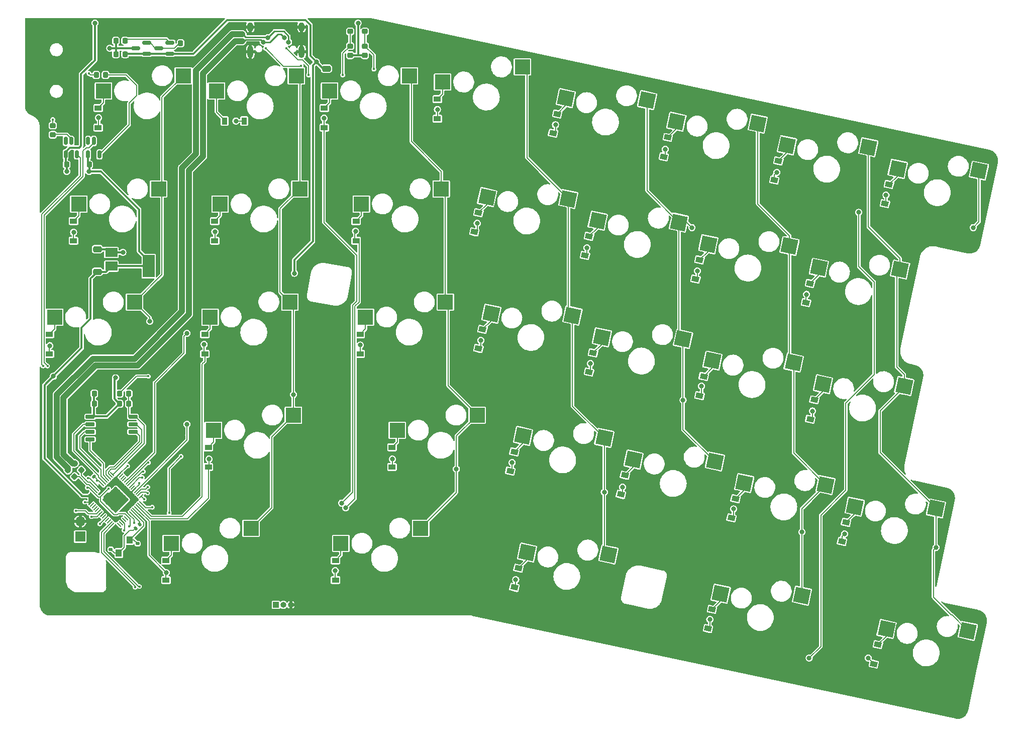
<source format=gbl>
G04 #@! TF.GenerationSoftware,KiCad,Pcbnew,(6.0.9)*
G04 #@! TF.CreationDate,2022-11-10T21:17:23+01:00*
G04 #@! TF.ProjectId,arisu,61726973-752e-46b6-9963-61645f706362,1.1*
G04 #@! TF.SameCoordinates,Original*
G04 #@! TF.FileFunction,Copper,L2,Bot*
G04 #@! TF.FilePolarity,Positive*
%FSLAX46Y46*%
G04 Gerber Fmt 4.6, Leading zero omitted, Abs format (unit mm)*
G04 Created by KiCad (PCBNEW (6.0.9)) date 2022-11-10 21:17:23*
%MOMM*%
%LPD*%
G01*
G04 APERTURE LIST*
G04 Aperture macros list*
%AMRoundRect*
0 Rectangle with rounded corners*
0 $1 Rounding radius*
0 $2 $3 $4 $5 $6 $7 $8 $9 X,Y pos of 4 corners*
0 Add a 4 corners polygon primitive as box body*
4,1,4,$2,$3,$4,$5,$6,$7,$8,$9,$2,$3,0*
0 Add four circle primitives for the rounded corners*
1,1,$1+$1,$2,$3*
1,1,$1+$1,$4,$5*
1,1,$1+$1,$6,$7*
1,1,$1+$1,$8,$9*
0 Add four rect primitives between the rounded corners*
20,1,$1+$1,$2,$3,$4,$5,0*
20,1,$1+$1,$4,$5,$6,$7,0*
20,1,$1+$1,$6,$7,$8,$9,0*
20,1,$1+$1,$8,$9,$2,$3,0*%
%AMRotRect*
0 Rectangle, with rotation*
0 The origin of the aperture is its center*
0 $1 length*
0 $2 width*
0 $3 Rotation angle, in degrees counterclockwise*
0 Add horizontal line*
21,1,$1,$2,0,0,$3*%
G04 Aperture macros list end*
G04 #@! TA.AperFunction,SMDPad,CuDef*
%ADD10R,1.200000X0.900000*%
G04 #@! TD*
G04 #@! TA.AperFunction,SMDPad,CuDef*
%ADD11RotRect,0.900000X1.200000X78.000000*%
G04 #@! TD*
G04 #@! TA.AperFunction,SMDPad,CuDef*
%ADD12R,2.000000X1.500000*%
G04 #@! TD*
G04 #@! TA.AperFunction,SMDPad,CuDef*
%ADD13R,2.000000X3.800000*%
G04 #@! TD*
G04 #@! TA.AperFunction,SMDPad,CuDef*
%ADD14RoundRect,0.225000X0.250000X-0.225000X0.250000X0.225000X-0.250000X0.225000X-0.250000X-0.225000X0*%
G04 #@! TD*
G04 #@! TA.AperFunction,SMDPad,CuDef*
%ADD15RoundRect,0.225000X0.225000X0.250000X-0.225000X0.250000X-0.225000X-0.250000X0.225000X-0.250000X0*%
G04 #@! TD*
G04 #@! TA.AperFunction,SMDPad,CuDef*
%ADD16RoundRect,0.225000X-0.225000X-0.250000X0.225000X-0.250000X0.225000X0.250000X-0.225000X0.250000X0*%
G04 #@! TD*
G04 #@! TA.AperFunction,ComponentPad*
%ADD17O,1.000000X2.100000*%
G04 #@! TD*
G04 #@! TA.AperFunction,ComponentPad*
%ADD18O,1.000000X1.600000*%
G04 #@! TD*
G04 #@! TA.AperFunction,SMDPad,CuDef*
%ADD19R,1.000000X1.300000*%
G04 #@! TD*
G04 #@! TA.AperFunction,SMDPad,CuDef*
%ADD20RoundRect,0.250000X-0.475000X0.250000X-0.475000X-0.250000X0.475000X-0.250000X0.475000X0.250000X0*%
G04 #@! TD*
G04 #@! TA.AperFunction,SMDPad,CuDef*
%ADD21RoundRect,0.250000X0.475000X-0.250000X0.475000X0.250000X-0.475000X0.250000X-0.475000X-0.250000X0*%
G04 #@! TD*
G04 #@! TA.AperFunction,SMDPad,CuDef*
%ADD22RoundRect,0.140000X-0.021213X0.219203X-0.219203X0.021213X0.021213X-0.219203X0.219203X-0.021213X0*%
G04 #@! TD*
G04 #@! TA.AperFunction,SMDPad,CuDef*
%ADD23RoundRect,0.140000X0.170000X-0.140000X0.170000X0.140000X-0.170000X0.140000X-0.170000X-0.140000X0*%
G04 #@! TD*
G04 #@! TA.AperFunction,SMDPad,CuDef*
%ADD24RoundRect,0.140000X0.219203X0.021213X0.021213X0.219203X-0.219203X-0.021213X-0.021213X-0.219203X0*%
G04 #@! TD*
G04 #@! TA.AperFunction,SMDPad,CuDef*
%ADD25RoundRect,0.150000X0.650000X0.150000X-0.650000X0.150000X-0.650000X-0.150000X0.650000X-0.150000X0*%
G04 #@! TD*
G04 #@! TA.AperFunction,SMDPad,CuDef*
%ADD26RoundRect,0.150000X0.587500X0.150000X-0.587500X0.150000X-0.587500X-0.150000X0.587500X-0.150000X0*%
G04 #@! TD*
G04 #@! TA.AperFunction,SMDPad,CuDef*
%ADD27RoundRect,0.150000X-0.150000X0.512500X-0.150000X-0.512500X0.150000X-0.512500X0.150000X0.512500X0*%
G04 #@! TD*
G04 #@! TA.AperFunction,ComponentPad*
%ADD28C,0.800000*%
G04 #@! TD*
G04 #@! TA.AperFunction,SMDPad,CuDef*
%ADD29R,2.550000X2.500000*%
G04 #@! TD*
G04 #@! TA.AperFunction,ComponentPad*
%ADD30C,0.600000*%
G04 #@! TD*
G04 #@! TA.AperFunction,SMDPad,CuDef*
%ADD31RoundRect,0.144000X0.000000X2.059095X-2.059095X0.000000X0.000000X-2.059095X2.059095X0.000000X0*%
G04 #@! TD*
G04 #@! TA.AperFunction,CastellatedPad*
%ADD32C,0.600000*%
G04 #@! TD*
G04 #@! TA.AperFunction,SMDPad,CuDef*
%ADD33RoundRect,0.050000X-0.238649X0.309359X-0.309359X0.238649X0.238649X-0.309359X0.309359X-0.238649X0*%
G04 #@! TD*
G04 #@! TA.AperFunction,SMDPad,CuDef*
%ADD34RoundRect,0.050000X0.238649X0.309359X-0.309359X-0.238649X-0.238649X-0.309359X0.309359X0.238649X0*%
G04 #@! TD*
G04 #@! TA.AperFunction,SMDPad,CuDef*
%ADD35RotRect,2.550000X2.500000X348.000000*%
G04 #@! TD*
G04 #@! TA.AperFunction,ComponentPad*
%ADD36R,1.700000X1.700000*%
G04 #@! TD*
G04 #@! TA.AperFunction,ComponentPad*
%ADD37O,1.700000X1.700000*%
G04 #@! TD*
G04 #@! TA.AperFunction,SMDPad,CuDef*
%ADD38R,0.900000X1.200000*%
G04 #@! TD*
G04 #@! TA.AperFunction,SMDPad,CuDef*
%ADD39RoundRect,0.225000X-0.335876X-0.017678X-0.017678X-0.335876X0.335876X0.017678X0.017678X0.335876X0*%
G04 #@! TD*
G04 #@! TA.AperFunction,ComponentPad*
%ADD40R,1.000000X1.000000*%
G04 #@! TD*
G04 #@! TA.AperFunction,ComponentPad*
%ADD41O,1.000000X1.000000*%
G04 #@! TD*
G04 #@! TA.AperFunction,SMDPad,CuDef*
%ADD42RoundRect,0.140000X-0.170000X0.140000X-0.170000X-0.140000X0.170000X-0.140000X0.170000X0.140000X0*%
G04 #@! TD*
G04 #@! TA.AperFunction,ViaPad*
%ADD43C,0.800000*%
G04 #@! TD*
G04 #@! TA.AperFunction,ViaPad*
%ADD44C,0.400000*%
G04 #@! TD*
G04 #@! TA.AperFunction,Conductor*
%ADD45C,0.200000*%
G04 #@! TD*
G04 #@! TA.AperFunction,Conductor*
%ADD46C,0.375000*%
G04 #@! TD*
G04 #@! TA.AperFunction,Conductor*
%ADD47C,1.000000*%
G04 #@! TD*
G04 #@! TA.AperFunction,Conductor*
%ADD48C,0.250000*%
G04 #@! TD*
G04 APERTURE END LIST*
D10*
X74550001Y-90770002D03*
X74550001Y-87470002D03*
D11*
X125691173Y-59120261D03*
X126377281Y-55892373D03*
D12*
X27250001Y-59250001D03*
X27250001Y-56950001D03*
D13*
X33550001Y-56950001D03*
D12*
X27250001Y-54650001D03*
D14*
X67490000Y-17417860D03*
X67490000Y-15867860D03*
D15*
X26275001Y-24750001D03*
X24725001Y-24750001D03*
D11*
X126388840Y-78744155D03*
X127074948Y-75516267D03*
D10*
X82190001Y-32119615D03*
X82190001Y-28819615D03*
X16812502Y-71720000D03*
X16812502Y-68420000D03*
D16*
X24396575Y-78430910D03*
X25946575Y-78430910D03*
D11*
X144324884Y-63080986D03*
X145010992Y-59853098D03*
D17*
X59320000Y-20860021D03*
D18*
X59320000Y-16680021D03*
X50680000Y-16680021D03*
D17*
X50680000Y-20860021D03*
D19*
X30314214Y-103069596D03*
X30314214Y-105269596D03*
X28514214Y-105269596D03*
X28514214Y-103069596D03*
D15*
X40475000Y-19400000D03*
X38925000Y-19400000D03*
D20*
X24900003Y-54100000D03*
X24900003Y-56000000D03*
D11*
X120335123Y-38506184D03*
X121021231Y-35278296D03*
D21*
X63500002Y-23700001D03*
X63500002Y-21800001D03*
D15*
X29574999Y-19000001D03*
X28024999Y-19000001D03*
D11*
X138968836Y-42466902D03*
X139654944Y-39239014D03*
D22*
X32016367Y-100436073D03*
X31337545Y-101114895D03*
D11*
X127784195Y-117991910D03*
X128470303Y-114764022D03*
D16*
X19725002Y-39850001D03*
X21275002Y-39850001D03*
D20*
X24900001Y-57899999D03*
X24900001Y-59799999D03*
D11*
X150378631Y-103318950D03*
X151064739Y-100091062D03*
D10*
X36462501Y-109819999D03*
X36462501Y-106519999D03*
D23*
X27151474Y-104649598D03*
X27151474Y-103689598D03*
D15*
X29575001Y-21249999D03*
X28025001Y-21249999D03*
D11*
X157602547Y-46427616D03*
X158288655Y-43199728D03*
D24*
X24339412Y-92389412D03*
X23660590Y-91710590D03*
D10*
X63140001Y-33620001D03*
X63140001Y-30320001D03*
D25*
X30892895Y-82324186D03*
X30892895Y-83594186D03*
X30892895Y-84864186D03*
X30892895Y-86134186D03*
X23692895Y-86134186D03*
X23692895Y-84864186D03*
X23692895Y-83594186D03*
X23692895Y-82324186D03*
D14*
X70000000Y-21427859D03*
X70000000Y-19877859D03*
D11*
X131744921Y-99358223D03*
X132431029Y-96130335D03*
D26*
X33237502Y-19300001D03*
X33237502Y-21200001D03*
X31362502Y-20250001D03*
D10*
X44690003Y-52670000D03*
X44690003Y-49370000D03*
D16*
X28639216Y-80127966D03*
X30189216Y-80127966D03*
D10*
X69200003Y-71719999D03*
X69200003Y-68419999D03*
D11*
X107755131Y-74783427D03*
X108441239Y-71555539D03*
D27*
X23350001Y-35862500D03*
X24300001Y-35862500D03*
X25250001Y-35862500D03*
X25250001Y-38137500D03*
X23350001Y-38137500D03*
D11*
X107057463Y-55159533D03*
X107743571Y-51931645D03*
X88423753Y-51198807D03*
X89109861Y-47970919D03*
D16*
X23525001Y-39850000D03*
X25075001Y-39850000D03*
D10*
X43006249Y-71720001D03*
X43006249Y-68420001D03*
D14*
X67490000Y-21427859D03*
X67490000Y-19877859D03*
X70000000Y-17417860D03*
X70000000Y-15867860D03*
D11*
X113111214Y-95397496D03*
X113797322Y-92169608D03*
D28*
X70700001Y-66070001D03*
X69450001Y-64820001D03*
X69450001Y-66070001D03*
X70700001Y-64820001D03*
D29*
X70090001Y-65530001D03*
D28*
X84200001Y-62320001D03*
D29*
X83540001Y-62990001D03*
D28*
X82950001Y-62320001D03*
X84200001Y-63570001D03*
X82950001Y-63570001D03*
X44506250Y-64820001D03*
D29*
X43896250Y-65530001D03*
D28*
X43256250Y-64820001D03*
X43256250Y-66070001D03*
X44506250Y-66070001D03*
X56756250Y-62320001D03*
X56756250Y-63570001D03*
X58006250Y-62320001D03*
D29*
X57346250Y-62990001D03*
D28*
X58006250Y-63570001D03*
D30*
X28000001Y-94446878D03*
D31*
X28000001Y-96250000D03*
D30*
X28000001Y-98053122D03*
D32*
X26196879Y-96250000D03*
D30*
X28000001Y-96250000D03*
X27098440Y-97151561D03*
X28901562Y-95348439D03*
X28901562Y-97151561D03*
X27098440Y-95348439D03*
X29803123Y-96250000D03*
D33*
X27407799Y-91980843D03*
X27124956Y-92263686D03*
X26842114Y-92546528D03*
X26559271Y-92829371D03*
X26276428Y-93112214D03*
X25993586Y-93395056D03*
X25710743Y-93677899D03*
X25427900Y-93960742D03*
X25145057Y-94243585D03*
X24862215Y-94526427D03*
X24579372Y-94809270D03*
X24296529Y-95092113D03*
X24013687Y-95374955D03*
X23730844Y-95657798D03*
D34*
X23730844Y-96842202D03*
X24013687Y-97125045D03*
X24296529Y-97407887D03*
X24579372Y-97690730D03*
X24862215Y-97973573D03*
X25145057Y-98256415D03*
X25427900Y-98539258D03*
X25710743Y-98822101D03*
X25993586Y-99104944D03*
X26276428Y-99387786D03*
X26559271Y-99670629D03*
X26842114Y-99953472D03*
X27124956Y-100236314D03*
X27407799Y-100519157D03*
D33*
X28592203Y-100519157D03*
X28875046Y-100236314D03*
X29157888Y-99953472D03*
X29440731Y-99670629D03*
X29723574Y-99387786D03*
X30006416Y-99104944D03*
X30289259Y-98822101D03*
X30572102Y-98539258D03*
X30854945Y-98256415D03*
X31137787Y-97973573D03*
X31420630Y-97690730D03*
X31703473Y-97407887D03*
X31986315Y-97125045D03*
X32269158Y-96842202D03*
D34*
X32269158Y-95657798D03*
X31986315Y-95374955D03*
X31703473Y-95092113D03*
X31420630Y-94809270D03*
X31137787Y-94526427D03*
X30854945Y-94243585D03*
X30572102Y-93960742D03*
X30289259Y-93677899D03*
X30006416Y-93395056D03*
X29723574Y-93112214D03*
X29440731Y-92829371D03*
X29157888Y-92546528D03*
X28875046Y-92263686D03*
X28592203Y-91980843D03*
D10*
X25040002Y-33620002D03*
X25040002Y-30320002D03*
D28*
X66537501Y-102920003D03*
X66537501Y-104170003D03*
D29*
X65927501Y-103630003D03*
D28*
X65287501Y-104170003D03*
X65287501Y-102920003D03*
X78787501Y-101670003D03*
D29*
X79377501Y-101090003D03*
D28*
X78787501Y-100420003D03*
X80037501Y-100420003D03*
X80037501Y-101670003D03*
X45590000Y-27970001D03*
X44340000Y-27970001D03*
D29*
X44980000Y-27430001D03*
D28*
X44340000Y-26720001D03*
X45590000Y-26720001D03*
X57840000Y-25470001D03*
X57840000Y-24220001D03*
D29*
X58430000Y-24890001D03*
D28*
X59090000Y-25470001D03*
X59090000Y-24220001D03*
D35*
X128546364Y-72874460D03*
D28*
X127808078Y-73269596D03*
X128067967Y-72046912D03*
X129030762Y-73529486D03*
X129290652Y-72306801D03*
X141532849Y-73631035D03*
X143015424Y-72668240D03*
D35*
X142230545Y-73186377D03*
D28*
X142755534Y-73890925D03*
X141792739Y-72408351D03*
X114530452Y-89922939D03*
X115753136Y-90182829D03*
D35*
X115268738Y-89527803D03*
D28*
X116013026Y-88960144D03*
X114790341Y-88700255D03*
D35*
X128952919Y-89839720D03*
D28*
X128255223Y-90284378D03*
X128515113Y-89061694D03*
X129737798Y-89321583D03*
X129477908Y-90544268D03*
X147924362Y-76267530D03*
D35*
X147180074Y-76835189D03*
D28*
X146701677Y-76007641D03*
X147664472Y-77490215D03*
X146441788Y-77230325D03*
X160426449Y-76369080D03*
D35*
X160864255Y-77147106D03*
D28*
X161649134Y-76628969D03*
X160166559Y-77591764D03*
X161389244Y-77851654D03*
X129463324Y-111294667D03*
X130426119Y-112777241D03*
D35*
X129941721Y-112122215D03*
D28*
X130686009Y-111554556D03*
X129203435Y-112517351D03*
X143188096Y-111656106D03*
D35*
X143625902Y-112434132D03*
D28*
X144150891Y-113138680D03*
X142928206Y-112878790D03*
X144410781Y-111915995D03*
X147226697Y-56643637D03*
X145744123Y-57606432D03*
X146966807Y-57866322D03*
X146004012Y-56383748D03*
D35*
X146482409Y-57211296D03*
D28*
X159468894Y-57967871D03*
X160691579Y-58227761D03*
D35*
X160166590Y-57523213D03*
D28*
X159728784Y-56745187D03*
X160951469Y-57005076D03*
X157154007Y-118458422D03*
X158636581Y-117495627D03*
X158376691Y-118718312D03*
X157413896Y-117235738D03*
D35*
X157892293Y-118063286D03*
D28*
X172101463Y-119079751D03*
X170878778Y-118819861D03*
X172361353Y-117857066D03*
X171138668Y-117597177D03*
D35*
X171576474Y-118375203D03*
D28*
X127110413Y-53645704D03*
X127370302Y-52423020D03*
D35*
X127848699Y-53250568D03*
D28*
X128333097Y-53905594D03*
X128592987Y-52682909D03*
X141095074Y-52784459D03*
X142057869Y-54267033D03*
X140835184Y-54007143D03*
X142317759Y-53044348D03*
D35*
X141532880Y-53562485D03*
D28*
X121754360Y-33031625D03*
X122977044Y-33291515D03*
D35*
X122492646Y-32636489D03*
D28*
X122014249Y-31808941D03*
X123236934Y-32068830D03*
X136961706Y-32430269D03*
X135479131Y-33393064D03*
X135739021Y-32170380D03*
X136701816Y-33652954D03*
D35*
X136176827Y-32948406D03*
D14*
X17400000Y-34825001D03*
X17400000Y-33275001D03*
D28*
X17062501Y-66070000D03*
X17062501Y-64820000D03*
D29*
X17702501Y-65530000D03*
D28*
X18312501Y-64820000D03*
X18312501Y-66070000D03*
D29*
X31152501Y-62990000D03*
D28*
X30562501Y-62320000D03*
X31812501Y-62320000D03*
X30562501Y-63570000D03*
X31812501Y-63570000D03*
D29*
X21767498Y-46480002D03*
D28*
X22377498Y-45770002D03*
X21127498Y-47020002D03*
X22377498Y-47020002D03*
X21127498Y-45770002D03*
X34627498Y-44520002D03*
D29*
X35217498Y-43940002D03*
D28*
X35877498Y-44520002D03*
X35877498Y-43270002D03*
X34627498Y-43270002D03*
D16*
X24396576Y-80127966D03*
X25946576Y-80127966D03*
D10*
X68500001Y-52670002D03*
X68500001Y-49370002D03*
D36*
X22014923Y-102500000D03*
D37*
X22014923Y-99960000D03*
D11*
X89121422Y-70822701D03*
X89807530Y-67594813D03*
X95175204Y-111060657D03*
X95861312Y-107832769D03*
D38*
X49650002Y-32500002D03*
X46350002Y-32500002D03*
D11*
X94477504Y-91436770D03*
X95163612Y-88208882D03*
X101701413Y-34545466D03*
X102387521Y-31317578D03*
X145022552Y-82704882D03*
X145708660Y-79476994D03*
D10*
X20877501Y-52669999D03*
X20877501Y-49369999D03*
D28*
X83690002Y-26469612D03*
X82440002Y-26469612D03*
X82440002Y-25219612D03*
D29*
X83080002Y-25929612D03*
D28*
X83690002Y-25219612D03*
X95940002Y-22719612D03*
D29*
X96530002Y-23389612D03*
D28*
X97190002Y-23969612D03*
X97190002Y-22719612D03*
X95940002Y-23969612D03*
X64640001Y-26720000D03*
X64640001Y-27970000D03*
X63390001Y-26720000D03*
X63390001Y-27970000D03*
D29*
X64030001Y-27430000D03*
X77480001Y-24890000D03*
D28*
X76890001Y-24220000D03*
X76890001Y-25470000D03*
X78140001Y-25470000D03*
X78140001Y-24220000D03*
X109434257Y-68086187D03*
X110656942Y-68346076D03*
D35*
X109912654Y-68913735D03*
D28*
X110397052Y-69568761D03*
X109174368Y-69308871D03*
X124121824Y-69930200D03*
X122899139Y-69670310D03*
D35*
X123596835Y-69225652D03*
D28*
X123159029Y-68447626D03*
X124381714Y-68707515D03*
X108476702Y-49684975D03*
D35*
X109214988Y-49289839D03*
D28*
X109699386Y-49944865D03*
X109959276Y-48722180D03*
X108736591Y-48462291D03*
X122201473Y-50046414D03*
X123684048Y-49083619D03*
D35*
X122899169Y-49601756D03*
D28*
X123424158Y-50306304D03*
X122461363Y-48823730D03*
X96854330Y-104363415D03*
X98077015Y-104623304D03*
X96594441Y-105586099D03*
X97817125Y-105845989D03*
D35*
X97332727Y-105190963D03*
X111016908Y-105502880D03*
D28*
X111801787Y-104984743D03*
X110319212Y-105947538D03*
X110579102Y-104724854D03*
X111541897Y-106207428D03*
X74800002Y-83870001D03*
D29*
X75440002Y-84580001D03*
D28*
X76050002Y-85120001D03*
X76050002Y-83870001D03*
X74800002Y-85120001D03*
D29*
X88890002Y-82040001D03*
D28*
X89550002Y-82620001D03*
X88300002Y-82620001D03*
X89550002Y-81370001D03*
X88300002Y-81370001D03*
X44940001Y-45770002D03*
X46190001Y-45770002D03*
X46190001Y-47020002D03*
X44940001Y-47020002D03*
D29*
X45580001Y-46480002D03*
X59030001Y-43940002D03*
D28*
X59690001Y-43270002D03*
X58440001Y-44520002D03*
X59690001Y-44520002D03*
X58440001Y-43270002D03*
X95896740Y-85962213D03*
X97379314Y-84999418D03*
D35*
X96635026Y-85567077D03*
D28*
X96156629Y-84739529D03*
X97119424Y-86222103D03*
X109621511Y-86323652D03*
X111104086Y-85360857D03*
D35*
X110319207Y-85878994D03*
D28*
X110844196Y-86583542D03*
X109881401Y-85100968D03*
X89842993Y-45724251D03*
X91325567Y-44761456D03*
D35*
X90581279Y-45329115D03*
D28*
X91065677Y-45984141D03*
X90102882Y-44501567D03*
X105050339Y-45122895D03*
X104790449Y-46345580D03*
X103567764Y-46085690D03*
X103827654Y-44863006D03*
D35*
X104265460Y-45641032D03*
D28*
X45093752Y-85120001D03*
X43843752Y-83870001D03*
X45093752Y-83870001D03*
X43843752Y-85120001D03*
D29*
X44483752Y-84580001D03*
X57933752Y-82040001D03*
D28*
X58593752Y-82620001D03*
X57343752Y-81370001D03*
X58593752Y-81370001D03*
X57343752Y-82620001D03*
D35*
X103858936Y-28675772D03*
D28*
X103380539Y-27848224D03*
X104603224Y-28108113D03*
X103120650Y-29070908D03*
X104343334Y-29330798D03*
X118327996Y-28469552D03*
X116845421Y-29432347D03*
D35*
X117543117Y-28987689D03*
D28*
X118068106Y-29692237D03*
X117105311Y-28209663D03*
X26540001Y-26720003D03*
X26540001Y-27970003D03*
X25290001Y-27970003D03*
D29*
X25930001Y-27430003D03*
D28*
X25290001Y-26720003D03*
X40040001Y-25470003D03*
X38790001Y-24220003D03*
X38790001Y-25470003D03*
D29*
X39380001Y-24890003D03*
D28*
X40040001Y-24220003D03*
D10*
X65037500Y-109820002D03*
X65037500Y-106520002D03*
D28*
X70000001Y-45769999D03*
X68750001Y-47019999D03*
X70000001Y-47019999D03*
X68750001Y-45769999D03*
D29*
X69390001Y-46479999D03*
D28*
X82250001Y-43269999D03*
X83500001Y-44519999D03*
X83500001Y-43269999D03*
D29*
X82840001Y-43939999D03*
D28*
X82250001Y-44519999D03*
D15*
X30189214Y-78430910D03*
X28639214Y-78430910D03*
D39*
X19956661Y-91317932D03*
X21052677Y-92413948D03*
D29*
X37352503Y-103629999D03*
D28*
X37962503Y-102919999D03*
X37962503Y-104169999D03*
X36712503Y-102919999D03*
X36712503Y-104169999D03*
X50212503Y-101669999D03*
X51462503Y-100419999D03*
X51462503Y-101669999D03*
D29*
X50802503Y-101089999D03*
D28*
X50212503Y-100419999D03*
D39*
X21088032Y-90186559D03*
X22184048Y-91282575D03*
D28*
X141870647Y-36029549D03*
D35*
X141126359Y-36597208D03*
D28*
X140388073Y-36992344D03*
X141610757Y-37252234D03*
X140647962Y-35769660D03*
X155335529Y-37613673D03*
X155595419Y-36390988D03*
X154372734Y-36131099D03*
X154112844Y-37353783D03*
D35*
X154810540Y-36909125D03*
D10*
X43593750Y-90769997D03*
X43593750Y-87469997D03*
D27*
X19550000Y-35862501D03*
X20500000Y-35862501D03*
X21450000Y-35862501D03*
X21450000Y-38137501D03*
X19550000Y-38137501D03*
D40*
X54960000Y-114000000D03*
D41*
X56230000Y-114000000D03*
X57500000Y-114000000D03*
D35*
X133902446Y-93488531D03*
D28*
X133424049Y-92660983D03*
X134646734Y-92920872D03*
X133164160Y-93883667D03*
X134386844Y-94143557D03*
D35*
X147586627Y-93800448D03*
D28*
X148111616Y-94504996D03*
X147148821Y-93022422D03*
X146888931Y-94245106D03*
X148371506Y-93282311D03*
X92023234Y-64385350D03*
X90540660Y-65348145D03*
D35*
X91278946Y-64953009D03*
D28*
X90800549Y-64125461D03*
X91763344Y-65608035D03*
X105748006Y-64746789D03*
X105488116Y-65969474D03*
X104265431Y-65709584D03*
X104525321Y-64486900D03*
D35*
X104963127Y-65264926D03*
X152536156Y-97449257D03*
D28*
X152057759Y-96621709D03*
X153280444Y-96881598D03*
X151797870Y-97844393D03*
X153020554Y-98104283D03*
D35*
X166220337Y-97761174D03*
D28*
X165782531Y-96983148D03*
X166745326Y-98465722D03*
X165522641Y-98205832D03*
X167005216Y-97243037D03*
D11*
X155734770Y-123932979D03*
X156420878Y-120705091D03*
D28*
X160504359Y-39990265D03*
X159281674Y-39730376D03*
X159021785Y-40953060D03*
D35*
X159760071Y-40557924D03*
D28*
X160244469Y-41212950D03*
D35*
X173444252Y-40869841D03*
D28*
X173006446Y-40091815D03*
X172746556Y-41314499D03*
X173969241Y-41574389D03*
X174229131Y-40351704D03*
D42*
X31676957Y-103689595D03*
X31676957Y-104649595D03*
D26*
X37137500Y-19300001D03*
X37137500Y-21200001D03*
X35262500Y-20250001D03*
D43*
X33750001Y-66250001D03*
X40000000Y-68250000D03*
D44*
X23884932Y-99132432D03*
D43*
X57121230Y-19213010D03*
X172499999Y-50450001D03*
D44*
X59250000Y-23240499D03*
X71500000Y-23750000D03*
X53250000Y-20250000D03*
X32000000Y-110900500D03*
D43*
X43700000Y-89450000D03*
X74600001Y-89450003D03*
D44*
X66250000Y-24750000D03*
X60500000Y-24750000D03*
D43*
X53621233Y-18470545D03*
X19750000Y-41000002D03*
D44*
X31092980Y-100189057D03*
D43*
X29000001Y-94050003D03*
X17500001Y-75499999D03*
D44*
X23344623Y-92629533D03*
X25312995Y-100351220D03*
D43*
X120600001Y-37249999D03*
X102100002Y-33150002D03*
X82200001Y-30550000D03*
X40001202Y-83579001D03*
D44*
X56750000Y-20250000D03*
X31250000Y-111000000D03*
X33389318Y-94140518D03*
D43*
X143600001Y-101732201D03*
D44*
X39000000Y-89000000D03*
X33500000Y-75500000D03*
X37000000Y-98500000D03*
X22767411Y-96674265D03*
X31952616Y-93480243D03*
D43*
X23500000Y-41000000D03*
D44*
X22201724Y-95542895D03*
D43*
X26993700Y-20250000D03*
X68822141Y-16000000D03*
X52878769Y-19213008D03*
X56378769Y-18470546D03*
D44*
X33346401Y-95161400D03*
D43*
X166220338Y-104311938D03*
D44*
X29984364Y-90597609D03*
D43*
X28000002Y-75749999D03*
D44*
X29385153Y-101435151D03*
D43*
X24500000Y-16000000D03*
X125100001Y-50450000D03*
X123596836Y-79493837D03*
X113400001Y-94150001D03*
X150800000Y-102050000D03*
X94800001Y-90049999D03*
X132100001Y-97850001D03*
D44*
X23500001Y-24500003D03*
X15750001Y-73750001D03*
X21302184Y-98166716D03*
X16500001Y-73750000D03*
D43*
X66047902Y-96847499D03*
X25100000Y-31950001D03*
X139400002Y-41150001D03*
X63100001Y-32050001D03*
X48250001Y-32500000D03*
D44*
X32787600Y-96177401D03*
X30270889Y-100785341D03*
X26800001Y-94450000D03*
X23200001Y-94249999D03*
X24800000Y-93050001D03*
D43*
X29199999Y-54650000D03*
X61800001Y-22550001D03*
X58100000Y-58150001D03*
D44*
X32659924Y-91528525D03*
D43*
X85400003Y-91106400D03*
D44*
X66750000Y-16500000D03*
D43*
X43800000Y-31700000D03*
X40437000Y-33300000D03*
X27250000Y-80250003D03*
X20200003Y-74650000D03*
X29131371Y-85784819D03*
X41500002Y-57249999D03*
X33676601Y-68262801D03*
X40407601Y-31700000D03*
X38045400Y-50914602D03*
D44*
X70750000Y-16500000D03*
D43*
X40128202Y-66840402D03*
X43800000Y-33300000D03*
X17000000Y-19000000D03*
X18046700Y-76923900D03*
X26000002Y-77250000D03*
X25200000Y-75050003D03*
X15500000Y-21500000D03*
X38000001Y-57250000D03*
X35734000Y-66256201D03*
X35632403Y-71336198D03*
X41449001Y-50914598D03*
X32203401Y-69659799D03*
X23225919Y-76875921D03*
X41474402Y-52362400D03*
X63500000Y-20500002D03*
X38629601Y-68491399D03*
X38000002Y-59050001D03*
X30730202Y-71361601D03*
D44*
X23200002Y-91050001D03*
D43*
X25750002Y-81250003D03*
X38045403Y-52387801D03*
X29979899Y-87199033D03*
X13500000Y-21500000D03*
X37232603Y-69761401D03*
X41500001Y-59050002D03*
X62000002Y-21250001D03*
X65000000Y-21250001D03*
X153200000Y-47900000D03*
X128100002Y-116450000D03*
X154800002Y-122950002D03*
X95399999Y-109750000D03*
X65000001Y-108250003D03*
X144850001Y-122950001D03*
X36500000Y-108550001D03*
X157800000Y-45000000D03*
D44*
X32457402Y-92545201D03*
D43*
X110319209Y-94998193D03*
D44*
X17400000Y-32250001D03*
D43*
X57933750Y-78575051D03*
D44*
X33503240Y-90050205D03*
D43*
X126700002Y-77150002D03*
X16900002Y-70350001D03*
X69200002Y-70250000D03*
X42900001Y-70150003D03*
X108000000Y-73349999D03*
X145400001Y-81350001D03*
X89500000Y-69450001D03*
X44700000Y-51149999D03*
X126000001Y-57750000D03*
X20900003Y-51250001D03*
D44*
X34133801Y-97547000D03*
D43*
X68400002Y-51050003D03*
X88900000Y-49750000D03*
X66747402Y-97650599D03*
X144400001Y-61708371D03*
X107400001Y-53850003D03*
D45*
X156800000Y-88340836D02*
X166220338Y-97761174D01*
X160864255Y-77259988D02*
X156800000Y-81324243D01*
X168908390Y-115707116D02*
X171576476Y-118375202D01*
X154810540Y-50310540D02*
X160166590Y-55666590D01*
X30006416Y-99104945D02*
X29551472Y-98650001D01*
X28257716Y-98820713D02*
X27742285Y-98820714D01*
X30270889Y-100785341D02*
X30382933Y-100673295D01*
X30314218Y-103069596D02*
X32675570Y-100708242D01*
X31056956Y-103069596D02*
X30314218Y-103069596D01*
X26348440Y-91431533D02*
X27029973Y-90750000D01*
X31992895Y-86491419D02*
X31992895Y-85535075D01*
X26842114Y-92546528D02*
X26348439Y-92052854D01*
X29414215Y-104369596D02*
X29414213Y-102395333D01*
X28514213Y-105269599D02*
X29414215Y-104369596D01*
X71500000Y-23750000D02*
X71500000Y-21377859D01*
X59207656Y-23282843D02*
X59250000Y-23240499D01*
X70000000Y-19877859D02*
X70000000Y-17417860D01*
X53250000Y-20250000D02*
X56282843Y-23282843D01*
X82200000Y-32109616D02*
X82190002Y-32119617D01*
X82200001Y-30550000D02*
X82200000Y-32109616D01*
X25100000Y-31950001D02*
X25100001Y-33560000D01*
X32269158Y-95657798D02*
X32269160Y-95658955D01*
X16500001Y-73750000D02*
X16500001Y-73738901D01*
X15912502Y-48403187D02*
X15912502Y-73151402D01*
X22500000Y-37550000D02*
X22500001Y-41815688D01*
X117543117Y-28987689D02*
X117543118Y-44245704D01*
X123596836Y-79493837D02*
X123596836Y-84483639D01*
X40000000Y-85400000D02*
X40001202Y-85398798D01*
X31420630Y-94809270D02*
X40000000Y-86229900D01*
D46*
X22249999Y-67348501D02*
X22249999Y-70750003D01*
X26350001Y-57900000D02*
X24900001Y-57900000D01*
X23350002Y-39675000D02*
X23350004Y-38137502D01*
X24300001Y-81950001D02*
X24300001Y-82250000D01*
D45*
X26000000Y-105000000D02*
X26000000Y-101926956D01*
D47*
X39187500Y-40393890D02*
X39187500Y-64561990D01*
D48*
X54705978Y-17385801D02*
X53621233Y-18470545D01*
D47*
X31199090Y-72550400D02*
X24125190Y-72550400D01*
D45*
X136176826Y-46476826D02*
X141532879Y-51832879D01*
X136176826Y-32948406D02*
X136176826Y-46476826D01*
X141532879Y-72488713D02*
X142230546Y-73186378D01*
X31703471Y-95092114D02*
X32295585Y-94500000D01*
X32295585Y-94500000D02*
X33029836Y-94500000D01*
X143625900Y-112434135D02*
X143600002Y-112408237D01*
X109214987Y-50460228D02*
X109214988Y-49289839D01*
X107743572Y-51931646D02*
X109214987Y-50460228D01*
X21767502Y-48480000D02*
X20877501Y-49370001D01*
X21767501Y-46480001D02*
X21767502Y-48480000D01*
X66250000Y-21117859D02*
X67490000Y-19877859D01*
X28639214Y-78360786D02*
X31500000Y-75500000D01*
X39000000Y-89000000D02*
X37000000Y-91000000D01*
X31500000Y-75500000D02*
X33500000Y-75500000D01*
X31992895Y-85535075D02*
X31322006Y-84864186D01*
X25903443Y-90193646D02*
X25903442Y-92173545D01*
X25903442Y-92173545D02*
X26559271Y-92829372D01*
X38700000Y-19400000D02*
X38925000Y-19400000D01*
X37849999Y-20250001D02*
X37449999Y-20250001D01*
X67900003Y-63534311D02*
X68600000Y-62834314D01*
X102100002Y-33150002D02*
X102100002Y-34146876D01*
X56282843Y-23282843D02*
X59207656Y-23282843D01*
X71500000Y-21377859D02*
X70000000Y-19877859D01*
X168807116Y-115707116D02*
X168908390Y-115707116D01*
X166220338Y-97761174D02*
X166220338Y-104311938D01*
X156800000Y-81324243D02*
X156800000Y-88340836D01*
D46*
X16000001Y-89341169D02*
X22201724Y-95542895D01*
X33500002Y-56000001D02*
X33500001Y-56750003D01*
D45*
X28592201Y-91980845D02*
X29975439Y-90597608D01*
X24579370Y-94809271D02*
X23520099Y-93750000D01*
X23520099Y-93750000D02*
X23184314Y-93750000D01*
X23184314Y-93750000D02*
X21848259Y-92413945D01*
X24300000Y-35862499D02*
X24300001Y-36211397D01*
D47*
X39187500Y-64561990D02*
X31199090Y-72550400D01*
X41549700Y-23998190D02*
X41549700Y-38031690D01*
X19956661Y-90983469D02*
X19956661Y-91317932D01*
D48*
X53550688Y-18400000D02*
X53621233Y-18470545D01*
D46*
X33550001Y-56950001D02*
X27300001Y-56950001D01*
D45*
X25145055Y-94243586D02*
X23531005Y-92629534D01*
D46*
X67490000Y-21427859D02*
X68822141Y-21427859D01*
D45*
X36537499Y-18700000D02*
X37137500Y-19300001D01*
X29874999Y-18700000D02*
X36537499Y-18700000D01*
X33800000Y-19350001D02*
X34700000Y-20250001D01*
X37524999Y-20250001D02*
X37449999Y-20250001D01*
X34700000Y-20250001D02*
X35262500Y-20250001D01*
X35262500Y-20250001D02*
X37849999Y-20250001D01*
X37849999Y-20250001D02*
X38700000Y-19400000D01*
X94800001Y-90049999D02*
X94800000Y-91114272D01*
X21918883Y-87623295D02*
X21918884Y-85643400D01*
X20928932Y-88048975D02*
X25077911Y-92197956D01*
D47*
X41549700Y-38031690D02*
X39187500Y-40393890D01*
X24125190Y-72550400D02*
X18067400Y-78608190D01*
D48*
X56319328Y-17385802D02*
X54705978Y-17385801D01*
D45*
X67490000Y-19877859D02*
X67490000Y-18510000D01*
D46*
X23730845Y-95657799D02*
X22316631Y-95657800D01*
X22316631Y-95657800D02*
X22201724Y-95542895D01*
X23774400Y-65824100D02*
X22249999Y-67348501D01*
X16000002Y-76999999D02*
X16000001Y-89341169D01*
D48*
X49453800Y-17970500D02*
X49883300Y-18400000D01*
X57121230Y-19213010D02*
X57121231Y-18187706D01*
D47*
X49327271Y-17913435D02*
X47634455Y-17913435D01*
D45*
X132100001Y-97850001D02*
X132100000Y-99003143D01*
X113400002Y-95108709D02*
X113111213Y-95397496D01*
X33795585Y-99500000D02*
X40093328Y-99500000D01*
X94800000Y-91114272D02*
X94477504Y-91436769D01*
X150378632Y-103318950D02*
X150378633Y-102471371D01*
X150378633Y-102471371D02*
X150800000Y-102050000D01*
X27734314Y-90750000D02*
X31992895Y-86491419D01*
X26348439Y-92052854D02*
X26348440Y-91431533D01*
X27029973Y-90750000D02*
X27734314Y-90750000D01*
X31322006Y-84864186D02*
X30892894Y-84864185D01*
X68600000Y-55100000D02*
X63100001Y-49600001D01*
X138968835Y-41581167D02*
X139400002Y-41150001D01*
D46*
X24500000Y-16000000D02*
X24500000Y-22250000D01*
X20250000Y-37000000D02*
X19550000Y-37700000D01*
D45*
X23730843Y-96842202D02*
X23562906Y-96674266D01*
X24300001Y-36211397D02*
X23511396Y-36999999D01*
X24834724Y-99132432D02*
X25358579Y-98608577D01*
X23884932Y-99132432D02*
X24834724Y-99132432D01*
X160166590Y-55666590D02*
X160166590Y-57523213D01*
X32382525Y-94978746D02*
X33163746Y-94978746D01*
X165800000Y-104732276D02*
X165800000Y-112700000D01*
D48*
X49883300Y-18400000D02*
X53550688Y-18400000D01*
X57121231Y-18187706D02*
X56319328Y-17385802D01*
D46*
X24396573Y-78430910D02*
X24300000Y-78527481D01*
X17500001Y-75499999D02*
X16000002Y-76999999D01*
D45*
X36500000Y-108550001D02*
X36500002Y-108525802D01*
X144850001Y-122950001D02*
X146800000Y-121000002D01*
X65000001Y-108250003D02*
X64999999Y-109782501D01*
X36462502Y-108587503D02*
X36500000Y-108550001D01*
D47*
X40314500Y-40860710D02*
X40314500Y-65028808D01*
D48*
X49866500Y-18777000D02*
X52442761Y-18777000D01*
D45*
X24862215Y-94526427D02*
X23685788Y-93350000D01*
X40001202Y-85398798D02*
X40001202Y-83579001D01*
X124251758Y-49601757D02*
X122899170Y-49601758D01*
X173444251Y-40869841D02*
X173444252Y-49505749D01*
X23454416Y-94249998D02*
X23200001Y-94249999D01*
X25454416Y-96249999D02*
X25454417Y-95795586D01*
X25454415Y-96532843D02*
X25454416Y-96249999D01*
X25454416Y-95904417D02*
X25400002Y-95850002D01*
X23692894Y-87983096D02*
X25903443Y-90193646D01*
X23692894Y-86134186D02*
X23692894Y-87983096D01*
X22698097Y-84864186D02*
X23975737Y-84864182D01*
X37000000Y-91000000D02*
X37000000Y-98500000D01*
X28639214Y-78430910D02*
X28639214Y-78360786D01*
X32800000Y-86815685D02*
X27634845Y-91980841D01*
X60500000Y-23250000D02*
X60500000Y-24750000D01*
X67490000Y-17417860D02*
X67490000Y-18510000D01*
X58710021Y-22210021D02*
X59460021Y-22210021D01*
X66250000Y-24750000D02*
X66250000Y-21117859D01*
X56750000Y-20250000D02*
X58710021Y-22210021D01*
X59460021Y-22210021D02*
X60500000Y-23250000D01*
X25600000Y-101761270D02*
X27124956Y-100236314D01*
X31250000Y-110815686D02*
X25600000Y-105165686D01*
X31420630Y-97690730D02*
X32211050Y-98481149D01*
X153200000Y-57000000D02*
X153200000Y-47900000D01*
X157800000Y-45000000D02*
X157800000Y-46230163D01*
X74600001Y-89450003D02*
X74600002Y-90720001D01*
X113400001Y-94150001D02*
X113400002Y-95108709D01*
X132100000Y-99003143D02*
X131744923Y-99358222D01*
X40093328Y-99500000D02*
X43593751Y-95999577D01*
X43593751Y-95999577D02*
X43593752Y-90770000D01*
X31703473Y-97407888D02*
X33795585Y-99500000D01*
X29534404Y-101285897D02*
X29534405Y-100329990D01*
X31092980Y-99625821D02*
X30289260Y-98822101D01*
X30969847Y-101482591D02*
X30326956Y-101482590D01*
X29414213Y-102395333D02*
X30326956Y-101482590D01*
X27771471Y-105269595D02*
X28514213Y-105269599D01*
X27151474Y-104649598D02*
X27771471Y-105269595D01*
D46*
X68822141Y-21427859D02*
X70000000Y-21427859D01*
X24900001Y-57900000D02*
X23774400Y-59025602D01*
D45*
X32675570Y-100708242D02*
X32675572Y-100077043D01*
X31676958Y-103689595D02*
X31056956Y-103069596D01*
X32675572Y-100077043D02*
X30854943Y-98256415D01*
D46*
X28050000Y-20250000D02*
X28050002Y-21225003D01*
X31362500Y-20249999D02*
X28050000Y-20250000D01*
D45*
X31337545Y-101114895D02*
X30969847Y-101482591D01*
X19736398Y-34750003D02*
X17500000Y-34750001D01*
X20500001Y-35862501D02*
X20500001Y-35513605D01*
X20500001Y-35513605D02*
X19736398Y-34750003D01*
D46*
X28050001Y-19025001D02*
X28050000Y-20250000D01*
X26993700Y-20250000D02*
X28750001Y-20250000D01*
D45*
X146800000Y-121000002D02*
X146800000Y-98900000D01*
X128100002Y-116450000D02*
X128099999Y-117676103D01*
X151000000Y-94700000D02*
X151000000Y-80000000D01*
X36462500Y-109820001D02*
X36462502Y-108587503D01*
X33600001Y-99870097D02*
X32211052Y-98481150D01*
X155734770Y-123932978D02*
X155734767Y-123884769D01*
X146800000Y-98900000D02*
X151000000Y-94700000D01*
X25400002Y-95850002D02*
X25054415Y-95850001D01*
X25454416Y-96249999D02*
X25454416Y-95904417D01*
X29551472Y-98650001D02*
X28428428Y-98650001D01*
X21302184Y-98166716D02*
X22893816Y-98166716D01*
X15512502Y-48237502D02*
X15512502Y-73512502D01*
X21450001Y-38137502D02*
X22025001Y-38712500D01*
X23360032Y-98632932D02*
X24768543Y-98632932D01*
X155800000Y-75200000D02*
X155800000Y-59600000D01*
X64999999Y-109782501D02*
X65037500Y-109819998D01*
X32211050Y-98481149D02*
X32211052Y-98481150D01*
X95400000Y-110835861D02*
X95175204Y-111060656D01*
X43593752Y-90770000D02*
X43700001Y-90663751D01*
X43700001Y-90663751D02*
X43700000Y-89450000D01*
X74600002Y-90720001D02*
X74550001Y-90769998D01*
X95399999Y-109750000D02*
X95400000Y-110835861D01*
X32211052Y-98481150D02*
X31771601Y-98041700D01*
X155800000Y-59600000D02*
X153200000Y-57000000D01*
X157800000Y-46230163D02*
X157602547Y-46427616D01*
X36500002Y-108525802D02*
X33600001Y-105625801D01*
X151000000Y-80000000D02*
X155800000Y-75200000D01*
X20928932Y-85219135D02*
X20928932Y-88048975D01*
X25077911Y-92197956D02*
X25077911Y-92479383D01*
X25077911Y-92479383D02*
X25993584Y-93395058D01*
X22553882Y-83594188D02*
X20928932Y-85219135D01*
D46*
X24500000Y-22250000D02*
X22137500Y-24612500D01*
X23525001Y-40999998D02*
X23525002Y-39850000D01*
X19550000Y-37700000D02*
X19550000Y-38137501D01*
X27300001Y-56950001D02*
X26350001Y-57900000D01*
D45*
X29534405Y-100329990D02*
X29157887Y-99953472D01*
X25477412Y-91181828D02*
X21918883Y-87623295D01*
X21918884Y-85643400D02*
X22698097Y-84864186D01*
X26276429Y-93112213D02*
X25477413Y-92313201D01*
X25477413Y-92313201D02*
X25477412Y-91181828D01*
X33029836Y-94500000D02*
X33389318Y-94140518D01*
X147586627Y-93800445D02*
X143600000Y-97787073D01*
X142230547Y-88444367D02*
X147586627Y-93800445D01*
X143600002Y-112408237D02*
X143600001Y-101732201D01*
X141532879Y-51832879D02*
X141532879Y-72488713D01*
X143600000Y-97787073D02*
X143600001Y-101732201D01*
X142230546Y-73186378D02*
X142230547Y-88444367D01*
X31952616Y-93711600D02*
X31952616Y-93480243D01*
D46*
X27801713Y-79301712D02*
X28750001Y-80250001D01*
D45*
X23562906Y-96674266D02*
X22767411Y-96674265D01*
X126377283Y-55892370D02*
X127848698Y-54420958D01*
X121021231Y-35278295D02*
X122492648Y-33806878D01*
X122492648Y-33806878D02*
X122492647Y-32636487D01*
D46*
X22249999Y-70750003D02*
X17500001Y-75499999D01*
X27801715Y-75948288D02*
X27801713Y-79301712D01*
X31929813Y-54429813D02*
X33500002Y-56000001D01*
D47*
X18067400Y-78608190D02*
X18067400Y-89094208D01*
X18067400Y-89094208D02*
X19956661Y-90983469D01*
X47634455Y-17913435D02*
X41549700Y-23998190D01*
D45*
X28428428Y-98650001D02*
X28257716Y-98820713D01*
X25082845Y-93050002D02*
X25710742Y-93677901D01*
X30382933Y-99481464D02*
X30006416Y-99104945D01*
X104963126Y-80522911D02*
X110319206Y-85878994D01*
X104265459Y-64567257D02*
X104963126Y-65264925D01*
X30572105Y-93960742D02*
X31987646Y-92545201D01*
X110319209Y-94998193D02*
X110319207Y-104805181D01*
X33185582Y-89650205D02*
X33184109Y-89650205D01*
X64030000Y-29429999D02*
X63140000Y-30320001D01*
X64030003Y-27430000D02*
X64030000Y-29429999D01*
X37352500Y-105630002D02*
X36462502Y-106520000D01*
X30382933Y-100673295D02*
X30382933Y-99481464D01*
X24800000Y-93050001D02*
X24800001Y-92850002D01*
X24800001Y-92850002D02*
X24339413Y-92389415D01*
X24800000Y-93050001D02*
X25082845Y-93050002D01*
D46*
X28000002Y-75749999D02*
X27801715Y-75948288D01*
X24300000Y-78527481D02*
X24300001Y-81950001D01*
D45*
X29385153Y-101435151D02*
X29534404Y-101285897D01*
X23750001Y-24750002D02*
X23500001Y-24500003D01*
X24724999Y-24750001D02*
X23750001Y-24750002D01*
X102100002Y-34146876D02*
X101701412Y-34545464D01*
X138968837Y-42466900D02*
X138968835Y-41581167D01*
X25100001Y-33560000D02*
X25040000Y-33620004D01*
X24768543Y-98632932D02*
X25145058Y-98256417D01*
X26000000Y-101926956D02*
X27407799Y-100519157D01*
X31900500Y-110900500D02*
X26000000Y-105000000D01*
X32000000Y-110900500D02*
X31900500Y-110900500D01*
X120600000Y-38241305D02*
X120335124Y-38506181D01*
X66047902Y-96847499D02*
X67900003Y-94995398D01*
X32269160Y-95658955D02*
X32787600Y-96177401D01*
X63100001Y-49600001D02*
X63100001Y-32050001D01*
X48250001Y-32500000D02*
X49750002Y-32500001D01*
X120600001Y-37249999D02*
X120600000Y-38241305D01*
X67900003Y-94995398D02*
X67900003Y-63534311D01*
X23692895Y-83594185D02*
X22553882Y-83594188D01*
X68600000Y-62834314D02*
X68600000Y-55100000D01*
X128099999Y-117676103D02*
X127784195Y-117991909D01*
X33600001Y-105625801D02*
X33600001Y-99870097D01*
X155734767Y-123884769D02*
X154800002Y-122950002D01*
X22025001Y-38712500D02*
X22025001Y-41725002D01*
X15512502Y-73512502D02*
X15750001Y-73750001D01*
X22025001Y-41725002D02*
X15512502Y-48237502D01*
X25600000Y-105165686D02*
X25600000Y-101761270D01*
X31250000Y-111000000D02*
X31250000Y-110815686D01*
X30250002Y-33137501D02*
X30250004Y-29500001D01*
X31500001Y-28250001D02*
X31500001Y-26499999D01*
X21848259Y-92413945D02*
X21052677Y-92413945D01*
X31466219Y-83594186D02*
X32400000Y-84527967D01*
X26748439Y-91887172D02*
X27124957Y-92263686D01*
X37352503Y-103630002D02*
X37352500Y-105630002D01*
X44483752Y-84579999D02*
X44483752Y-86580001D01*
X44483752Y-86580001D02*
X43593752Y-87469998D01*
X113797320Y-92169608D02*
X115268737Y-90698193D01*
X115268737Y-90698193D02*
X115268735Y-89527802D01*
X109912654Y-70084125D02*
X109912656Y-68913735D01*
X108441238Y-71555542D02*
X109912654Y-70084125D01*
D46*
X23525001Y-40999998D02*
X23500000Y-41000000D01*
X68822141Y-21427859D02*
X68822141Y-16000000D01*
X23525001Y-40999998D02*
X25499999Y-41000003D01*
D45*
X22893816Y-98166716D02*
X23360032Y-98632932D01*
X43896251Y-67530001D02*
X43006250Y-68420003D01*
X43896251Y-65530003D02*
X43896251Y-67530001D01*
X23050001Y-37000002D02*
X22500000Y-37550000D01*
X22500001Y-41815688D02*
X15912502Y-48403187D01*
X16500001Y-73738901D02*
X15912502Y-73151402D01*
X23511396Y-36999999D02*
X23050001Y-37000002D01*
X31500001Y-26499999D02*
X29750000Y-24750002D01*
X29750000Y-24750002D02*
X26250002Y-24750000D01*
X30250004Y-29500001D02*
X31500001Y-28250001D01*
X25250001Y-38137501D02*
X30250002Y-33137501D01*
D47*
X20753571Y-90186559D02*
X21088032Y-90186559D01*
X48101275Y-19040435D02*
X42676700Y-24465010D01*
X40314500Y-65028808D02*
X31665908Y-73677400D01*
D45*
X32016366Y-99983525D02*
X30572103Y-98539259D01*
X32016366Y-100436073D02*
X32016366Y-99983525D01*
D47*
X42676700Y-38498510D02*
X40314500Y-40860710D01*
X24592010Y-73677400D02*
X19194400Y-79075010D01*
D48*
X56378769Y-18470546D02*
X55794023Y-17885800D01*
D45*
X23727205Y-94522793D02*
X23454416Y-94249998D01*
X25054415Y-95850001D02*
X24296530Y-95092112D01*
X24296530Y-95092112D02*
X23727205Y-94522793D01*
X27742285Y-98820714D02*
X25454415Y-96532843D01*
X25454417Y-95795586D02*
X26800001Y-94450000D01*
X133902446Y-94658920D02*
X133902445Y-93488530D01*
X127074949Y-75516267D02*
X128546364Y-74044851D01*
X128546364Y-74044851D02*
X128546365Y-72874460D01*
X127848698Y-54420958D02*
X127848699Y-53250569D01*
X139654942Y-39239012D02*
X141126360Y-37767598D01*
X128470302Y-114764023D02*
X129941719Y-113292606D01*
X129941719Y-113292606D02*
X129941719Y-112122217D01*
X132431029Y-96130335D02*
X133902446Y-94658920D01*
X17702502Y-65530001D02*
X17702500Y-67530000D01*
X145010992Y-59853099D02*
X146482409Y-58381683D01*
X146482409Y-58381683D02*
X146482408Y-57211296D01*
X141126360Y-37767598D02*
X141126360Y-36597208D01*
X145708659Y-79476995D02*
X147180075Y-78005577D01*
X147180075Y-78005577D02*
X147180074Y-76835190D01*
X17702500Y-67530000D02*
X16812500Y-68420001D01*
X156420877Y-120705089D02*
X157892292Y-119233675D01*
X157892292Y-119233675D02*
X157892293Y-118063286D01*
X152536155Y-98619644D02*
X152536157Y-97449256D01*
X151064739Y-100091063D02*
X152536155Y-98619644D01*
X159760070Y-41728312D02*
X159760071Y-40557925D01*
X158288655Y-43199729D02*
X159760070Y-41728312D01*
D46*
X29199999Y-54650000D02*
X27200003Y-54650001D01*
X41100000Y-21200000D02*
X46807479Y-15492521D01*
X63500002Y-23700002D02*
X62950002Y-23700001D01*
X24900001Y-54099997D02*
X26550001Y-54099999D01*
X60800000Y-21550000D02*
X61800001Y-22550001D01*
X46807479Y-15492521D02*
X59942521Y-15492521D01*
X60800000Y-16350000D02*
X60800000Y-21550000D01*
X62950002Y-23700001D02*
X61800001Y-22550001D01*
X26550001Y-54099999D02*
X27200004Y-54750001D01*
X61800001Y-22550001D02*
X61226250Y-23123751D01*
X61226250Y-23123751D02*
X61226250Y-52773750D01*
X61226250Y-52773750D02*
X58100000Y-55900000D01*
X58100000Y-55900000D02*
X58100000Y-58150001D01*
X29624999Y-21200000D02*
X41100000Y-21200000D01*
X59942521Y-15492521D02*
X60800000Y-16350000D01*
D45*
X83540000Y-44639998D02*
X83540001Y-62990001D01*
X30289260Y-93677899D02*
X30782934Y-93184222D01*
X34540202Y-76543200D02*
X34540202Y-88295584D01*
X33184109Y-89650205D02*
X30050735Y-92783579D01*
X85400003Y-91106400D02*
X85400000Y-95067501D01*
X32437219Y-91528525D02*
X32659924Y-91528525D01*
X77479999Y-24890000D02*
X77800001Y-25210000D01*
X84000001Y-63450000D02*
X84000001Y-77050002D01*
X82840003Y-40990000D02*
X82840001Y-43940000D01*
X30782934Y-93182810D02*
X32437219Y-91528525D01*
X83540001Y-62990001D02*
X84000001Y-63450000D01*
X82840001Y-43940000D02*
X83540000Y-44639998D01*
X85400002Y-85530001D02*
X85400003Y-91106400D01*
X77800001Y-25210000D02*
X77800002Y-35950001D01*
X88890001Y-81939999D02*
X88890000Y-82039999D01*
X88890000Y-82039999D02*
X85400002Y-85530001D01*
X30782934Y-93184222D02*
X30782934Y-93182810D01*
X84000001Y-77050002D02*
X88890001Y-81939999D01*
X85400000Y-95067501D02*
X79377500Y-101090001D01*
X77800002Y-35950001D02*
X82840003Y-40990000D01*
X97332729Y-106361353D02*
X97332728Y-105190963D01*
X96635027Y-86737467D02*
X96635025Y-85567078D01*
X95163609Y-88208882D02*
X96635027Y-86737467D01*
X89807528Y-67594811D02*
X91278944Y-66123397D01*
X35800001Y-58342503D02*
X31152501Y-62990000D01*
X30050735Y-92785053D02*
X29723574Y-93112214D01*
X35799999Y-28470002D02*
X35800001Y-43357501D01*
X33750001Y-66250001D02*
X33750003Y-65587500D01*
X59005003Y-43940000D02*
X55679613Y-47265389D01*
X30450735Y-92950736D02*
X30450735Y-92949265D01*
X122899168Y-68527987D02*
X123596835Y-69225652D01*
X123596836Y-84483639D02*
X128952916Y-89839722D01*
X123596835Y-69225652D02*
X123596836Y-79493837D01*
X39518601Y-68731399D02*
X39518600Y-71564801D01*
X39380000Y-24890000D02*
X35799999Y-28470002D01*
X40000000Y-68250000D02*
X39518601Y-68731399D01*
X34540202Y-88295584D02*
X33185582Y-89650205D01*
X57933750Y-78575051D02*
X57933752Y-82040000D01*
X59030000Y-25490000D02*
X59030002Y-43940003D01*
X33349795Y-90050205D02*
X33503240Y-90050205D01*
X30006416Y-93395056D02*
X30450735Y-92950736D01*
X59030002Y-43940003D02*
X59005003Y-43940000D01*
X57908751Y-82040001D02*
X54273752Y-85674999D01*
X30196221Y-82324185D02*
X31327591Y-82324186D01*
X32800000Y-83796595D02*
X32800000Y-86815685D01*
X30189216Y-82317180D02*
X30196221Y-82324185D01*
X27634845Y-91980841D02*
X27407799Y-91980841D01*
D48*
X54003767Y-19213010D02*
X52878769Y-19213008D01*
D47*
X19194400Y-79075010D02*
X19194400Y-88627388D01*
X42676700Y-24465010D02*
X42676700Y-38498510D01*
D45*
X145400001Y-81350001D02*
X145400001Y-82327432D01*
X108000000Y-73349999D02*
X108000002Y-74538556D01*
X42900002Y-71613749D02*
X42900001Y-70150003D01*
X108000002Y-74538556D02*
X107755131Y-74783428D01*
X16812500Y-70437502D02*
X16900002Y-70350001D01*
X89499999Y-70444119D02*
X89121422Y-70822701D01*
X110319207Y-104805181D02*
X111016911Y-105502883D01*
X97300000Y-24159617D02*
X97300000Y-38675575D01*
X54273751Y-97618750D02*
X50802501Y-101090000D01*
X55679615Y-61323362D02*
X57346250Y-62990001D01*
X30450735Y-92949265D02*
X33349795Y-90050205D01*
X57933748Y-63577500D02*
X57933750Y-78575051D01*
X31137787Y-94526426D02*
X31952616Y-93711600D01*
X23531005Y-92629534D02*
X23344623Y-92629533D01*
X26276429Y-99387786D02*
X25312995Y-100351220D01*
X97300000Y-38675575D02*
X104265459Y-45641032D01*
X110319206Y-85878994D02*
X110319209Y-94998193D01*
X96530000Y-23389614D02*
X97300000Y-24159617D01*
X35217501Y-43940000D02*
X35800001Y-44522500D01*
X35800001Y-44522500D02*
X35800001Y-58342503D01*
X39518600Y-71564801D02*
X34540202Y-76543200D01*
D48*
X55330978Y-17885800D02*
X54003767Y-19213010D01*
D47*
X19194400Y-88627388D02*
X20753571Y-90186559D01*
D48*
X52442761Y-18777000D02*
X52878769Y-19213008D01*
D47*
X31665908Y-73677400D02*
X24592010Y-73677400D01*
D46*
X25499999Y-41000003D02*
X31929812Y-47429814D01*
X23774400Y-59025602D02*
X23774400Y-65824100D01*
D45*
X104265459Y-45641032D02*
X104265459Y-64567257D01*
X31987646Y-92545201D02*
X32457402Y-92545201D01*
X104963126Y-65264925D02*
X104963126Y-80522911D01*
X31986315Y-95374956D02*
X32382525Y-94978746D01*
X160166589Y-57523212D02*
X159600000Y-58089801D01*
X33163746Y-94978746D02*
X33346401Y-95161400D01*
X27891168Y-91158832D02*
X27186828Y-91158832D01*
X32400000Y-84527967D02*
X32400000Y-86650000D01*
X30892894Y-83594185D02*
X31466219Y-83594186D01*
X102387521Y-31317578D02*
X103858937Y-29846162D01*
X103858937Y-29846162D02*
X103858936Y-28675773D01*
X95861313Y-107832770D02*
X97332729Y-106361353D01*
X45579999Y-46480000D02*
X45579999Y-48480000D01*
X45579999Y-48480000D02*
X44690000Y-49370002D01*
X17400003Y-33275001D02*
X17400000Y-32250001D01*
D46*
X31929812Y-47429814D02*
X31929813Y-54429813D01*
X22137500Y-36700001D02*
X21837501Y-37000000D01*
X28639213Y-80127968D02*
X26517180Y-82250002D01*
D45*
X30189217Y-79845123D02*
X30189216Y-82317180D01*
X31327591Y-82324186D02*
X32800000Y-83796595D01*
X30189215Y-78148069D02*
X30189217Y-79845123D01*
X69390001Y-48480000D02*
X68500003Y-49370000D01*
X25930002Y-27430001D02*
X25930000Y-29430001D01*
X25930000Y-29430001D02*
X25039998Y-30320003D01*
X75440002Y-86580001D02*
X74550000Y-87469999D01*
X70090001Y-67530002D02*
X69200001Y-68420003D01*
X70090001Y-65530001D02*
X70090001Y-67530002D01*
X69390002Y-46480001D02*
X69390001Y-48480000D01*
D48*
X55794023Y-17885800D02*
X55330978Y-17885800D01*
X49517300Y-19126200D02*
X49866500Y-18777000D01*
D47*
X49327271Y-19040435D02*
X48101275Y-19040435D01*
D45*
X83080001Y-27929615D02*
X82190000Y-28819616D01*
X65927501Y-103630002D02*
X65927501Y-105630000D01*
X65927501Y-105630000D02*
X65037501Y-106520003D01*
X75440002Y-84579999D02*
X75440002Y-86580001D01*
X117543118Y-44245704D02*
X122899170Y-49601758D01*
X173444252Y-49505749D02*
X172499999Y-50450001D01*
X122899170Y-49601758D02*
X122899168Y-68527987D01*
X91278944Y-66123397D02*
X91278946Y-64953009D01*
X90581276Y-46499506D02*
X90581278Y-45329115D01*
X89109862Y-47970919D02*
X90581276Y-46499506D01*
X83080002Y-25929616D02*
X83080001Y-27929615D01*
D46*
X19549999Y-39675000D02*
X19550001Y-38137502D01*
X22137500Y-24612500D02*
X22137500Y-36700001D01*
D45*
X29975439Y-90597608D02*
X29984364Y-90597609D01*
X31092980Y-100189057D02*
X31092980Y-99625821D01*
D46*
X21837501Y-37000000D02*
X20250000Y-37000000D01*
X26517180Y-82250002D02*
X23750000Y-82250000D01*
X19750000Y-41000002D02*
X19750003Y-39749999D01*
D45*
X26748439Y-91597220D02*
X26748439Y-91887172D01*
X32400000Y-86650000D02*
X27891168Y-91158832D01*
X27186828Y-91158832D02*
X26748439Y-91597220D01*
X35800001Y-43357501D02*
X35217501Y-43940000D01*
X30050735Y-92783579D02*
X30050735Y-92785053D01*
X33750003Y-65587500D02*
X31152501Y-62990000D01*
X57346250Y-62990001D02*
X57933748Y-63577500D01*
X57933752Y-82040000D02*
X57908751Y-82040001D01*
X54273752Y-85674999D02*
X54273751Y-97618750D01*
X55679613Y-47265389D02*
X55679615Y-61323362D01*
X58430001Y-24890003D02*
X59030000Y-25490000D01*
X159600000Y-73941426D02*
X160864255Y-75205681D01*
X159600000Y-58089801D02*
X159600000Y-73941426D01*
X89500000Y-69450001D02*
X89499999Y-70444119D01*
X39212200Y-99100000D02*
X42566599Y-95745601D01*
X126700000Y-78432995D02*
X126388842Y-78744156D01*
X31986316Y-97125043D02*
X33961273Y-99100000D01*
X69200002Y-70250000D02*
X69200001Y-71720000D01*
X43006250Y-73004750D02*
X43006251Y-71720000D01*
X126700002Y-77150002D02*
X126700000Y-78432995D01*
X33961273Y-99100000D02*
X39212200Y-99100000D01*
X16812501Y-71720002D02*
X16812500Y-70437502D01*
X42566600Y-73444401D02*
X43006250Y-73004750D01*
X43006251Y-71720000D02*
X42900002Y-71613749D01*
X145400001Y-82327432D02*
X145022551Y-82704880D01*
X42566599Y-95745601D02*
X42566600Y-73444401D01*
X88900000Y-49750000D02*
X88900001Y-50722561D01*
X68300003Y-96097998D02*
X66747402Y-97650599D01*
X44700000Y-51149999D02*
X44700000Y-52659999D01*
X107400003Y-54816998D02*
X107057464Y-55159533D01*
X44700000Y-52659999D02*
X44690001Y-52670000D01*
X69000000Y-53000000D02*
X69000000Y-63000000D01*
X69000000Y-63000000D02*
X68300003Y-63699997D01*
X126000000Y-58811433D02*
X125691175Y-59120262D01*
X33059578Y-97632623D02*
X34048177Y-97632625D01*
X88900001Y-50722561D02*
X88423754Y-51198807D01*
X20877500Y-51272501D02*
X20900003Y-51250001D01*
X68300003Y-63699997D02*
X68300003Y-96097998D01*
X68400002Y-51050003D02*
X68300003Y-51150002D01*
X23685788Y-93350000D02*
X23350000Y-93350000D01*
X22184045Y-92184045D02*
X22184045Y-91282574D01*
X23350000Y-93350000D02*
X22184045Y-92184045D01*
X126000001Y-57750000D02*
X126000000Y-58811433D01*
X68300003Y-51150002D02*
X68300003Y-52300003D01*
X144324883Y-61783489D02*
X144324887Y-63080989D01*
X68300003Y-52300003D02*
X69000000Y-53000000D01*
X144400001Y-61708371D02*
X144324883Y-61783489D01*
X107400001Y-53850003D02*
X107400003Y-54816998D01*
X32269158Y-96842202D02*
X33059578Y-97632623D01*
X34048177Y-97632625D02*
X34133801Y-97547000D01*
X20877502Y-52670000D02*
X20877500Y-51272501D01*
X160864255Y-75205681D02*
X160864255Y-77259988D01*
X166220338Y-104311938D02*
X165800000Y-104732276D01*
X165800000Y-112700000D02*
X168807116Y-115707116D01*
X154810540Y-36909122D02*
X154810540Y-50310540D01*
X40000000Y-86229900D02*
X40000000Y-85400000D01*
X125100001Y-50450000D02*
X124251758Y-49601757D01*
X45150000Y-31150000D02*
X46499999Y-32500002D01*
X44980001Y-27430000D02*
X44980002Y-30980002D01*
X44980000Y-30979999D02*
X45150000Y-31150000D01*
X44980002Y-30980002D02*
X45150000Y-31150000D01*
G04 #@! TA.AperFunction,Conductor*
G36*
X68817451Y-15211412D02*
G01*
X68860410Y-15200502D01*
X70968523Y-15200502D01*
X70989106Y-15202665D01*
X158130578Y-33725156D01*
X174892602Y-37288034D01*
X175195575Y-37352433D01*
X175216752Y-37359509D01*
X175217316Y-37359772D01*
X175217321Y-37359773D01*
X175227425Y-37364474D01*
X175238569Y-37364328D01*
X175249474Y-37366666D01*
X175249442Y-37366817D01*
X175259436Y-37368133D01*
X175449152Y-37421639D01*
X175461359Y-37425962D01*
X175665706Y-37513757D01*
X175677244Y-37519636D01*
X175688230Y-37526172D01*
X175865248Y-37631486D01*
X175868384Y-37633352D01*
X175879055Y-37640686D01*
X176043760Y-37770529D01*
X176053714Y-37778376D01*
X176063338Y-37787041D01*
X176218532Y-37946353D01*
X176226942Y-37956199D01*
X176360023Y-38134414D01*
X176367068Y-38145263D01*
X176429324Y-38256427D01*
X176475745Y-38339317D01*
X176481320Y-38351005D01*
X176563736Y-38557580D01*
X176567738Y-38569896D01*
X176622011Y-38783590D01*
X176622486Y-38785462D01*
X176624845Y-38798191D01*
X176639657Y-38923322D01*
X176650989Y-39019060D01*
X176651667Y-39031992D01*
X176651292Y-39060688D01*
X176648866Y-39246158D01*
X176648758Y-39254383D01*
X176647742Y-39267292D01*
X176619813Y-39459934D01*
X176619540Y-39461814D01*
X176616702Y-39471333D01*
X176616956Y-39471388D01*
X176614619Y-39482290D01*
X176609917Y-39492396D01*
X176610063Y-39503541D01*
X176610078Y-39504697D01*
X176607923Y-39526576D01*
X173669615Y-53350240D01*
X173662539Y-53371418D01*
X173657573Y-53382092D01*
X173657719Y-53393237D01*
X173655381Y-53404141D01*
X173655230Y-53404109D01*
X173653914Y-53414101D01*
X173600411Y-53603819D01*
X173596095Y-53616010D01*
X173508287Y-53820390D01*
X173502423Y-53831899D01*
X173441495Y-53934310D01*
X173388700Y-54023050D01*
X173381372Y-54033713D01*
X173243670Y-54208388D01*
X173235014Y-54218001D01*
X173075693Y-54373204D01*
X173065869Y-54381595D01*
X172887642Y-54514683D01*
X172876791Y-54521728D01*
X172682729Y-54630406D01*
X172671057Y-54635974D01*
X172464467Y-54718393D01*
X172452160Y-54722391D01*
X172236594Y-54777135D01*
X172223861Y-54779495D01*
X172059673Y-54798926D01*
X172002987Y-54805634D01*
X171990058Y-54806311D01*
X171842363Y-54804375D01*
X171767674Y-54803396D01*
X171754766Y-54802380D01*
X171616809Y-54782375D01*
X171560110Y-54774153D01*
X171550718Y-54771353D01*
X171550659Y-54771628D01*
X171539764Y-54769292D01*
X171529654Y-54764588D01*
X171517350Y-54764749D01*
X171495480Y-54762594D01*
X166757243Y-53755449D01*
X166181948Y-53633166D01*
X166160616Y-53626018D01*
X166150190Y-53621145D01*
X166149488Y-53620995D01*
X166143904Y-53621078D01*
X166141266Y-53620819D01*
X166136235Y-53620195D01*
X165888946Y-53583068D01*
X165888940Y-53583067D01*
X165885986Y-53582624D01*
X165742657Y-53578582D01*
X165622875Y-53575203D01*
X165622870Y-53575203D01*
X165619885Y-53575119D01*
X165354819Y-53599744D01*
X165336020Y-53603819D01*
X165097571Y-53655505D01*
X165097563Y-53655507D01*
X165094653Y-53656138D01*
X165091842Y-53657114D01*
X165091836Y-53657116D01*
X164846011Y-53742497D01*
X164846005Y-53742500D01*
X164843182Y-53743480D01*
X164740247Y-53793855D01*
X164606753Y-53859185D01*
X164606747Y-53859188D01*
X164604073Y-53860497D01*
X164601573Y-53862120D01*
X164601565Y-53862125D01*
X164383317Y-54003853D01*
X164383310Y-54003858D01*
X164380811Y-54005481D01*
X164347062Y-54033722D01*
X164178948Y-54174397D01*
X164178941Y-54174403D01*
X164176652Y-54176319D01*
X163994574Y-54370520D01*
X163928750Y-54460352D01*
X163839003Y-54582832D01*
X163838999Y-54582838D01*
X163837231Y-54585251D01*
X163706918Y-54817382D01*
X163661619Y-54927363D01*
X163607103Y-55059722D01*
X163605535Y-55063528D01*
X163604740Y-55066404D01*
X163604737Y-55066411D01*
X163538105Y-55307290D01*
X163536540Y-55312406D01*
X163535982Y-55314069D01*
X163533601Y-55319162D01*
X163533451Y-55319864D01*
X163533583Y-55328780D01*
X163533629Y-55331901D01*
X163531477Y-55353948D01*
X162036407Y-62387702D01*
X160250524Y-70789621D01*
X160250219Y-70791054D01*
X160243070Y-70812387D01*
X160238200Y-70822808D01*
X160238049Y-70823510D01*
X160238132Y-70829129D01*
X160237947Y-70831001D01*
X160237330Y-70835958D01*
X160200308Y-71082547D01*
X160199638Y-71087007D01*
X160196413Y-71201333D01*
X160192548Y-71338380D01*
X160192132Y-71353113D01*
X160201419Y-71453082D01*
X160214347Y-71592236D01*
X160216757Y-71618183D01*
X160230105Y-71679761D01*
X160272399Y-71874872D01*
X160273153Y-71878352D01*
X160280139Y-71898464D01*
X160359341Y-72126494D01*
X160360498Y-72129826D01*
X160392154Y-72194511D01*
X160452513Y-72317844D01*
X160477518Y-72368939D01*
X160479152Y-72371455D01*
X160479153Y-72371457D01*
X160564342Y-72502636D01*
X160622507Y-72592203D01*
X160624423Y-72594493D01*
X160624424Y-72594494D01*
X160645251Y-72619382D01*
X160793350Y-72796362D01*
X160987557Y-72978440D01*
X161202294Y-73135781D01*
X161204905Y-73137246D01*
X161204907Y-73137248D01*
X161304509Y-73193159D01*
X161434432Y-73266091D01*
X161437193Y-73267228D01*
X161437201Y-73267232D01*
X161588248Y-73329441D01*
X161680584Y-73367470D01*
X161924346Y-73434895D01*
X161929453Y-73436457D01*
X161931137Y-73437022D01*
X161936223Y-73439399D01*
X161936925Y-73439549D01*
X161948958Y-73439370D01*
X161971006Y-73441522D01*
X162621131Y-73579710D01*
X162638336Y-73583367D01*
X162659514Y-73590443D01*
X162670188Y-73595409D01*
X162681337Y-73595263D01*
X162692237Y-73597599D01*
X162692205Y-73597750D01*
X162702202Y-73599067D01*
X162891912Y-73652569D01*
X162904119Y-73656891D01*
X163108472Y-73744686D01*
X163120011Y-73750565D01*
X163311153Y-73864282D01*
X163321816Y-73871609D01*
X163461684Y-73981871D01*
X163496482Y-74009303D01*
X163506106Y-74017968D01*
X163638890Y-74154274D01*
X163661307Y-74177285D01*
X163669717Y-74187133D01*
X163802787Y-74365335D01*
X163809840Y-74376196D01*
X163918512Y-74570245D01*
X163924087Y-74581933D01*
X164005785Y-74786709D01*
X164006502Y-74788507D01*
X164010502Y-74800818D01*
X164063996Y-75011452D01*
X164065250Y-75016391D01*
X164067609Y-75029117D01*
X164088059Y-75201904D01*
X164093750Y-75249990D01*
X164094428Y-75262923D01*
X164091793Y-75464130D01*
X164091515Y-75485320D01*
X164090498Y-75498230D01*
X164062287Y-75692777D01*
X164059459Y-75702265D01*
X164059718Y-75702320D01*
X164057381Y-75713222D01*
X164052679Y-75723328D01*
X164052825Y-75734473D01*
X164052840Y-75735633D01*
X164050685Y-75757511D01*
X160925308Y-90461249D01*
X160918160Y-90482581D01*
X160913287Y-90493007D01*
X160913137Y-90493709D01*
X160913219Y-90499283D01*
X160913014Y-90501377D01*
X160912391Y-90506405D01*
X160875668Y-90750995D01*
X160874735Y-90757208D01*
X160871278Y-90879783D01*
X160867315Y-91020315D01*
X160867230Y-91023312D01*
X160886009Y-91225448D01*
X160890706Y-91276008D01*
X160891855Y-91288381D01*
X160920289Y-91419554D01*
X160946101Y-91538633D01*
X160948250Y-91548549D01*
X161035594Y-91800023D01*
X161036914Y-91802720D01*
X161111300Y-91954717D01*
X161119897Y-92015296D01*
X161091245Y-92069357D01*
X161036287Y-92096253D01*
X160976017Y-92085709D01*
X160952374Y-92068239D01*
X157129496Y-88245361D01*
X157101719Y-88190844D01*
X157100500Y-88175357D01*
X157100500Y-81489722D01*
X157119407Y-81431531D01*
X157129496Y-81419718D01*
X160046858Y-78502356D01*
X160101375Y-78474579D01*
X160137445Y-78475523D01*
X161254063Y-78712867D01*
X161829134Y-78835102D01*
X161833992Y-78835166D01*
X161833995Y-78835166D01*
X161857020Y-78835467D01*
X161888757Y-78835883D01*
X161962843Y-78806325D01*
X161973144Y-78796291D01*
X161990189Y-78779686D01*
X162019978Y-78750667D01*
X162043516Y-78695881D01*
X162047401Y-78677607D01*
X162497788Y-76558700D01*
X162571507Y-76211879D01*
X162572288Y-76152255D01*
X162542730Y-76078170D01*
X162508680Y-76043216D01*
X162493877Y-76028019D01*
X162493875Y-76028018D01*
X162487072Y-76021034D01*
X162432286Y-75997496D01*
X162427534Y-75996486D01*
X162427531Y-75996485D01*
X161243172Y-75744742D01*
X161190184Y-75714149D01*
X161165297Y-75658253D01*
X161164755Y-75647905D01*
X161164755Y-75259195D01*
X161165058Y-75255066D01*
X161166681Y-75250339D01*
X161164825Y-75200904D01*
X161164755Y-75197190D01*
X161164755Y-75177733D01*
X161163930Y-75173303D01*
X161163594Y-75168117D01*
X161162824Y-75147606D01*
X161162824Y-75147605D01*
X161162481Y-75138473D01*
X161158875Y-75130079D01*
X161158874Y-75130076D01*
X161157938Y-75127898D01*
X161151572Y-75106947D01*
X161149464Y-75095628D01*
X161135485Y-75072950D01*
X161128805Y-75060090D01*
X161121047Y-75042033D01*
X161121046Y-75042032D01*
X161118291Y-75035619D01*
X161114278Y-75030732D01*
X161109912Y-75026366D01*
X161095640Y-75008310D01*
X161095519Y-75008113D01*
X161095518Y-75008112D01*
X161090723Y-75000333D01*
X161067499Y-74982673D01*
X161057420Y-74973874D01*
X160498633Y-74415087D01*
X159929496Y-73845951D01*
X159901719Y-73791434D01*
X159900500Y-73775947D01*
X159900500Y-59071814D01*
X159919407Y-59013623D01*
X159968907Y-58977659D01*
X160020083Y-58974977D01*
X161131469Y-59211209D01*
X161136327Y-59211273D01*
X161136330Y-59211273D01*
X161159355Y-59211574D01*
X161191092Y-59211990D01*
X161265178Y-59182432D01*
X161275482Y-59172395D01*
X161292524Y-59155793D01*
X161322313Y-59126774D01*
X161345851Y-59071988D01*
X161351249Y-59046595D01*
X161784101Y-57010183D01*
X161873842Y-56587986D01*
X161874623Y-56528362D01*
X161845065Y-56454277D01*
X161811015Y-56419323D01*
X161796212Y-56404126D01*
X161796210Y-56404125D01*
X161789407Y-56397141D01*
X161734621Y-56373603D01*
X161729869Y-56372593D01*
X161729866Y-56372592D01*
X160545507Y-56120849D01*
X160492519Y-56090256D01*
X160467632Y-56034360D01*
X160467090Y-56024012D01*
X160467090Y-55720104D01*
X160467393Y-55715975D01*
X160469016Y-55711248D01*
X160467160Y-55661813D01*
X160467090Y-55658099D01*
X160467090Y-55638642D01*
X160466265Y-55634212D01*
X160465929Y-55629026D01*
X160465159Y-55608515D01*
X160465159Y-55608514D01*
X160464816Y-55599382D01*
X160461210Y-55590988D01*
X160461209Y-55590985D01*
X160460273Y-55588807D01*
X160453907Y-55567856D01*
X160451799Y-55556537D01*
X160437820Y-55533859D01*
X160431140Y-55520999D01*
X160423382Y-55502942D01*
X160423381Y-55502941D01*
X160420626Y-55496528D01*
X160416613Y-55491641D01*
X160412247Y-55487275D01*
X160397975Y-55469219D01*
X160397854Y-55469022D01*
X160397853Y-55469021D01*
X160393058Y-55461242D01*
X160369834Y-55443582D01*
X160359755Y-55434783D01*
X155140036Y-50215065D01*
X155112259Y-50160548D01*
X155111040Y-50145061D01*
X155111040Y-46780289D01*
X156721093Y-46780289D01*
X156750651Y-46854375D01*
X156757454Y-46861359D01*
X156757455Y-46861360D01*
X156768926Y-46873135D01*
X156806309Y-46911510D01*
X156861095Y-46935048D01*
X156865847Y-46936058D01*
X156865850Y-46936059D01*
X157787134Y-47131884D01*
X158073505Y-47192754D01*
X158078362Y-47192818D01*
X158078366Y-47192818D01*
X158099136Y-47193089D01*
X158133129Y-47193534D01*
X158142184Y-47189921D01*
X158142186Y-47189921D01*
X158198158Y-47167590D01*
X158207214Y-47163977D01*
X158264350Y-47108319D01*
X158274946Y-47083656D01*
X158285970Y-47057997D01*
X158285971Y-47057994D01*
X158287888Y-47053532D01*
X158483220Y-46134566D01*
X158484001Y-46074943D01*
X158454443Y-46000857D01*
X158398785Y-45943722D01*
X158343999Y-45920184D01*
X158339247Y-45919174D01*
X158339244Y-45919173D01*
X158178917Y-45885095D01*
X158125929Y-45854502D01*
X158101042Y-45798606D01*
X158100500Y-45788258D01*
X158100500Y-45575154D01*
X158119407Y-45516963D01*
X158139232Y-45496612D01*
X158149658Y-45488612D01*
X158228282Y-45428282D01*
X158324536Y-45302841D01*
X158385044Y-45156762D01*
X158405682Y-45000000D01*
X158385044Y-44843238D01*
X158324536Y-44697159D01*
X158265306Y-44619969D01*
X164172092Y-44619969D01*
X164172378Y-44623237D01*
X164172378Y-44623240D01*
X164173392Y-44634831D01*
X164198195Y-44918328D01*
X164223045Y-45029502D01*
X164262413Y-45205623D01*
X164263528Y-45210613D01*
X164366944Y-45491689D01*
X164368475Y-45494593D01*
X164368476Y-45494595D01*
X164501509Y-45746913D01*
X164506626Y-45756619D01*
X164680119Y-46000748D01*
X164884376Y-46219787D01*
X164886912Y-46221870D01*
X164886913Y-46221871D01*
X165113269Y-46407803D01*
X165113274Y-46407807D01*
X165115808Y-46409888D01*
X165370349Y-46567710D01*
X165373346Y-46569057D01*
X165373350Y-46569059D01*
X165508236Y-46629679D01*
X165643527Y-46690481D01*
X165930543Y-46776044D01*
X165933784Y-46776557D01*
X165933787Y-46776558D01*
X166014516Y-46789344D01*
X166226354Y-46822896D01*
X166295578Y-46826039D01*
X166318912Y-46827099D01*
X166318918Y-46827099D01*
X166320016Y-46827149D01*
X166507113Y-46827149D01*
X166729981Y-46812346D01*
X166907470Y-46776558D01*
X167020344Y-46753799D01*
X167020349Y-46753798D01*
X167023571Y-46753148D01*
X167103788Y-46725527D01*
X167303639Y-46656713D01*
X167303645Y-46656711D01*
X167306751Y-46655641D01*
X167311069Y-46653479D01*
X167446844Y-46585488D01*
X167574549Y-46521538D01*
X167822257Y-46353196D01*
X168045526Y-46153571D01*
X168117777Y-46069274D01*
X168238294Y-45928664D01*
X168238298Y-45928658D01*
X168240431Y-45926170D01*
X168244319Y-45920184D01*
X168310934Y-45817606D01*
X168403550Y-45674990D01*
X168532015Y-45404443D01*
X168623570Y-45119283D01*
X168675085Y-44832972D01*
X168676023Y-44827759D01*
X168676023Y-44827757D01*
X168676606Y-44824518D01*
X168690192Y-44525329D01*
X168687937Y-44499547D01*
X168672533Y-44323487D01*
X168664089Y-44226970D01*
X168624765Y-44051044D01*
X168599471Y-43937882D01*
X168599469Y-43937876D01*
X168598756Y-43934685D01*
X168495340Y-43653609D01*
X168488721Y-43641055D01*
X168357192Y-43391588D01*
X168357190Y-43391585D01*
X168355658Y-43388679D01*
X168182165Y-43144550D01*
X167977908Y-42925511D01*
X167975371Y-42923427D01*
X167749015Y-42737495D01*
X167749010Y-42737491D01*
X167746476Y-42735410D01*
X167539362Y-42606994D01*
X167494732Y-42579322D01*
X167494730Y-42579321D01*
X167491935Y-42577588D01*
X167488938Y-42576241D01*
X167488934Y-42576239D01*
X167298037Y-42490447D01*
X167218757Y-42454817D01*
X166931741Y-42369254D01*
X166928500Y-42368741D01*
X166928497Y-42368740D01*
X166822627Y-42351972D01*
X166635930Y-42322402D01*
X166566706Y-42319259D01*
X166543372Y-42318199D01*
X166543366Y-42318199D01*
X166542268Y-42318149D01*
X166355171Y-42318149D01*
X166132303Y-42332952D01*
X166028953Y-42353791D01*
X165841940Y-42391499D01*
X165841935Y-42391500D01*
X165838713Y-42392150D01*
X165815233Y-42400235D01*
X165558645Y-42488585D01*
X165558639Y-42488587D01*
X165555533Y-42489657D01*
X165552594Y-42491129D01*
X165552591Y-42491130D01*
X165476847Y-42529060D01*
X165287735Y-42623760D01*
X165040027Y-42792102D01*
X164816758Y-42991727D01*
X164814623Y-42994218D01*
X164814621Y-42994220D01*
X164623990Y-43216634D01*
X164623986Y-43216640D01*
X164621853Y-43219128D01*
X164620065Y-43221882D01*
X164620063Y-43221884D01*
X164614124Y-43231029D01*
X164458734Y-43470308D01*
X164330269Y-43740855D01*
X164238714Y-44026015D01*
X164226174Y-44095712D01*
X164194158Y-44273652D01*
X164185678Y-44320780D01*
X164172092Y-44619969D01*
X158265306Y-44619969D01*
X158228282Y-44571718D01*
X158102841Y-44475464D01*
X157956762Y-44414956D01*
X157800000Y-44394318D01*
X157643238Y-44414956D01*
X157497159Y-44475464D01*
X157371718Y-44571718D01*
X157275464Y-44697159D01*
X157214956Y-44843238D01*
X157194318Y-45000000D01*
X157214956Y-45156762D01*
X157275464Y-45302841D01*
X157371718Y-45428282D01*
X157450342Y-45488612D01*
X157460768Y-45496612D01*
X157495423Y-45547037D01*
X157499500Y-45575154D01*
X157499500Y-45618425D01*
X157480593Y-45676616D01*
X157431093Y-45712580D01*
X157379918Y-45715262D01*
X157131589Y-45662478D01*
X157126732Y-45662414D01*
X157126728Y-45662414D01*
X157105958Y-45662143D01*
X157071965Y-45661698D01*
X157062910Y-45665311D01*
X157062908Y-45665311D01*
X157025850Y-45680096D01*
X156997880Y-45691255D01*
X156990897Y-45698057D01*
X156990896Y-45698058D01*
X156983739Y-45705030D01*
X156940744Y-45746913D01*
X156936895Y-45755872D01*
X156919690Y-45795919D01*
X156917206Y-45801700D01*
X156721874Y-46720666D01*
X156721093Y-46780289D01*
X155111040Y-46780289D01*
X155111040Y-43552401D01*
X157407201Y-43552401D01*
X157436759Y-43626487D01*
X157443562Y-43633471D01*
X157443563Y-43633472D01*
X157460349Y-43650703D01*
X157492417Y-43683622D01*
X157547203Y-43707160D01*
X157551955Y-43708170D01*
X157551958Y-43708171D01*
X158137299Y-43832589D01*
X158759613Y-43964866D01*
X158764470Y-43964930D01*
X158764474Y-43964930D01*
X158785244Y-43965201D01*
X158819237Y-43965646D01*
X158828292Y-43962033D01*
X158828294Y-43962033D01*
X158884266Y-43939702D01*
X158893322Y-43936089D01*
X158950458Y-43880431D01*
X158971011Y-43832592D01*
X158972078Y-43830109D01*
X158972079Y-43830106D01*
X158973996Y-43825644D01*
X159169328Y-42906678D01*
X159170109Y-42847055D01*
X159164671Y-42833425D01*
X159160669Y-42772371D01*
X159186619Y-42726735D01*
X159814803Y-42098551D01*
X159869320Y-42070774D01*
X159905390Y-42071718D01*
X160720193Y-42244909D01*
X160720194Y-42244909D01*
X160724950Y-42245920D01*
X160729808Y-42245984D01*
X160729811Y-42245984D01*
X160752836Y-42246285D01*
X160784573Y-42246701D01*
X160858659Y-42217143D01*
X160876352Y-42199908D01*
X160891143Y-42185499D01*
X160915794Y-42161485D01*
X160939332Y-42106699D01*
X160946768Y-42071718D01*
X161088819Y-41403421D01*
X161476357Y-41403421D01*
X161476851Y-41407049D01*
X161476851Y-41407053D01*
X161483691Y-41457313D01*
X161511523Y-41661815D01*
X161584495Y-41912173D01*
X161600587Y-41947079D01*
X161692134Y-42145660D01*
X161692137Y-42145666D01*
X161693672Y-42148995D01*
X161836653Y-42367078D01*
X161839092Y-42369811D01*
X161839093Y-42369812D01*
X161980267Y-42527984D01*
X162010299Y-42561632D01*
X162013121Y-42563979D01*
X162013122Y-42563980D01*
X162146741Y-42675109D01*
X162210795Y-42728382D01*
X162433735Y-42863666D01*
X162674223Y-42964511D01*
X162677784Y-42965415D01*
X162677786Y-42965416D01*
X162923414Y-43027797D01*
X162923419Y-43027798D01*
X162926975Y-43028701D01*
X163143567Y-43050511D01*
X163298701Y-43050511D01*
X163386248Y-43044005D01*
X163488900Y-43036377D01*
X163488906Y-43036376D01*
X163492554Y-43036105D01*
X163746900Y-42978553D01*
X163750317Y-42977224D01*
X163750321Y-42977223D01*
X163986525Y-42885368D01*
X163989945Y-42884038D01*
X164216350Y-42754636D01*
X164421142Y-42593191D01*
X164423656Y-42590518D01*
X164423662Y-42590513D01*
X164550043Y-42456165D01*
X164599821Y-42403250D01*
X164748463Y-42188984D01*
X164863801Y-41955101D01*
X164943302Y-41706739D01*
X164943948Y-41702776D01*
X164984631Y-41452972D01*
X164984631Y-41452971D01*
X164985220Y-41449355D01*
X164988633Y-41188601D01*
X164985117Y-41162761D01*
X164960956Y-40985238D01*
X164953467Y-40930207D01*
X164880495Y-40679849D01*
X164825365Y-40560263D01*
X164772856Y-40446362D01*
X164772853Y-40446356D01*
X164771318Y-40443027D01*
X164638252Y-40240067D01*
X164637661Y-40239165D01*
X168215690Y-40239165D01*
X168216184Y-40242793D01*
X168216184Y-40242797D01*
X168229918Y-40343710D01*
X168250856Y-40497559D01*
X168323828Y-40747917D01*
X168330747Y-40762926D01*
X168431467Y-40981404D01*
X168431470Y-40981410D01*
X168433005Y-40984739D01*
X168522912Y-41121870D01*
X168569065Y-41192265D01*
X168575986Y-41202822D01*
X168578425Y-41205555D01*
X168578426Y-41205556D01*
X168738783Y-41385221D01*
X168749632Y-41397376D01*
X168752454Y-41399723D01*
X168752455Y-41399724D01*
X168786795Y-41428284D01*
X168950128Y-41564126D01*
X169173068Y-41699410D01*
X169413556Y-41800255D01*
X169417117Y-41801159D01*
X169417119Y-41801160D01*
X169662747Y-41863541D01*
X169662752Y-41863542D01*
X169666308Y-41864445D01*
X169882900Y-41886255D01*
X170038034Y-41886255D01*
X170125048Y-41879789D01*
X170228233Y-41872121D01*
X170228239Y-41872120D01*
X170231887Y-41871849D01*
X170263517Y-41864692D01*
X171736219Y-41864692D01*
X171744723Y-41886007D01*
X171761216Y-41927344D01*
X171765777Y-41938777D01*
X171784950Y-41958459D01*
X171814630Y-41988928D01*
X171814632Y-41988929D01*
X171821435Y-41995913D01*
X171876221Y-42019451D01*
X171880973Y-42020461D01*
X171880976Y-42020462D01*
X173065334Y-42272205D01*
X173118322Y-42302798D01*
X173143209Y-42358694D01*
X173143751Y-42369042D01*
X173143752Y-49340270D01*
X173124845Y-49398461D01*
X173114756Y-49410274D01*
X172694209Y-49830821D01*
X172639692Y-49858598D01*
X172611285Y-49858970D01*
X172499999Y-49844319D01*
X172343237Y-49864957D01*
X172197158Y-49925465D01*
X172071717Y-50021719D01*
X171975463Y-50147160D01*
X171930466Y-50255792D01*
X171923963Y-50271493D01*
X171914955Y-50293239D01*
X171899725Y-50408926D01*
X171896589Y-50432747D01*
X171894317Y-50450001D01*
X171914955Y-50606763D01*
X171975463Y-50752842D01*
X172071717Y-50878283D01*
X172197158Y-50974537D01*
X172343237Y-51035045D01*
X172457698Y-51050114D01*
X172493558Y-51054835D01*
X172499999Y-51055683D01*
X172506441Y-51054835D01*
X172542300Y-51050114D01*
X172656761Y-51035045D01*
X172802840Y-50974537D01*
X172928281Y-50878283D01*
X173024535Y-50752842D01*
X173085043Y-50606763D01*
X173105681Y-50450001D01*
X173091030Y-50338717D01*
X173102180Y-50278558D01*
X173119179Y-50255792D01*
X173353253Y-50021719D01*
X173618903Y-49756069D01*
X173622032Y-49753369D01*
X173626521Y-49751174D01*
X173633579Y-49743566D01*
X173660145Y-49714927D01*
X173662721Y-49712251D01*
X173676500Y-49698472D01*
X173679045Y-49694762D01*
X173682481Y-49690849D01*
X173696439Y-49675802D01*
X173702653Y-49669103D01*
X173706843Y-49658602D01*
X173706919Y-49658412D01*
X173717230Y-49639101D01*
X173718574Y-49637142D01*
X173718575Y-49637139D01*
X173723745Y-49629603D01*
X173729896Y-49603683D01*
X173734266Y-49589864D01*
X173744135Y-49565127D01*
X173744752Y-49558834D01*
X173744752Y-49552664D01*
X173747427Y-49529805D01*
X173747482Y-49529575D01*
X173749592Y-49520683D01*
X173745656Y-49491761D01*
X173744752Y-49478412D01*
X173744752Y-46009913D01*
X173744751Y-42538874D01*
X173763658Y-42480683D01*
X173813158Y-42444719D01*
X173864334Y-42442037D01*
X174409131Y-42557837D01*
X174413989Y-42557901D01*
X174413992Y-42557901D01*
X174437017Y-42558202D01*
X174468754Y-42558618D01*
X174542840Y-42529060D01*
X174553142Y-42519025D01*
X174571509Y-42501132D01*
X174599975Y-42473402D01*
X174623513Y-42418616D01*
X174628677Y-42394325D01*
X175088053Y-40233126D01*
X175151504Y-39934614D01*
X175151817Y-39910758D01*
X175152157Y-39884738D01*
X175152285Y-39874990D01*
X175122727Y-39800905D01*
X175088677Y-39765951D01*
X175073874Y-39750754D01*
X175073872Y-39750753D01*
X175067069Y-39743769D01*
X175012283Y-39720231D01*
X175007531Y-39719221D01*
X175007528Y-39719220D01*
X172951064Y-39282106D01*
X172479373Y-39181845D01*
X172474515Y-39181781D01*
X172474512Y-39181781D01*
X172451487Y-39181480D01*
X172419750Y-39181064D01*
X172345664Y-39210622D01*
X172288529Y-39266280D01*
X172264991Y-39321066D01*
X172263981Y-39325818D01*
X172263980Y-39325821D01*
X171878366Y-41139993D01*
X171737000Y-41805068D01*
X171736936Y-41809926D01*
X171736936Y-41809929D01*
X171736784Y-41821566D01*
X171736219Y-41864692D01*
X170263517Y-41864692D01*
X170486233Y-41814297D01*
X170489650Y-41812968D01*
X170489654Y-41812967D01*
X170725858Y-41721112D01*
X170729278Y-41719782D01*
X170955683Y-41590380D01*
X171160475Y-41428935D01*
X171162989Y-41426262D01*
X171162995Y-41426257D01*
X171284730Y-41296848D01*
X171339154Y-41238994D01*
X171487796Y-41024728D01*
X171603134Y-40790845D01*
X171682635Y-40542483D01*
X171694835Y-40467576D01*
X171723964Y-40288716D01*
X171723964Y-40288715D01*
X171724553Y-40285099D01*
X171727966Y-40024345D01*
X171725081Y-40003141D01*
X171706095Y-39863640D01*
X171692800Y-39765951D01*
X171619828Y-39515593D01*
X171571257Y-39410234D01*
X171512189Y-39282106D01*
X171512186Y-39282100D01*
X171510651Y-39278771D01*
X171377487Y-39075661D01*
X171369681Y-39063755D01*
X171369680Y-39063753D01*
X171367670Y-39060688D01*
X171343408Y-39033504D01*
X171196467Y-38868871D01*
X171196466Y-38868870D01*
X171194024Y-38866134D01*
X171182869Y-38856856D01*
X170996356Y-38701736D01*
X170993528Y-38699384D01*
X170770588Y-38564100D01*
X170530100Y-38463255D01*
X170525269Y-38462028D01*
X170280909Y-38399969D01*
X170280904Y-38399968D01*
X170277348Y-38399065D01*
X170060756Y-38377255D01*
X169905622Y-38377255D01*
X169818608Y-38383721D01*
X169715423Y-38391389D01*
X169715417Y-38391390D01*
X169711769Y-38391661D01*
X169457423Y-38449213D01*
X169454006Y-38450542D01*
X169454002Y-38450543D01*
X169294202Y-38512686D01*
X169214378Y-38543728D01*
X168987973Y-38673130D01*
X168783181Y-38834575D01*
X168780667Y-38837248D01*
X168780661Y-38837253D01*
X168682969Y-38941103D01*
X168604502Y-39024516D01*
X168455860Y-39238782D01*
X168340522Y-39472665D01*
X168261021Y-39721027D01*
X168260432Y-39724642D01*
X168260432Y-39724643D01*
X168226236Y-39934614D01*
X168219103Y-39978411D01*
X168215690Y-40239165D01*
X164637661Y-40239165D01*
X164630348Y-40228011D01*
X164630347Y-40228009D01*
X164628337Y-40224944D01*
X164598859Y-40191916D01*
X164457134Y-40033127D01*
X164457133Y-40033126D01*
X164454691Y-40030390D01*
X164421928Y-40003141D01*
X164257023Y-39865992D01*
X164254195Y-39863640D01*
X164031255Y-39728356D01*
X163790767Y-39627511D01*
X163771812Y-39622697D01*
X163541576Y-39564225D01*
X163541571Y-39564224D01*
X163538015Y-39563321D01*
X163321423Y-39541511D01*
X163166289Y-39541511D01*
X163079275Y-39547977D01*
X162976090Y-39555645D01*
X162976084Y-39555646D01*
X162972436Y-39555917D01*
X162718090Y-39613469D01*
X162714673Y-39614798D01*
X162714669Y-39614799D01*
X162521324Y-39689987D01*
X162475045Y-39707984D01*
X162248640Y-39837386D01*
X162043848Y-39998831D01*
X162041334Y-40001504D01*
X162041328Y-40001509D01*
X161978271Y-40068541D01*
X161865169Y-40188772D01*
X161716527Y-40403038D01*
X161601189Y-40636921D01*
X161521688Y-40885283D01*
X161521099Y-40888898D01*
X161521099Y-40888899D01*
X161496447Y-41040265D01*
X161479770Y-41142667D01*
X161479722Y-41146330D01*
X161479722Y-41146331D01*
X161479585Y-41156764D01*
X161476357Y-41403421D01*
X161088819Y-41403421D01*
X161446422Y-39721027D01*
X161467323Y-39622697D01*
X161467427Y-39614799D01*
X161467976Y-39572821D01*
X161468104Y-39563073D01*
X161445669Y-39506841D01*
X161442158Y-39498041D01*
X161438546Y-39488988D01*
X161410244Y-39459934D01*
X161389693Y-39438837D01*
X161389691Y-39438836D01*
X161382888Y-39431852D01*
X161328102Y-39408314D01*
X161323350Y-39407304D01*
X161323347Y-39407303D01*
X159345818Y-38986967D01*
X158795192Y-38869928D01*
X158790334Y-38869864D01*
X158790331Y-38869864D01*
X158767306Y-38869563D01*
X158735569Y-38869147D01*
X158661483Y-38898705D01*
X158654499Y-38905508D01*
X158654498Y-38905509D01*
X158643395Y-38916325D01*
X158604348Y-38954363D01*
X158580810Y-39009149D01*
X158579800Y-39013901D01*
X158579799Y-39013904D01*
X158204591Y-40779119D01*
X158052819Y-41493151D01*
X158052038Y-41552775D01*
X158081596Y-41626860D01*
X158108168Y-41654138D01*
X158130449Y-41677011D01*
X158130451Y-41677012D01*
X158137254Y-41683996D01*
X158192040Y-41707534D01*
X158196792Y-41708544D01*
X158196795Y-41708545D01*
X158628527Y-41800312D01*
X158973509Y-41873640D01*
X159026497Y-41904233D01*
X159051384Y-41960129D01*
X159038663Y-42019977D01*
X159022930Y-42040481D01*
X158524644Y-42538768D01*
X158470127Y-42566545D01*
X158434057Y-42565601D01*
X157936084Y-42459754D01*
X157817697Y-42434590D01*
X157812840Y-42434526D01*
X157812836Y-42434526D01*
X157792066Y-42434255D01*
X157758073Y-42433810D01*
X157749018Y-42437423D01*
X157749016Y-42437423D01*
X157702040Y-42456165D01*
X157683988Y-42463367D01*
X157677005Y-42470169D01*
X157677004Y-42470170D01*
X157667373Y-42479552D01*
X157626852Y-42519025D01*
X157623003Y-42527984D01*
X157606842Y-42565601D01*
X157603314Y-42573812D01*
X157407982Y-43492778D01*
X157407201Y-43552401D01*
X155111040Y-43552401D01*
X155111040Y-38578158D01*
X155129947Y-38519967D01*
X155179447Y-38484003D01*
X155230623Y-38481321D01*
X155775419Y-38597121D01*
X155780277Y-38597185D01*
X155780280Y-38597185D01*
X155803305Y-38597486D01*
X155835042Y-38597902D01*
X155909128Y-38568344D01*
X155919428Y-38558311D01*
X155936474Y-38541705D01*
X155966263Y-38512686D01*
X155989801Y-38457900D01*
X155991648Y-38449213D01*
X156453836Y-36274785D01*
X156517792Y-35973898D01*
X156518573Y-35914274D01*
X156489015Y-35840189D01*
X156454965Y-35805235D01*
X156440162Y-35790038D01*
X156440160Y-35790037D01*
X156433357Y-35783053D01*
X156378571Y-35759515D01*
X156373819Y-35758505D01*
X156373816Y-35758504D01*
X154312737Y-35320409D01*
X153845661Y-35221129D01*
X153840803Y-35221065D01*
X153840800Y-35221065D01*
X153817775Y-35220764D01*
X153786038Y-35220348D01*
X153711952Y-35249906D01*
X153654817Y-35305564D01*
X153631279Y-35360350D01*
X153630269Y-35365102D01*
X153630268Y-35365105D01*
X153244086Y-37181951D01*
X153103288Y-37844352D01*
X153103224Y-37849210D01*
X153103224Y-37849213D01*
X153102923Y-37872199D01*
X153102507Y-37903976D01*
X153132065Y-37978061D01*
X153151236Y-37997741D01*
X153180918Y-38028212D01*
X153180920Y-38028213D01*
X153187723Y-38035197D01*
X153242509Y-38058735D01*
X153247261Y-38059745D01*
X153247264Y-38059746D01*
X154431623Y-38311489D01*
X154484611Y-38342082D01*
X154509498Y-38397978D01*
X154510040Y-38408326D01*
X154510040Y-50257032D01*
X154509737Y-50261157D01*
X154508115Y-50265882D01*
X154509783Y-50310308D01*
X154509970Y-50315301D01*
X154510040Y-50319014D01*
X154510040Y-50338488D01*
X154510865Y-50342918D01*
X154511201Y-50348111D01*
X154512314Y-50377748D01*
X154515920Y-50386142D01*
X154515921Y-50386145D01*
X154516857Y-50388323D01*
X154523223Y-50409274D01*
X154525331Y-50420593D01*
X154530128Y-50428375D01*
X154539308Y-50443268D01*
X154545991Y-50456135D01*
X154556504Y-50480603D01*
X154560518Y-50485489D01*
X154564882Y-50489853D01*
X154579153Y-50507908D01*
X154584072Y-50515888D01*
X154607309Y-50533558D01*
X154617379Y-50542350D01*
X159837094Y-55762065D01*
X159864871Y-55816582D01*
X159866090Y-55832069D01*
X159866090Y-55854180D01*
X159847183Y-55912371D01*
X159797683Y-55948335D01*
X159746507Y-55951017D01*
X159201711Y-55835217D01*
X159196853Y-55835153D01*
X159196850Y-55835153D01*
X159173825Y-55834852D01*
X159142088Y-55834436D01*
X159068002Y-55863994D01*
X159010867Y-55919652D01*
X158987329Y-55974438D01*
X158986319Y-55979190D01*
X158986318Y-55979193D01*
X158600136Y-57796039D01*
X158459338Y-58458440D01*
X158459274Y-58463298D01*
X158459274Y-58463301D01*
X158459110Y-58475851D01*
X158458557Y-58518064D01*
X158488115Y-58592149D01*
X158511406Y-58616058D01*
X158536968Y-58642300D01*
X158536970Y-58642301D01*
X158543773Y-58649285D01*
X158598559Y-58672823D01*
X158603311Y-58673833D01*
X158603314Y-58673834D01*
X159221083Y-58805144D01*
X159274071Y-58835737D01*
X159298958Y-58891633D01*
X159299500Y-58901981D01*
X159299500Y-73887918D01*
X159299197Y-73892043D01*
X159297575Y-73896768D01*
X159298985Y-73934343D01*
X159299430Y-73946187D01*
X159299500Y-73949900D01*
X159299500Y-73969374D01*
X159300325Y-73973804D01*
X159300661Y-73978997D01*
X159301774Y-74008634D01*
X159305380Y-74017028D01*
X159305381Y-74017031D01*
X159306317Y-74019209D01*
X159312683Y-74040160D01*
X159314791Y-74051479D01*
X159319588Y-74059261D01*
X159328768Y-74074154D01*
X159335451Y-74087021D01*
X159345964Y-74111489D01*
X159349978Y-74116375D01*
X159354342Y-74120739D01*
X159368613Y-74138794D01*
X159373532Y-74146774D01*
X159396769Y-74164444D01*
X159406839Y-74173236D01*
X160534759Y-75301156D01*
X160562536Y-75355673D01*
X160563755Y-75371160D01*
X160563755Y-75478073D01*
X160544848Y-75536264D01*
X160495348Y-75572228D01*
X160444172Y-75574910D01*
X159899376Y-75459110D01*
X159894518Y-75459046D01*
X159894515Y-75459046D01*
X159871490Y-75458745D01*
X159839753Y-75458329D01*
X159765667Y-75487887D01*
X159758683Y-75494690D01*
X159758682Y-75494691D01*
X159746629Y-75506433D01*
X159708532Y-75543545D01*
X159684994Y-75598331D01*
X159683984Y-75603083D01*
X159683983Y-75603086D01*
X159297801Y-77419932D01*
X159157003Y-78082333D01*
X159156939Y-78087191D01*
X159156939Y-78087194D01*
X159156690Y-78106261D01*
X159156222Y-78141957D01*
X159185780Y-78216042D01*
X159241438Y-78273178D01*
X159250395Y-78277026D01*
X159254147Y-78279605D01*
X159291393Y-78328147D01*
X159292994Y-78389311D01*
X159268075Y-78431196D01*
X156625349Y-81073923D01*
X156622220Y-81076623D01*
X156617731Y-81078818D01*
X156611513Y-81085521D01*
X156584107Y-81115065D01*
X156581531Y-81117741D01*
X156567752Y-81131520D01*
X156565207Y-81135230D01*
X156561771Y-81139143D01*
X156541599Y-81160889D01*
X156538212Y-81169377D01*
X156538212Y-81169378D01*
X156537334Y-81171579D01*
X156527020Y-81190895D01*
X156525679Y-81192850D01*
X156525678Y-81192853D01*
X156520508Y-81200389D01*
X156518398Y-81209281D01*
X156514359Y-81226301D01*
X156509986Y-81240127D01*
X156502706Y-81258375D01*
X156500117Y-81264865D01*
X156499500Y-81271158D01*
X156499500Y-81277327D01*
X156496825Y-81300186D01*
X156494660Y-81309309D01*
X156498596Y-81338230D01*
X156499500Y-81351580D01*
X156499500Y-88287328D01*
X156499197Y-88291453D01*
X156497575Y-88296178D01*
X156497918Y-88305312D01*
X156499430Y-88345597D01*
X156499500Y-88349310D01*
X156499500Y-88368784D01*
X156500325Y-88373214D01*
X156500661Y-88378407D01*
X156501774Y-88408044D01*
X156505380Y-88416438D01*
X156505381Y-88416441D01*
X156506317Y-88418619D01*
X156512683Y-88439570D01*
X156514791Y-88450889D01*
X156523882Y-88465637D01*
X156528768Y-88473564D01*
X156535451Y-88486431D01*
X156537877Y-88492078D01*
X156542734Y-88503380D01*
X156545964Y-88510899D01*
X156549978Y-88515785D01*
X156554342Y-88520149D01*
X156568613Y-88538204D01*
X156573532Y-88546184D01*
X156596769Y-88563854D01*
X156606839Y-88572646D01*
X163162319Y-95128126D01*
X163190096Y-95182643D01*
X163180525Y-95243075D01*
X163137260Y-95286340D01*
X163076828Y-95295911D01*
X163067955Y-95294086D01*
X163053433Y-95290398D01*
X162836841Y-95268588D01*
X162681707Y-95268588D01*
X162608841Y-95274003D01*
X162491508Y-95282722D01*
X162491502Y-95282723D01*
X162487854Y-95282994D01*
X162233508Y-95340546D01*
X162230091Y-95341875D01*
X162230087Y-95341876D01*
X162012542Y-95426475D01*
X161990463Y-95435061D01*
X161764058Y-95564463D01*
X161559266Y-95725908D01*
X161556752Y-95728581D01*
X161556746Y-95728586D01*
X161457492Y-95834097D01*
X161380587Y-95915849D01*
X161231945Y-96130115D01*
X161116607Y-96363998D01*
X161037106Y-96612360D01*
X161036517Y-96615975D01*
X161036517Y-96615976D01*
X160998811Y-96847499D01*
X160995188Y-96869744D01*
X160995140Y-96873407D01*
X160995140Y-96873408D01*
X160995046Y-96880610D01*
X160991775Y-97130498D01*
X160992269Y-97134126D01*
X160992269Y-97134130D01*
X161003813Y-97218950D01*
X161026941Y-97388892D01*
X161099913Y-97639250D01*
X161120827Y-97684615D01*
X161207552Y-97872737D01*
X161207555Y-97872743D01*
X161209090Y-97876072D01*
X161297743Y-98011290D01*
X161346081Y-98085018D01*
X161352071Y-98094155D01*
X161354510Y-98096888D01*
X161354511Y-98096889D01*
X161521804Y-98284325D01*
X161525717Y-98288709D01*
X161528539Y-98291056D01*
X161528540Y-98291057D01*
X161630081Y-98375507D01*
X161726213Y-98455459D01*
X161949153Y-98590743D01*
X162189641Y-98691588D01*
X162193202Y-98692492D01*
X162193204Y-98692493D01*
X162438832Y-98754874D01*
X162438837Y-98754875D01*
X162442393Y-98755778D01*
X162658985Y-98777588D01*
X162814119Y-98777588D01*
X162901133Y-98771122D01*
X163004318Y-98763454D01*
X163004324Y-98763453D01*
X163007972Y-98763182D01*
X163262318Y-98705630D01*
X163265735Y-98704301D01*
X163265739Y-98704300D01*
X163501943Y-98612445D01*
X163505363Y-98611115D01*
X163731768Y-98481713D01*
X163936560Y-98320268D01*
X163939074Y-98317595D01*
X163939080Y-98317590D01*
X164076804Y-98171184D01*
X164115239Y-98130327D01*
X164263881Y-97916061D01*
X164379219Y-97682178D01*
X164458720Y-97433816D01*
X164474375Y-97337695D01*
X164500049Y-97180049D01*
X164500049Y-97180048D01*
X164500638Y-97176432D01*
X164502173Y-97059196D01*
X164504003Y-96919342D01*
X164504051Y-96915678D01*
X164501586Y-96897561D01*
X164473432Y-96690693D01*
X164484320Y-96630484D01*
X164528518Y-96588174D01*
X164589144Y-96579923D01*
X164641532Y-96607339D01*
X164863797Y-96829604D01*
X164891574Y-96884121D01*
X164890630Y-96920191D01*
X164642179Y-98089062D01*
X164513085Y-98696401D01*
X164513021Y-98701259D01*
X164513021Y-98701262D01*
X164512896Y-98710843D01*
X164512304Y-98756025D01*
X164541862Y-98830110D01*
X164567839Y-98856777D01*
X164590715Y-98880261D01*
X164590717Y-98880262D01*
X164597520Y-98887246D01*
X164652306Y-98910784D01*
X164657058Y-98911794D01*
X164657061Y-98911795D01*
X165841421Y-99163538D01*
X165894409Y-99194131D01*
X165919296Y-99250027D01*
X165919838Y-99260375D01*
X165919838Y-103736784D01*
X165900931Y-103794975D01*
X165881107Y-103815325D01*
X165792056Y-103883656D01*
X165695802Y-104009097D01*
X165635294Y-104155176D01*
X165614656Y-104311938D01*
X165615503Y-104318372D01*
X165629130Y-104421881D01*
X165617980Y-104482042D01*
X165603561Y-104502126D01*
X165584082Y-104523125D01*
X165581531Y-104525774D01*
X165567752Y-104539553D01*
X165565207Y-104543263D01*
X165561771Y-104547176D01*
X165541599Y-104568922D01*
X165538212Y-104577410D01*
X165538212Y-104577411D01*
X165537334Y-104579612D01*
X165527020Y-104598928D01*
X165525679Y-104600883D01*
X165525678Y-104600886D01*
X165520508Y-104608422D01*
X165514944Y-104631870D01*
X165514359Y-104634334D01*
X165509986Y-104648160D01*
X165502803Y-104666166D01*
X165500117Y-104672898D01*
X165499500Y-104679191D01*
X165499500Y-104685360D01*
X165496825Y-104708219D01*
X165494660Y-104717342D01*
X165497732Y-104739914D01*
X165498596Y-104746263D01*
X165499500Y-104759613D01*
X165499500Y-112646492D01*
X165499197Y-112650617D01*
X165497575Y-112655342D01*
X165497918Y-112664476D01*
X165499430Y-112704761D01*
X165499500Y-112708474D01*
X165499500Y-112727948D01*
X165500325Y-112732378D01*
X165500661Y-112737571D01*
X165501774Y-112767208D01*
X165505380Y-112775602D01*
X165505381Y-112775605D01*
X165506317Y-112777783D01*
X165512683Y-112798734D01*
X165514791Y-112810053D01*
X165519588Y-112817835D01*
X165528768Y-112832728D01*
X165535451Y-112845595D01*
X165545964Y-112870063D01*
X165549978Y-112874949D01*
X165554342Y-112879313D01*
X165568613Y-112897368D01*
X165573532Y-112905348D01*
X165596769Y-112923018D01*
X165606839Y-112931810D01*
X168402154Y-115727126D01*
X168429931Y-115781643D01*
X168420360Y-115842075D01*
X168377095Y-115885340D01*
X168322231Y-115895632D01*
X168244959Y-115887851D01*
X168192978Y-115882617D01*
X168037844Y-115882617D01*
X167960591Y-115888358D01*
X167847645Y-115896751D01*
X167847639Y-115896752D01*
X167843991Y-115897023D01*
X167589645Y-115954575D01*
X167586228Y-115955904D01*
X167586224Y-115955905D01*
X167416987Y-116021718D01*
X167346600Y-116049090D01*
X167120195Y-116178492D01*
X166915403Y-116339937D01*
X166912889Y-116342610D01*
X166912883Y-116342615D01*
X166817918Y-116443566D01*
X166736724Y-116529878D01*
X166588082Y-116744144D01*
X166472744Y-116978027D01*
X166393243Y-117226389D01*
X166392654Y-117230004D01*
X166392654Y-117230005D01*
X166358458Y-117439976D01*
X166351325Y-117483773D01*
X166351277Y-117487436D01*
X166351277Y-117487437D01*
X166351237Y-117490461D01*
X166347912Y-117744527D01*
X166348406Y-117748155D01*
X166348406Y-117748159D01*
X166365495Y-117873724D01*
X166383078Y-118002921D01*
X166456050Y-118253279D01*
X166457589Y-118256617D01*
X166563689Y-118486766D01*
X166563692Y-118486772D01*
X166565227Y-118490101D01*
X166645851Y-118613073D01*
X166701287Y-118697627D01*
X166708208Y-118708184D01*
X166710647Y-118710917D01*
X166710648Y-118710918D01*
X166749292Y-118754215D01*
X166881854Y-118902738D01*
X167082350Y-119069488D01*
X167305290Y-119204772D01*
X167545778Y-119305617D01*
X167549339Y-119306521D01*
X167549341Y-119306522D01*
X167794969Y-119368903D01*
X167794974Y-119368904D01*
X167798530Y-119369807D01*
X168015122Y-119391617D01*
X168170256Y-119391617D01*
X168257270Y-119385151D01*
X168360455Y-119377483D01*
X168360461Y-119377482D01*
X168364109Y-119377211D01*
X168618455Y-119319659D01*
X168621872Y-119318330D01*
X168621876Y-119318329D01*
X168858080Y-119226474D01*
X168861500Y-119225144D01*
X169087905Y-119095742D01*
X169292697Y-118934297D01*
X169295211Y-118931624D01*
X169295217Y-118931619D01*
X169407509Y-118812248D01*
X169471376Y-118744356D01*
X169620018Y-118530090D01*
X169735356Y-118296207D01*
X169814857Y-118047845D01*
X169830512Y-117951724D01*
X169856186Y-117794078D01*
X169856186Y-117794077D01*
X169856775Y-117790461D01*
X169860188Y-117529707D01*
X169859694Y-117526075D01*
X169829569Y-117304721D01*
X169840457Y-117244512D01*
X169884655Y-117202202D01*
X169945282Y-117193951D01*
X169997669Y-117221367D01*
X170219934Y-117443632D01*
X170247711Y-117498149D01*
X170246767Y-117534219D01*
X170042032Y-118497422D01*
X169869222Y-119310430D01*
X169869158Y-119315288D01*
X169869158Y-119315291D01*
X169868857Y-119338277D01*
X169868441Y-119370054D01*
X169897999Y-119444139D01*
X169918799Y-119465491D01*
X169946852Y-119494290D01*
X169946854Y-119494291D01*
X169953657Y-119501275D01*
X170008443Y-119524813D01*
X170013195Y-119525823D01*
X170013198Y-119525824D01*
X171758793Y-119896861D01*
X172541353Y-120063199D01*
X172546211Y-120063263D01*
X172546214Y-120063263D01*
X172569239Y-120063564D01*
X172600976Y-120063980D01*
X172675062Y-120034422D01*
X172685363Y-120024388D01*
X172702408Y-120007783D01*
X172732197Y-119978764D01*
X172755735Y-119923978D01*
X172761133Y-119898585D01*
X173219770Y-117740863D01*
X173283726Y-117439976D01*
X173284507Y-117380352D01*
X173254949Y-117306267D01*
X173212170Y-117262352D01*
X173206096Y-117256116D01*
X173206094Y-117256115D01*
X173199291Y-117249131D01*
X173144505Y-117225593D01*
X173139753Y-117224583D01*
X173139750Y-117224582D01*
X170920379Y-116752841D01*
X170611595Y-116687207D01*
X170606737Y-116687143D01*
X170606734Y-116687143D01*
X170583709Y-116686842D01*
X170551972Y-116686426D01*
X170514929Y-116701205D01*
X170486941Y-116712371D01*
X170486940Y-116712372D01*
X170477886Y-116715984D01*
X170470901Y-116722788D01*
X170464253Y-116727106D01*
X170405153Y-116742943D01*
X170348031Y-116721018D01*
X170340328Y-116714083D01*
X169158710Y-115532465D01*
X169156010Y-115529336D01*
X169153815Y-115524847D01*
X169117568Y-115491223D01*
X169114892Y-115488647D01*
X169101113Y-115474868D01*
X169097403Y-115472323D01*
X169093490Y-115468887D01*
X169078445Y-115454931D01*
X169071744Y-115448715D01*
X169061054Y-115444450D01*
X169041738Y-115434136D01*
X169039783Y-115432795D01*
X169039780Y-115432794D01*
X169032244Y-115427624D01*
X169006331Y-115421475D01*
X168992506Y-115417102D01*
X168974258Y-115409822D01*
X168974256Y-115409822D01*
X168967768Y-115407233D01*
X168961475Y-115406616D01*
X168961082Y-115406616D01*
X168954022Y-115404898D01*
X168954591Y-115402560D01*
X168903273Y-115378302D01*
X167103242Y-113578271D01*
X167075465Y-113523754D01*
X167085036Y-113463322D01*
X167128301Y-113420057D01*
X167188733Y-113410486D01*
X167221707Y-113421939D01*
X167247897Y-113436641D01*
X167438609Y-113543701D01*
X167438616Y-113543704D01*
X167441209Y-113545160D01*
X167687357Y-113646542D01*
X167928645Y-113713286D01*
X167931143Y-113713977D01*
X167936258Y-113715542D01*
X167937900Y-113716093D01*
X167942992Y-113718473D01*
X167943694Y-113718623D01*
X167954620Y-113718461D01*
X167955730Y-113718445D01*
X167977777Y-113720597D01*
X173340213Y-114860415D01*
X173361388Y-114867490D01*
X173361956Y-114867754D01*
X173361959Y-114867755D01*
X173372069Y-114872458D01*
X173383220Y-114872312D01*
X173394116Y-114874647D01*
X173394083Y-114874799D01*
X173404079Y-114876115D01*
X173593807Y-114929618D01*
X173606014Y-114933941D01*
X173810358Y-115021727D01*
X173821895Y-115027604D01*
X173955267Y-115106947D01*
X174013049Y-115141322D01*
X174023722Y-115148657D01*
X174198394Y-115286352D01*
X174208017Y-115295017D01*
X174316738Y-115406616D01*
X174363214Y-115454323D01*
X174371624Y-115464169D01*
X174419402Y-115528149D01*
X174504707Y-115642382D01*
X174511760Y-115653243D01*
X174620439Y-115847295D01*
X174626009Y-115858971D01*
X174708438Y-116065569D01*
X174712436Y-116077876D01*
X174767187Y-116293440D01*
X174769548Y-116306174D01*
X174795693Y-116527050D01*
X174796371Y-116539981D01*
X174793589Y-116752841D01*
X174793464Y-116762377D01*
X174792448Y-116775284D01*
X174767609Y-116946612D01*
X174764276Y-116969598D01*
X174761375Y-116979326D01*
X174761598Y-116979374D01*
X174759261Y-116990274D01*
X174754559Y-117000382D01*
X174754705Y-117011529D01*
X174754720Y-117012683D01*
X174752565Y-117034562D01*
X174174969Y-119751935D01*
X173123460Y-124698897D01*
X171627132Y-131738562D01*
X171620058Y-131759734D01*
X171615091Y-131770409D01*
X171615237Y-131781556D01*
X171612899Y-131792459D01*
X171612748Y-131792427D01*
X171611432Y-131802418D01*
X171557926Y-131992138D01*
X171553603Y-132004345D01*
X171465813Y-132208684D01*
X171459934Y-132220223D01*
X171346216Y-132411365D01*
X171338881Y-132422037D01*
X171201192Y-132596694D01*
X171192527Y-132606318D01*
X171033218Y-132761509D01*
X171023371Y-132769920D01*
X170845155Y-132902998D01*
X170834294Y-132910050D01*
X170640251Y-133018719D01*
X170628563Y-133024294D01*
X170421986Y-133106708D01*
X170409679Y-133110707D01*
X170194102Y-133165456D01*
X170181379Y-133167814D01*
X170012876Y-133187757D01*
X169960511Y-133193954D01*
X169947579Y-133194632D01*
X169879631Y-133193742D01*
X169725181Y-133191719D01*
X169712273Y-133190702D01*
X169670825Y-133184692D01*
X169517664Y-133162483D01*
X169508236Y-133159673D01*
X169508178Y-133159941D01*
X169497278Y-133157604D01*
X169487171Y-133152902D01*
X169475343Y-133153057D01*
X169474928Y-133153062D01*
X169453011Y-133150898D01*
X121558204Y-122950001D01*
X144244319Y-122950001D01*
X144264957Y-123106763D01*
X144325465Y-123252842D01*
X144421719Y-123378283D01*
X144547160Y-123474537D01*
X144693239Y-123535045D01*
X144850001Y-123555683D01*
X145006763Y-123535045D01*
X145152842Y-123474537D01*
X145278283Y-123378283D01*
X145374537Y-123252842D01*
X145435045Y-123106763D01*
X145455683Y-122950002D01*
X154194320Y-122950002D01*
X154214958Y-123106764D01*
X154275466Y-123252843D01*
X154371720Y-123378284D01*
X154497161Y-123474538D01*
X154643240Y-123535046D01*
X154774433Y-123552318D01*
X154793561Y-123554836D01*
X154800002Y-123555684D01*
X154806436Y-123554837D01*
X154863359Y-123547343D01*
X154923520Y-123558493D01*
X154965637Y-123602876D01*
X154973118Y-123666079D01*
X154854097Y-124226029D01*
X154853316Y-124285652D01*
X154882874Y-124359738D01*
X154938532Y-124416873D01*
X154993318Y-124440411D01*
X154998070Y-124441421D01*
X154998073Y-124441422D01*
X155766344Y-124604723D01*
X156205728Y-124698117D01*
X156210585Y-124698181D01*
X156210589Y-124698181D01*
X156231359Y-124698452D01*
X156265352Y-124698897D01*
X156274407Y-124695284D01*
X156274409Y-124695284D01*
X156330381Y-124672953D01*
X156339437Y-124669340D01*
X156396573Y-124613682D01*
X156420111Y-124558895D01*
X156615443Y-123639929D01*
X156616224Y-123580306D01*
X156586666Y-123506220D01*
X156531008Y-123449085D01*
X156476222Y-123425547D01*
X156471470Y-123424537D01*
X156471467Y-123424536D01*
X155519813Y-123222256D01*
X155470395Y-123195424D01*
X155419180Y-123144210D01*
X155391405Y-123089696D01*
X155391033Y-123061287D01*
X155404837Y-122956436D01*
X155404837Y-122956435D01*
X155405684Y-122950002D01*
X155385046Y-122793240D01*
X155324538Y-122647161D01*
X155228284Y-122521720D01*
X155102843Y-122425466D01*
X154956764Y-122364958D01*
X154800002Y-122344320D01*
X154643240Y-122364958D01*
X154497161Y-122425466D01*
X154371720Y-122521720D01*
X154275466Y-122647161D01*
X154214958Y-122793240D01*
X154194320Y-122950002D01*
X145455683Y-122950002D01*
X145455683Y-122950001D01*
X145441032Y-122838717D01*
X145452182Y-122778558D01*
X145469181Y-122755792D01*
X146099642Y-122125331D01*
X162304314Y-122125331D01*
X162330417Y-122423690D01*
X162331133Y-122426892D01*
X162376036Y-122627777D01*
X162395750Y-122715975D01*
X162499166Y-122997051D01*
X162500697Y-122999955D01*
X162500698Y-122999957D01*
X162634030Y-123252842D01*
X162638848Y-123261981D01*
X162812341Y-123506110D01*
X163016598Y-123725149D01*
X163019134Y-123727232D01*
X163019135Y-123727233D01*
X163245491Y-123913165D01*
X163245496Y-123913169D01*
X163248030Y-123915250D01*
X163502571Y-124073072D01*
X163505568Y-124074419D01*
X163505572Y-124074421D01*
X163666495Y-124146742D01*
X163775749Y-124195843D01*
X164062765Y-124281406D01*
X164066006Y-124281919D01*
X164066009Y-124281920D01*
X164146744Y-124294707D01*
X164358576Y-124328258D01*
X164427800Y-124331401D01*
X164451134Y-124332461D01*
X164451140Y-124332461D01*
X164452238Y-124332511D01*
X164639335Y-124332511D01*
X164862203Y-124317708D01*
X165010784Y-124287749D01*
X165152566Y-124259161D01*
X165152571Y-124259160D01*
X165155793Y-124258510D01*
X165236007Y-124230890D01*
X165435861Y-124162075D01*
X165435867Y-124162073D01*
X165438973Y-124161003D01*
X165706771Y-124026900D01*
X165954479Y-123858558D01*
X166177748Y-123658933D01*
X166189960Y-123644685D01*
X166370516Y-123434026D01*
X166370520Y-123434020D01*
X166372653Y-123431532D01*
X166407234Y-123378283D01*
X166484650Y-123259072D01*
X166535772Y-123180352D01*
X166664237Y-122909805D01*
X166755792Y-122624645D01*
X166803661Y-122358598D01*
X166808245Y-122333121D01*
X166808245Y-122333119D01*
X166808828Y-122329880D01*
X166822414Y-122030691D01*
X166796311Y-121732332D01*
X166751393Y-121531377D01*
X166731693Y-121443244D01*
X166731691Y-121443238D01*
X166730978Y-121440047D01*
X166627562Y-121158971D01*
X166618842Y-121142432D01*
X166489414Y-120896950D01*
X166489412Y-120896947D01*
X166487880Y-120894041D01*
X166314387Y-120649912D01*
X166110130Y-120430873D01*
X165998028Y-120338791D01*
X165881237Y-120242857D01*
X165881232Y-120242853D01*
X165878698Y-120240772D01*
X165624157Y-120082950D01*
X165621160Y-120081603D01*
X165621156Y-120081601D01*
X165431779Y-119996492D01*
X165350979Y-119960179D01*
X165063963Y-119874616D01*
X165060722Y-119874103D01*
X165060719Y-119874102D01*
X164971853Y-119860027D01*
X164768152Y-119827764D01*
X164698928Y-119824621D01*
X164675594Y-119823561D01*
X164675588Y-119823561D01*
X164674490Y-119823511D01*
X164487393Y-119823511D01*
X164264525Y-119838314D01*
X164115944Y-119868273D01*
X163974162Y-119896861D01*
X163974157Y-119896862D01*
X163970935Y-119897512D01*
X163967818Y-119898585D01*
X163967819Y-119898585D01*
X163690867Y-119993947D01*
X163690861Y-119993949D01*
X163687755Y-119995019D01*
X163684816Y-119996491D01*
X163684813Y-119996492D01*
X163609069Y-120034422D01*
X163419957Y-120129122D01*
X163172249Y-120297464D01*
X162948980Y-120497089D01*
X162946845Y-120499580D01*
X162946843Y-120499582D01*
X162756212Y-120721996D01*
X162756208Y-120722002D01*
X162754075Y-120724490D01*
X162590956Y-120975670D01*
X162462491Y-121246217D01*
X162370936Y-121531377D01*
X162317900Y-121826142D01*
X162304314Y-122125331D01*
X146099642Y-122125331D01*
X146974651Y-121250322D01*
X146977780Y-121247622D01*
X146982269Y-121245427D01*
X147015893Y-121209180D01*
X147018469Y-121206504D01*
X147032248Y-121192725D01*
X147034793Y-121189015D01*
X147038229Y-121185102D01*
X147052185Y-121170057D01*
X147058401Y-121163356D01*
X147062666Y-121152666D01*
X147072980Y-121133350D01*
X147074321Y-121131395D01*
X147074322Y-121131392D01*
X147079492Y-121123856D01*
X147085641Y-121097943D01*
X147090014Y-121084118D01*
X147097294Y-121065870D01*
X147097294Y-121065868D01*
X147099883Y-121059380D01*
X147100041Y-121057764D01*
X155539424Y-121057764D01*
X155568982Y-121131850D01*
X155624640Y-121188985D01*
X155679426Y-121212523D01*
X155684178Y-121213533D01*
X155684181Y-121213534D01*
X156452452Y-121376835D01*
X156891836Y-121470229D01*
X156896693Y-121470293D01*
X156896697Y-121470293D01*
X156917467Y-121470564D01*
X156951460Y-121471009D01*
X156960515Y-121467396D01*
X156960517Y-121467396D01*
X157016489Y-121445065D01*
X157025545Y-121441452D01*
X157082681Y-121385794D01*
X157106219Y-121331007D01*
X157301551Y-120412041D01*
X157302332Y-120352418D01*
X157296895Y-120338790D01*
X157292890Y-120277737D01*
X157318841Y-120232097D01*
X157631716Y-119919223D01*
X157947026Y-119603913D01*
X158001543Y-119576136D01*
X158037613Y-119577080D01*
X158603521Y-119697367D01*
X158857172Y-119751282D01*
X158862030Y-119751346D01*
X158862033Y-119751346D01*
X158885058Y-119751647D01*
X158916795Y-119752063D01*
X158990881Y-119722505D01*
X159048016Y-119666847D01*
X159071554Y-119612061D01*
X159078990Y-119577080D01*
X159221041Y-118908783D01*
X159608579Y-118908783D01*
X159609073Y-118912411D01*
X159609073Y-118912415D01*
X159620143Y-118993757D01*
X159643745Y-119167177D01*
X159716717Y-119417535D01*
X159734891Y-119456957D01*
X159824356Y-119651022D01*
X159824359Y-119651028D01*
X159825894Y-119654357D01*
X159968875Y-119872440D01*
X159971314Y-119875173D01*
X159971315Y-119875174D01*
X160112490Y-120033347D01*
X160142521Y-120066994D01*
X160145343Y-120069341D01*
X160145344Y-120069342D01*
X160340189Y-120231392D01*
X160343017Y-120233744D01*
X160565957Y-120369028D01*
X160806445Y-120469873D01*
X160810006Y-120470777D01*
X160810008Y-120470778D01*
X161055636Y-120533159D01*
X161055641Y-120533160D01*
X161059197Y-120534063D01*
X161275789Y-120555873D01*
X161430923Y-120555873D01*
X161517937Y-120549407D01*
X161621122Y-120541739D01*
X161621128Y-120541738D01*
X161624776Y-120541467D01*
X161879122Y-120483915D01*
X161882539Y-120482586D01*
X161882543Y-120482585D01*
X162118747Y-120390730D01*
X162122167Y-120389400D01*
X162348572Y-120259998D01*
X162553364Y-120098553D01*
X162555878Y-120095880D01*
X162555884Y-120095875D01*
X162674476Y-119969807D01*
X162732043Y-119908612D01*
X162880685Y-119694346D01*
X162996023Y-119460463D01*
X163075524Y-119212101D01*
X163094475Y-119095742D01*
X163116853Y-118958334D01*
X163116853Y-118958333D01*
X163117442Y-118954717D01*
X163120855Y-118693963D01*
X163118876Y-118679417D01*
X163093528Y-118493172D01*
X163085689Y-118435569D01*
X163012717Y-118185211D01*
X162966048Y-118083979D01*
X162905078Y-117951724D01*
X162905075Y-117951718D01*
X162903540Y-117948389D01*
X162769883Y-117744527D01*
X162762570Y-117733373D01*
X162762569Y-117733371D01*
X162760559Y-117730306D01*
X162751404Y-117720048D01*
X162589356Y-117538489D01*
X162589355Y-117538488D01*
X162586913Y-117535752D01*
X162529143Y-117487705D01*
X162389245Y-117371354D01*
X162386417Y-117369002D01*
X162163477Y-117233718D01*
X161922989Y-117132873D01*
X161904034Y-117128059D01*
X161673798Y-117069587D01*
X161673793Y-117069586D01*
X161670237Y-117068683D01*
X161453645Y-117046873D01*
X161298511Y-117046873D01*
X161217369Y-117052903D01*
X161108312Y-117061007D01*
X161108306Y-117061008D01*
X161104658Y-117061279D01*
X160850312Y-117118831D01*
X160846895Y-117120160D01*
X160846891Y-117120161D01*
X160810546Y-117134295D01*
X160607267Y-117213346D01*
X160380862Y-117342748D01*
X160176070Y-117504193D01*
X160173556Y-117506866D01*
X160173550Y-117506871D01*
X160118726Y-117565151D01*
X159997391Y-117694134D01*
X159848749Y-117908400D01*
X159733411Y-118142283D01*
X159653910Y-118390645D01*
X159653321Y-118394260D01*
X159653321Y-118394261D01*
X159631200Y-118530090D01*
X159611992Y-118648029D01*
X159608579Y-118908783D01*
X159221041Y-118908783D01*
X159578563Y-117226772D01*
X159599545Y-117128059D01*
X159599649Y-117120161D01*
X159599910Y-117100212D01*
X159600326Y-117068435D01*
X159570768Y-116994350D01*
X159542773Y-116965612D01*
X159521915Y-116944199D01*
X159521913Y-116944198D01*
X159515110Y-116937214D01*
X159460324Y-116913676D01*
X159455572Y-116912666D01*
X159455569Y-116912665D01*
X157248628Y-116443566D01*
X156927414Y-116375290D01*
X156922556Y-116375226D01*
X156922553Y-116375226D01*
X156899528Y-116374925D01*
X156867791Y-116374509D01*
X156793705Y-116404067D01*
X156736570Y-116459725D01*
X156713032Y-116514511D01*
X156712022Y-116519263D01*
X156712021Y-116519266D01*
X156315074Y-118386754D01*
X156185041Y-118998513D01*
X156184260Y-119058137D01*
X156213818Y-119132222D01*
X156240390Y-119159500D01*
X156262671Y-119182373D01*
X156262673Y-119182374D01*
X156269476Y-119189358D01*
X156324262Y-119212896D01*
X156329014Y-119213906D01*
X156329017Y-119213907D01*
X156753791Y-119304195D01*
X157105733Y-119379002D01*
X157158720Y-119409595D01*
X157183607Y-119465491D01*
X157170886Y-119525339D01*
X157155154Y-119545842D01*
X156877484Y-119823511D01*
X156656864Y-120044131D01*
X156602347Y-120071908D01*
X156566277Y-120070964D01*
X156117310Y-119975533D01*
X155949920Y-119939953D01*
X155945063Y-119939889D01*
X155945059Y-119939889D01*
X155924289Y-119939618D01*
X155890296Y-119939173D01*
X155881241Y-119942786D01*
X155881239Y-119942786D01*
X155839998Y-119959240D01*
X155816211Y-119968730D01*
X155809228Y-119975532D01*
X155809227Y-119975533D01*
X155798928Y-119985566D01*
X155759075Y-120024388D01*
X155755226Y-120033347D01*
X155739065Y-120070964D01*
X155735537Y-120079175D01*
X155540205Y-120998141D01*
X155540141Y-121002999D01*
X155540141Y-121003002D01*
X155539840Y-121026027D01*
X155539424Y-121057764D01*
X147100041Y-121057764D01*
X147100500Y-121053087D01*
X147100500Y-121046918D01*
X147103175Y-121024059D01*
X147103230Y-121023829D01*
X147103230Y-121023827D01*
X147105340Y-121014936D01*
X147101404Y-120986014D01*
X147100500Y-120972665D01*
X147100500Y-103671623D01*
X149497177Y-103671623D01*
X149526735Y-103745709D01*
X149582393Y-103802844D01*
X149637179Y-103826382D01*
X149641931Y-103827392D01*
X149641934Y-103827393D01*
X150401525Y-103988849D01*
X150849589Y-104084088D01*
X150854446Y-104084152D01*
X150854450Y-104084152D01*
X150875220Y-104084423D01*
X150909213Y-104084868D01*
X150918268Y-104081255D01*
X150918270Y-104081255D01*
X150974242Y-104058924D01*
X150983298Y-104055311D01*
X150994678Y-104044226D01*
X151033449Y-104006457D01*
X151040434Y-103999653D01*
X151060003Y-103954105D01*
X151062054Y-103949331D01*
X151062055Y-103949328D01*
X151063972Y-103944866D01*
X151259304Y-103025900D01*
X151259509Y-103010294D01*
X151259957Y-102976025D01*
X151260085Y-102966277D01*
X151230527Y-102892191D01*
X151222522Y-102883973D01*
X151191786Y-102852422D01*
X151174869Y-102835056D01*
X151120083Y-102811518D01*
X151115329Y-102810507D01*
X151115321Y-102810505D01*
X151042453Y-102795016D01*
X150989465Y-102764424D01*
X150964579Y-102708528D01*
X150977301Y-102648680D01*
X151025152Y-102606716D01*
X151096844Y-102577021D01*
X151096850Y-102577018D01*
X151102841Y-102574536D01*
X151228282Y-102478282D01*
X151324536Y-102352841D01*
X151385044Y-102206762D01*
X151405682Y-102050000D01*
X151402924Y-102029047D01*
X151396423Y-101979670D01*
X151385044Y-101893238D01*
X151324536Y-101747159D01*
X151228282Y-101621718D01*
X151102841Y-101525464D01*
X151068651Y-101511302D01*
X156948177Y-101511302D01*
X156948463Y-101514570D01*
X156948463Y-101514573D01*
X156953467Y-101571769D01*
X156974280Y-101809661D01*
X156994400Y-101899674D01*
X157036832Y-102089503D01*
X157039613Y-102101946D01*
X157143029Y-102383022D01*
X157144560Y-102385926D01*
X157144561Y-102385928D01*
X157260970Y-102606716D01*
X157282711Y-102647952D01*
X157456204Y-102892081D01*
X157660461Y-103111120D01*
X157662997Y-103113203D01*
X157662998Y-103113204D01*
X157889354Y-103299136D01*
X157889359Y-103299140D01*
X157891893Y-103301221D01*
X158050014Y-103399260D01*
X158137075Y-103453240D01*
X158146434Y-103459043D01*
X158149431Y-103460390D01*
X158149435Y-103460392D01*
X158279749Y-103518957D01*
X158419612Y-103581814D01*
X158706628Y-103667377D01*
X158709869Y-103667890D01*
X158709872Y-103667891D01*
X158790607Y-103680678D01*
X159002439Y-103714229D01*
X159071663Y-103717372D01*
X159094997Y-103718432D01*
X159095003Y-103718432D01*
X159096101Y-103718482D01*
X159283198Y-103718482D01*
X159506066Y-103703679D01*
X159654647Y-103673720D01*
X159796429Y-103645132D01*
X159796434Y-103645131D01*
X159799656Y-103644481D01*
X159879870Y-103616861D01*
X160079724Y-103548046D01*
X160079730Y-103548044D01*
X160082836Y-103546974D01*
X160095226Y-103540770D01*
X160235967Y-103470292D01*
X160350634Y-103412871D01*
X160598342Y-103244529D01*
X160821611Y-103044904D01*
X160832582Y-103032104D01*
X161014379Y-102819997D01*
X161014383Y-102819991D01*
X161016516Y-102817503D01*
X161020613Y-102811195D01*
X161070738Y-102734009D01*
X161179635Y-102566323D01*
X161308100Y-102295776D01*
X161399655Y-102010616D01*
X161443775Y-101765404D01*
X161452108Y-101719092D01*
X161452108Y-101719090D01*
X161452691Y-101715851D01*
X161466277Y-101416662D01*
X161460032Y-101345275D01*
X161451114Y-101243347D01*
X161440174Y-101118303D01*
X161397711Y-100928332D01*
X161375556Y-100829215D01*
X161375554Y-100829209D01*
X161374841Y-100826018D01*
X161271425Y-100544942D01*
X161261817Y-100526719D01*
X161133277Y-100282921D01*
X161133275Y-100282918D01*
X161131743Y-100280012D01*
X161125990Y-100271916D01*
X160960151Y-100038558D01*
X160958250Y-100035883D01*
X160753993Y-99816844D01*
X160736022Y-99802082D01*
X160525100Y-99628828D01*
X160525095Y-99628824D01*
X160522561Y-99626743D01*
X160268020Y-99468921D01*
X160265023Y-99467574D01*
X160265019Y-99467572D01*
X160075604Y-99382446D01*
X159994842Y-99346150D01*
X159707826Y-99260587D01*
X159704585Y-99260074D01*
X159704582Y-99260073D01*
X159610070Y-99245104D01*
X159412015Y-99213735D01*
X159342791Y-99210592D01*
X159319457Y-99209532D01*
X159319451Y-99209532D01*
X159318353Y-99209482D01*
X159131256Y-99209482D01*
X158908388Y-99224285D01*
X158780722Y-99250027D01*
X158618025Y-99282832D01*
X158618020Y-99282833D01*
X158614798Y-99283483D01*
X158591318Y-99291568D01*
X158334730Y-99379918D01*
X158334724Y-99379920D01*
X158331618Y-99380990D01*
X158328679Y-99382462D01*
X158328676Y-99382463D01*
X158227892Y-99432932D01*
X158063820Y-99515093D01*
X157816112Y-99683435D01*
X157592843Y-99883060D01*
X157590708Y-99885551D01*
X157590706Y-99885553D01*
X157400075Y-100107967D01*
X157400071Y-100107973D01*
X157397938Y-100110461D01*
X157396150Y-100113215D01*
X157396148Y-100113217D01*
X157354553Y-100177268D01*
X157234819Y-100361641D01*
X157106354Y-100632188D01*
X157014799Y-100917348D01*
X156987983Y-101066385D01*
X156964517Y-101196809D01*
X156961763Y-101212113D01*
X156948177Y-101511302D01*
X151068651Y-101511302D01*
X150956762Y-101464956D01*
X150800000Y-101444318D01*
X150643238Y-101464956D01*
X150497159Y-101525464D01*
X150371718Y-101621718D01*
X150275464Y-101747159D01*
X150214956Y-101893238D01*
X150203577Y-101979670D01*
X150197077Y-102029047D01*
X150194318Y-102050000D01*
X150195165Y-102056434D01*
X150208783Y-102159875D01*
X150197633Y-102220036D01*
X150183211Y-102240125D01*
X150162729Y-102262205D01*
X150160152Y-102264881D01*
X150146384Y-102278649D01*
X150143836Y-102282363D01*
X150140417Y-102286257D01*
X150120232Y-102308017D01*
X150116846Y-102316505D01*
X150116844Y-102316508D01*
X150115966Y-102318709D01*
X150105652Y-102338025D01*
X150104312Y-102339978D01*
X150104311Y-102339981D01*
X150099140Y-102347518D01*
X150092988Y-102373443D01*
X150088619Y-102387257D01*
X150078750Y-102411993D01*
X150078133Y-102418286D01*
X150078133Y-102424457D01*
X150075458Y-102447313D01*
X150073293Y-102456438D01*
X150074525Y-102465493D01*
X150074216Y-102471819D01*
X150052488Y-102529017D01*
X150001290Y-102562519D01*
X149954752Y-102563819D01*
X149907673Y-102553812D01*
X149902816Y-102553748D01*
X149902812Y-102553748D01*
X149882042Y-102553477D01*
X149848049Y-102553032D01*
X149838994Y-102556645D01*
X149838992Y-102556645D01*
X149804052Y-102570585D01*
X149773964Y-102582589D01*
X149716828Y-102638247D01*
X149712979Y-102647206D01*
X149700518Y-102676211D01*
X149693290Y-102693034D01*
X149497958Y-103612000D01*
X149497177Y-103671623D01*
X147100500Y-103671623D01*
X147100500Y-100443735D01*
X150183285Y-100443735D01*
X150212843Y-100517821D01*
X150219646Y-100524805D01*
X150219647Y-100524806D01*
X150229910Y-100535341D01*
X150268501Y-100574956D01*
X150323287Y-100598494D01*
X150328039Y-100599504D01*
X150328042Y-100599505D01*
X151096313Y-100762806D01*
X151535697Y-100856200D01*
X151540554Y-100856264D01*
X151540558Y-100856264D01*
X151561328Y-100856535D01*
X151595321Y-100856980D01*
X151604376Y-100853367D01*
X151604378Y-100853367D01*
X151660350Y-100831036D01*
X151669406Y-100827423D01*
X151726542Y-100771765D01*
X151741536Y-100736866D01*
X151748162Y-100721443D01*
X151748163Y-100721440D01*
X151750080Y-100716978D01*
X151945412Y-99798012D01*
X151945575Y-99785609D01*
X151946000Y-99753091D01*
X151946193Y-99738389D01*
X151940754Y-99724756D01*
X151936753Y-99663702D01*
X151962703Y-99618069D01*
X152432777Y-99147994D01*
X152590886Y-98989884D01*
X152645403Y-98962106D01*
X152681473Y-98963050D01*
X153247385Y-99083338D01*
X153501035Y-99137253D01*
X153505893Y-99137317D01*
X153505896Y-99137317D01*
X153528921Y-99137618D01*
X153560658Y-99138034D01*
X153634744Y-99108476D01*
X153691879Y-99052818D01*
X153715417Y-98998032D01*
X153719170Y-98980378D01*
X153864904Y-98294754D01*
X154252442Y-98294754D01*
X154252936Y-98298382D01*
X154252936Y-98298386D01*
X154267454Y-98405058D01*
X154287608Y-98553148D01*
X154360580Y-98803506D01*
X154376451Y-98837933D01*
X154468219Y-99036993D01*
X154468222Y-99036999D01*
X154469757Y-99040328D01*
X154570594Y-99194131D01*
X154610289Y-99254675D01*
X154612738Y-99258411D01*
X154615177Y-99261144D01*
X154615178Y-99261145D01*
X154767778Y-99432119D01*
X154786384Y-99452965D01*
X154789206Y-99455312D01*
X154789207Y-99455313D01*
X154891166Y-99540111D01*
X154986880Y-99619715D01*
X155209820Y-99754999D01*
X155450308Y-99855844D01*
X155453869Y-99856748D01*
X155453871Y-99856749D01*
X155699499Y-99919130D01*
X155699504Y-99919131D01*
X155703060Y-99920034D01*
X155919652Y-99941844D01*
X156074786Y-99941844D01*
X156161800Y-99935378D01*
X156264985Y-99927710D01*
X156264991Y-99927709D01*
X156268639Y-99927438D01*
X156522985Y-99869886D01*
X156526402Y-99868557D01*
X156526406Y-99868556D01*
X156762610Y-99776701D01*
X156766030Y-99775371D01*
X156992435Y-99645969D01*
X157197227Y-99484524D01*
X157199741Y-99481851D01*
X157199747Y-99481846D01*
X157318339Y-99355778D01*
X157375906Y-99294583D01*
X157524548Y-99080317D01*
X157639886Y-98846434D01*
X157719387Y-98598072D01*
X157738338Y-98481713D01*
X157760716Y-98344305D01*
X157760716Y-98344304D01*
X157761305Y-98340688D01*
X157761375Y-98335380D01*
X157764098Y-98127312D01*
X157764718Y-98079934D01*
X157763874Y-98073728D01*
X157746206Y-97943914D01*
X157729552Y-97821540D01*
X157656580Y-97571182D01*
X157598688Y-97445605D01*
X157548941Y-97337695D01*
X157548938Y-97337689D01*
X157547403Y-97334360D01*
X157433645Y-97160849D01*
X157406433Y-97119344D01*
X157406432Y-97119342D01*
X157404422Y-97116277D01*
X157385533Y-97095113D01*
X157233219Y-96924460D01*
X157233218Y-96924459D01*
X157230776Y-96921723D01*
X157226436Y-96918113D01*
X157033108Y-96757325D01*
X157030280Y-96754973D01*
X156807340Y-96619689D01*
X156566852Y-96518844D01*
X156547897Y-96514030D01*
X156317661Y-96455558D01*
X156317656Y-96455557D01*
X156314100Y-96454654D01*
X156097508Y-96432844D01*
X155942374Y-96432844D01*
X155855360Y-96439310D01*
X155752175Y-96446978D01*
X155752169Y-96446979D01*
X155748521Y-96447250D01*
X155494175Y-96504802D01*
X155490758Y-96506131D01*
X155490754Y-96506132D01*
X155279784Y-96588174D01*
X155251130Y-96599317D01*
X155024725Y-96728719D01*
X154819933Y-96890164D01*
X154817419Y-96892837D01*
X154817413Y-96892842D01*
X154718977Y-96997483D01*
X154641254Y-97080105D01*
X154492612Y-97294371D01*
X154377274Y-97528254D01*
X154297773Y-97776616D01*
X154297184Y-97780231D01*
X154297184Y-97780232D01*
X154267015Y-97965475D01*
X154255855Y-98034000D01*
X154252442Y-98294754D01*
X153864904Y-98294754D01*
X154168252Y-96867613D01*
X154243408Y-96514030D01*
X154243486Y-96508122D01*
X154244061Y-96464154D01*
X154244189Y-96454406D01*
X154214631Y-96380321D01*
X154181223Y-96346026D01*
X154165778Y-96330170D01*
X154165776Y-96330169D01*
X154158973Y-96323185D01*
X154104187Y-96299647D01*
X154099435Y-96298637D01*
X154099432Y-96298636D01*
X151916724Y-95834688D01*
X151571277Y-95761261D01*
X151566419Y-95761197D01*
X151566416Y-95761197D01*
X151543391Y-95760896D01*
X151511654Y-95760480D01*
X151437568Y-95790038D01*
X151430584Y-95796841D01*
X151430583Y-95796842D01*
X151415571Y-95811466D01*
X151380433Y-95845696D01*
X151356895Y-95900482D01*
X151355885Y-95905234D01*
X151355884Y-95905237D01*
X150961391Y-97761183D01*
X150828904Y-98384484D01*
X150828840Y-98389342D01*
X150828840Y-98389345D01*
X150828562Y-98410564D01*
X150828123Y-98444108D01*
X150857681Y-98518193D01*
X150884253Y-98545471D01*
X150906534Y-98568344D01*
X150906536Y-98568345D01*
X150913339Y-98575329D01*
X150968125Y-98598867D01*
X150972877Y-98599877D01*
X150972880Y-98599878D01*
X151408601Y-98692493D01*
X151749594Y-98764973D01*
X151802582Y-98795566D01*
X151827469Y-98851462D01*
X151814748Y-98911310D01*
X151799015Y-98931814D01*
X151300728Y-99430102D01*
X151246211Y-99457879D01*
X151210141Y-99456935D01*
X150684519Y-99345211D01*
X150593781Y-99325924D01*
X150588924Y-99325860D01*
X150588920Y-99325860D01*
X150568150Y-99325589D01*
X150534157Y-99325144D01*
X150525102Y-99328757D01*
X150525100Y-99328757D01*
X150491338Y-99342227D01*
X150460072Y-99354701D01*
X150453089Y-99361503D01*
X150453088Y-99361504D01*
X150433331Y-99380750D01*
X150402936Y-99410359D01*
X150399087Y-99419318D01*
X150381402Y-99460482D01*
X150379398Y-99465146D01*
X150184066Y-100384112D01*
X150184002Y-100388970D01*
X150184002Y-100388973D01*
X150183701Y-100411998D01*
X150183285Y-100443735D01*
X147100500Y-100443735D01*
X147100500Y-99065479D01*
X147119407Y-99007288D01*
X147129496Y-98995475D01*
X151174651Y-94950320D01*
X151177780Y-94947620D01*
X151182269Y-94945425D01*
X151215893Y-94909178D01*
X151218469Y-94906502D01*
X151232248Y-94892723D01*
X151234795Y-94889011D01*
X151238229Y-94885100D01*
X151252185Y-94870055D01*
X151258401Y-94863354D01*
X151262666Y-94852664D01*
X151272980Y-94833348D01*
X151274321Y-94831393D01*
X151274322Y-94831390D01*
X151279492Y-94823854D01*
X151285641Y-94797941D01*
X151290014Y-94784116D01*
X151297294Y-94765868D01*
X151297294Y-94765866D01*
X151299883Y-94759378D01*
X151300500Y-94753085D01*
X151300500Y-94746916D01*
X151303175Y-94724057D01*
X151303230Y-94723827D01*
X151303230Y-94723825D01*
X151305340Y-94714934D01*
X151301404Y-94686012D01*
X151300500Y-94672663D01*
X151300500Y-80165479D01*
X151319407Y-80107288D01*
X151329496Y-80095475D01*
X151655502Y-79769469D01*
X151710019Y-79741692D01*
X151770451Y-79751263D01*
X151813716Y-79794528D01*
X151823287Y-79854960D01*
X151814936Y-79881937D01*
X151750272Y-80018120D01*
X151658717Y-80303280D01*
X151641595Y-80398440D01*
X151619527Y-80521094D01*
X151605681Y-80598045D01*
X151592095Y-80897234D01*
X151592381Y-80900502D01*
X151592381Y-80900505D01*
X151595004Y-80930480D01*
X151618198Y-81195593D01*
X151632231Y-81258375D01*
X151669217Y-81423839D01*
X151683531Y-81487878D01*
X151786947Y-81768954D01*
X151788478Y-81771858D01*
X151788479Y-81771860D01*
X151895682Y-81975187D01*
X151926629Y-82033884D01*
X152100122Y-82278013D01*
X152304379Y-82497052D01*
X152306915Y-82499135D01*
X152306916Y-82499136D01*
X152533272Y-82685068D01*
X152533277Y-82685072D01*
X152535811Y-82687153D01*
X152648990Y-82757327D01*
X152759344Y-82825749D01*
X152790352Y-82844975D01*
X152793349Y-82846322D01*
X152793353Y-82846324D01*
X152936365Y-82910596D01*
X153063530Y-82967746D01*
X153350546Y-83053309D01*
X153353787Y-83053822D01*
X153353790Y-83053823D01*
X153427700Y-83065529D01*
X153646357Y-83100161D01*
X153715581Y-83103304D01*
X153738915Y-83104364D01*
X153738921Y-83104364D01*
X153740019Y-83104414D01*
X153927116Y-83104414D01*
X154149984Y-83089611D01*
X154304694Y-83058416D01*
X154440347Y-83031064D01*
X154440352Y-83031063D01*
X154443574Y-83030413D01*
X154523788Y-83002793D01*
X154723642Y-82933978D01*
X154723648Y-82933976D01*
X154726754Y-82932906D01*
X154733213Y-82929672D01*
X154895878Y-82848215D01*
X154994552Y-82798803D01*
X155242260Y-82630461D01*
X155465529Y-82430836D01*
X155477741Y-82416588D01*
X155658297Y-82205929D01*
X155658301Y-82205923D01*
X155660434Y-82203435D01*
X155673087Y-82183952D01*
X155740797Y-82079687D01*
X155823553Y-81952255D01*
X155952018Y-81681708D01*
X156043573Y-81396548D01*
X156081826Y-81183946D01*
X156096026Y-81105024D01*
X156096026Y-81105022D01*
X156096609Y-81101783D01*
X156110195Y-80802594D01*
X156108582Y-80784150D01*
X156096035Y-80640746D01*
X156084092Y-80504235D01*
X156057088Y-80383426D01*
X156019474Y-80215147D01*
X156019472Y-80215141D01*
X156018759Y-80211950D01*
X155915343Y-79930874D01*
X155907440Y-79915884D01*
X155777195Y-79668853D01*
X155777193Y-79668850D01*
X155775661Y-79665944D01*
X155602168Y-79421815D01*
X155397911Y-79202776D01*
X155380775Y-79188700D01*
X155169018Y-79014760D01*
X155169013Y-79014756D01*
X155166479Y-79012675D01*
X154957401Y-78883041D01*
X154914735Y-78856587D01*
X154914733Y-78856586D01*
X154911938Y-78854853D01*
X154908941Y-78853506D01*
X154908937Y-78853504D01*
X154719560Y-78768395D01*
X154638760Y-78732082D01*
X154351744Y-78646519D01*
X154348503Y-78646006D01*
X154348500Y-78646005D01*
X154222912Y-78626114D01*
X154055933Y-78599667D01*
X153986709Y-78596524D01*
X153963375Y-78595464D01*
X153963369Y-78595464D01*
X153962271Y-78595414D01*
X153775174Y-78595414D01*
X153552306Y-78610217D01*
X153459356Y-78628959D01*
X153261943Y-78668764D01*
X153261938Y-78668765D01*
X153258716Y-78669415D01*
X153255599Y-78670488D01*
X153255600Y-78670488D01*
X152978648Y-78765850D01*
X152978642Y-78765852D01*
X152975536Y-78766922D01*
X152972597Y-78768394D01*
X152972594Y-78768395D01*
X152886140Y-78811688D01*
X152825643Y-78820838D01*
X152771321Y-78792680D01*
X152743925Y-78737971D01*
X152753918Y-78677607D01*
X152771808Y-78653163D01*
X155513531Y-75911440D01*
X155568048Y-75883663D01*
X155628480Y-75893234D01*
X155671745Y-75936499D01*
X155681316Y-75996931D01*
X155681081Y-75998114D01*
X155681024Y-75998292D01*
X155655949Y-76152255D01*
X155639832Y-76251221D01*
X155639106Y-76255676D01*
X155639058Y-76259339D01*
X155639058Y-76259340D01*
X155638010Y-76339419D01*
X155635693Y-76516430D01*
X155636187Y-76520058D01*
X155636187Y-76520062D01*
X155650194Y-76622983D01*
X155670859Y-76774824D01*
X155743831Y-77025182D01*
X155745370Y-77028520D01*
X155851470Y-77258669D01*
X155851473Y-77258675D01*
X155853008Y-77262004D01*
X155882354Y-77306764D01*
X155989068Y-77469530D01*
X155995989Y-77480087D01*
X155998428Y-77482820D01*
X155998429Y-77482821D01*
X156035140Y-77523952D01*
X156169635Y-77674641D01*
X156172457Y-77676988D01*
X156172458Y-77676989D01*
X156232133Y-77726620D01*
X156370131Y-77841391D01*
X156593071Y-77976675D01*
X156833559Y-78077520D01*
X156837120Y-78078424D01*
X156837122Y-78078425D01*
X157082750Y-78140806D01*
X157082755Y-78140807D01*
X157086311Y-78141710D01*
X157302903Y-78163520D01*
X157458037Y-78163520D01*
X157545051Y-78157054D01*
X157648236Y-78149386D01*
X157648242Y-78149385D01*
X157651890Y-78149114D01*
X157906236Y-78091562D01*
X157909653Y-78090233D01*
X157909657Y-78090232D01*
X158145861Y-77998377D01*
X158149281Y-77997047D01*
X158375686Y-77867645D01*
X158580478Y-77706200D01*
X158582992Y-77703527D01*
X158582998Y-77703522D01*
X158746021Y-77530223D01*
X158759157Y-77516259D01*
X158907799Y-77301993D01*
X159023137Y-77068110D01*
X159102638Y-76819748D01*
X159114448Y-76747236D01*
X159143967Y-76565981D01*
X159143967Y-76565980D01*
X159144556Y-76562364D01*
X159147969Y-76301610D01*
X159147217Y-76296080D01*
X159127643Y-76152255D01*
X159112803Y-76043216D01*
X159039831Y-75792858D01*
X159004446Y-75716102D01*
X158932192Y-75559371D01*
X158932189Y-75559365D01*
X158930654Y-75556036D01*
X158797303Y-75352641D01*
X158789684Y-75341020D01*
X158789683Y-75341018D01*
X158787673Y-75337953D01*
X158780711Y-75330152D01*
X158616470Y-75146136D01*
X158616469Y-75146135D01*
X158614027Y-75143399D01*
X158556708Y-75095727D01*
X158416359Y-74979001D01*
X158413531Y-74976649D01*
X158190591Y-74841365D01*
X157950103Y-74740520D01*
X157946540Y-74739615D01*
X157700912Y-74677234D01*
X157700907Y-74677233D01*
X157697351Y-74676330D01*
X157480759Y-74654520D01*
X157325625Y-74654520D01*
X157238611Y-74660986D01*
X157135426Y-74668654D01*
X157135420Y-74668655D01*
X157131772Y-74668926D01*
X156877426Y-74726478D01*
X156874009Y-74727807D01*
X156874005Y-74727808D01*
X156686248Y-74800823D01*
X156634381Y-74820993D01*
X156407976Y-74950395D01*
X156316282Y-75022681D01*
X156260790Y-75066427D01*
X156203387Y-75087605D01*
X156144499Y-75070996D01*
X156106619Y-75022947D01*
X156100500Y-74988681D01*
X156100500Y-59653508D01*
X156100803Y-59649383D01*
X156102425Y-59644658D01*
X156100570Y-59595238D01*
X156100500Y-59591525D01*
X156100500Y-59572052D01*
X156099675Y-59567622D01*
X156099338Y-59562417D01*
X156098569Y-59541926D01*
X156098226Y-59532791D01*
X156093681Y-59522212D01*
X156087317Y-59501263D01*
X156086884Y-59498936D01*
X156086882Y-59498931D01*
X156085209Y-59489947D01*
X156071232Y-59467271D01*
X156064548Y-59454404D01*
X156056795Y-59436358D01*
X156056794Y-59436357D01*
X156054036Y-59429937D01*
X156050022Y-59425051D01*
X156045658Y-59420687D01*
X156031387Y-59402632D01*
X156031264Y-59402433D01*
X156026468Y-59394652D01*
X156003231Y-59376982D01*
X155993161Y-59368190D01*
X153529496Y-56904525D01*
X153523388Y-56892537D01*
X154938028Y-56892537D01*
X154938522Y-56896165D01*
X154938522Y-56896169D01*
X154950471Y-56983966D01*
X154973194Y-57150931D01*
X155046166Y-57401289D01*
X155062544Y-57436815D01*
X155153805Y-57634776D01*
X155153808Y-57634782D01*
X155155343Y-57638111D01*
X155252527Y-57786341D01*
X155291403Y-57845637D01*
X155298324Y-57856194D01*
X155300763Y-57858927D01*
X155300764Y-57858928D01*
X155451763Y-58028108D01*
X155471970Y-58050748D01*
X155474792Y-58053095D01*
X155474793Y-58053096D01*
X155630064Y-58182233D01*
X155672466Y-58217498D01*
X155895406Y-58352782D01*
X156135894Y-58453627D01*
X156139455Y-58454531D01*
X156139457Y-58454532D01*
X156385085Y-58516913D01*
X156385090Y-58516914D01*
X156388646Y-58517817D01*
X156605238Y-58539627D01*
X156760372Y-58539627D01*
X156847386Y-58533161D01*
X156950571Y-58525493D01*
X156950577Y-58525492D01*
X156954225Y-58525221D01*
X157208571Y-58467669D01*
X157211988Y-58466340D01*
X157211992Y-58466339D01*
X157448196Y-58374484D01*
X157451616Y-58373154D01*
X157678021Y-58243752D01*
X157882813Y-58082307D01*
X157885327Y-58079634D01*
X157885333Y-58079629D01*
X158010069Y-57947030D01*
X158061492Y-57892366D01*
X158210134Y-57678100D01*
X158325472Y-57444217D01*
X158404973Y-57195855D01*
X158413229Y-57145165D01*
X158446302Y-56942088D01*
X158446302Y-56942087D01*
X158446891Y-56938471D01*
X158450304Y-56677717D01*
X158447417Y-56656500D01*
X158428433Y-56517012D01*
X158415138Y-56419323D01*
X158342166Y-56168965D01*
X158306781Y-56092209D01*
X158234527Y-55935478D01*
X158234524Y-55935472D01*
X158232989Y-55932143D01*
X158109404Y-55743644D01*
X158092019Y-55717127D01*
X158092018Y-55717125D01*
X158090008Y-55714060D01*
X158068271Y-55689705D01*
X157918805Y-55522243D01*
X157918804Y-55522242D01*
X157916362Y-55519506D01*
X157901351Y-55507021D01*
X157718694Y-55355108D01*
X157715866Y-55352756D01*
X157492926Y-55217472D01*
X157252438Y-55116627D01*
X157248875Y-55115722D01*
X157003247Y-55053341D01*
X157003242Y-55053340D01*
X156999686Y-55052437D01*
X156783094Y-55030627D01*
X156627960Y-55030627D01*
X156540946Y-55037093D01*
X156437761Y-55044761D01*
X156437755Y-55044762D01*
X156434107Y-55045033D01*
X156179761Y-55102585D01*
X156176344Y-55103914D01*
X156176340Y-55103915D01*
X155970984Y-55183774D01*
X155936716Y-55197100D01*
X155710311Y-55326502D01*
X155505519Y-55487947D01*
X155503005Y-55490620D01*
X155502999Y-55490625D01*
X155413005Y-55586292D01*
X155326840Y-55677888D01*
X155178198Y-55892154D01*
X155062860Y-56126037D01*
X154983359Y-56374399D01*
X154982770Y-56378014D01*
X154982770Y-56378015D01*
X154942667Y-56624255D01*
X154941441Y-56631783D01*
X154938028Y-56892537D01*
X153523388Y-56892537D01*
X153501719Y-56850008D01*
X153500500Y-56834521D01*
X153500500Y-48475154D01*
X153519407Y-48416963D01*
X153539232Y-48396612D01*
X153554984Y-48384525D01*
X153628282Y-48328282D01*
X153724536Y-48202841D01*
X153785044Y-48056762D01*
X153803803Y-47914276D01*
X153804835Y-47906434D01*
X153805682Y-47900000D01*
X153785044Y-47743238D01*
X153781923Y-47735702D01*
X153736899Y-47627007D01*
X153724536Y-47597159D01*
X153628282Y-47471718D01*
X153502841Y-47375464D01*
X153356762Y-47314956D01*
X153200000Y-47294318D01*
X153043238Y-47314956D01*
X152897159Y-47375464D01*
X152771718Y-47471718D01*
X152675464Y-47597159D01*
X152663101Y-47627007D01*
X152618078Y-47735702D01*
X152614956Y-47743238D01*
X152594318Y-47900000D01*
X152595165Y-47906434D01*
X152596197Y-47914276D01*
X152614956Y-48056762D01*
X152675464Y-48202841D01*
X152771718Y-48328282D01*
X152845016Y-48384525D01*
X152860768Y-48396612D01*
X152895423Y-48447037D01*
X152899500Y-48475154D01*
X152899500Y-56946492D01*
X152899197Y-56950617D01*
X152897575Y-56955342D01*
X152899430Y-57004761D01*
X152899500Y-57008474D01*
X152899500Y-57027948D01*
X152900325Y-57032378D01*
X152900661Y-57037571D01*
X152901774Y-57067208D01*
X152905380Y-57075602D01*
X152905381Y-57075605D01*
X152906317Y-57077783D01*
X152912683Y-57098734D01*
X152914791Y-57110053D01*
X152919588Y-57117835D01*
X152928768Y-57132728D01*
X152935451Y-57145595D01*
X152945964Y-57170063D01*
X152949978Y-57174949D01*
X152954342Y-57179313D01*
X152968613Y-57197368D01*
X152973532Y-57205348D01*
X152996769Y-57223018D01*
X153006839Y-57231810D01*
X155470504Y-59695476D01*
X155498281Y-59749993D01*
X155499500Y-59765480D01*
X155499500Y-60517167D01*
X155480593Y-60575358D01*
X155431093Y-60611322D01*
X155369907Y-60611322D01*
X155320407Y-60575358D01*
X155307589Y-60551352D01*
X155295012Y-60517167D01*
X155217678Y-60306981D01*
X155203377Y-60279857D01*
X155079530Y-60044960D01*
X155079528Y-60044957D01*
X155077996Y-60042051D01*
X154904503Y-59797922D01*
X154700246Y-59578883D01*
X154669959Y-59554005D01*
X154471353Y-59390867D01*
X154471348Y-59390863D01*
X154468814Y-59388782D01*
X154286364Y-59275658D01*
X154217070Y-59232694D01*
X154217068Y-59232693D01*
X154214273Y-59230960D01*
X154211276Y-59229613D01*
X154211272Y-59229611D01*
X154021895Y-59144502D01*
X153941095Y-59108189D01*
X153654079Y-59022626D01*
X153650838Y-59022113D01*
X153650835Y-59022112D01*
X153561969Y-59008037D01*
X153358268Y-58975774D01*
X153289044Y-58972631D01*
X153265710Y-58971571D01*
X153265704Y-58971571D01*
X153264606Y-58971521D01*
X153077509Y-58971521D01*
X152854641Y-58986324D01*
X152719253Y-59013623D01*
X152564278Y-59044871D01*
X152564273Y-59044872D01*
X152561051Y-59045522D01*
X152557934Y-59046595D01*
X152557935Y-59046595D01*
X152280983Y-59141957D01*
X152280977Y-59141959D01*
X152277871Y-59143029D01*
X152274932Y-59144501D01*
X152274929Y-59144502D01*
X152199185Y-59182432D01*
X152010073Y-59277132D01*
X151762365Y-59445474D01*
X151539096Y-59645099D01*
X151536961Y-59647590D01*
X151536959Y-59647592D01*
X151346328Y-59870006D01*
X151346324Y-59870012D01*
X151344191Y-59872500D01*
X151342403Y-59875254D01*
X151342401Y-59875256D01*
X151335391Y-59886051D01*
X151181072Y-60123680D01*
X151052607Y-60394227D01*
X150961052Y-60679387D01*
X150908016Y-60974152D01*
X150894430Y-61273341D01*
X150894716Y-61276609D01*
X150894716Y-61276612D01*
X150901251Y-61351310D01*
X150920533Y-61571700D01*
X150927654Y-61603558D01*
X150984829Y-61859344D01*
X150985866Y-61863985D01*
X151089282Y-62145061D01*
X151090813Y-62147965D01*
X151090814Y-62147967D01*
X151223846Y-62400283D01*
X151228964Y-62409991D01*
X151402457Y-62654120D01*
X151606714Y-62873159D01*
X151609250Y-62875242D01*
X151609251Y-62875243D01*
X151835607Y-63061175D01*
X151835612Y-63061179D01*
X151838146Y-63063260D01*
X151921536Y-63114964D01*
X152073509Y-63209191D01*
X152092687Y-63221082D01*
X152095684Y-63222429D01*
X152095688Y-63222431D01*
X152196739Y-63267845D01*
X152365865Y-63343853D01*
X152652881Y-63429416D01*
X152656122Y-63429929D01*
X152656125Y-63429930D01*
X152696780Y-63436369D01*
X152948692Y-63476268D01*
X153017916Y-63479411D01*
X153041250Y-63480471D01*
X153041256Y-63480471D01*
X153042354Y-63480521D01*
X153229451Y-63480521D01*
X153452319Y-63465718D01*
X153629808Y-63429930D01*
X153742682Y-63407171D01*
X153742687Y-63407170D01*
X153745909Y-63406520D01*
X153818145Y-63381647D01*
X154025977Y-63310085D01*
X154025983Y-63310083D01*
X154029089Y-63309013D01*
X154045902Y-63300594D01*
X154182206Y-63232338D01*
X154296887Y-63174910D01*
X154544595Y-63006568D01*
X154767864Y-62806943D01*
X154778829Y-62794150D01*
X154960632Y-62582036D01*
X154960636Y-62582030D01*
X154962769Y-62579542D01*
X154965214Y-62575778D01*
X155071140Y-62412666D01*
X155125888Y-62328362D01*
X155254353Y-62057815D01*
X155306239Y-61896209D01*
X155342030Y-61846584D01*
X155400154Y-61827474D01*
X155458411Y-61846178D01*
X155494547Y-61895552D01*
X155499500Y-61926473D01*
X155499500Y-75034521D01*
X155480593Y-75092712D01*
X155470504Y-75104525D01*
X152536064Y-78038965D01*
X152481547Y-78066742D01*
X152421115Y-78057171D01*
X152377850Y-78013906D01*
X152368347Y-77953047D01*
X152404634Y-77730237D01*
X152404634Y-77730236D01*
X152405223Y-77726620D01*
X152408636Y-77465866D01*
X152407565Y-77457992D01*
X152381309Y-77265075D01*
X152373470Y-77207472D01*
X152300498Y-76957114D01*
X152254806Y-76858001D01*
X152192859Y-76723627D01*
X152192856Y-76723621D01*
X152191321Y-76720292D01*
X152059593Y-76519373D01*
X152050351Y-76505276D01*
X152050350Y-76505274D01*
X152048340Y-76502209D01*
X152026137Y-76477332D01*
X151877137Y-76310392D01*
X151877136Y-76310391D01*
X151874694Y-76307655D01*
X151674198Y-76140905D01*
X151451258Y-76005621D01*
X151210770Y-75904776D01*
X151207207Y-75903871D01*
X150961579Y-75841490D01*
X150961574Y-75841489D01*
X150958018Y-75840586D01*
X150741426Y-75818776D01*
X150586292Y-75818776D01*
X150499278Y-75825242D01*
X150396093Y-75832910D01*
X150396087Y-75832911D01*
X150392439Y-75833182D01*
X150138093Y-75890734D01*
X150134676Y-75892063D01*
X150134672Y-75892064D01*
X149933888Y-75970145D01*
X149895048Y-75985249D01*
X149668643Y-76114651D01*
X149463851Y-76276096D01*
X149461337Y-76278769D01*
X149461331Y-76278774D01*
X149359011Y-76387544D01*
X149285172Y-76466037D01*
X149136530Y-76680303D01*
X149021192Y-76914186D01*
X148941691Y-77162548D01*
X148941102Y-77166163D01*
X148941102Y-77166164D01*
X148919252Y-77300328D01*
X148899773Y-77419932D01*
X148896360Y-77680686D01*
X148896854Y-77684314D01*
X148896854Y-77684318D01*
X148906612Y-77756019D01*
X148931526Y-77939080D01*
X149004498Y-78189438D01*
X149021263Y-78225803D01*
X149112137Y-78422925D01*
X149112140Y-78422931D01*
X149113675Y-78426260D01*
X149211226Y-78575051D01*
X149244705Y-78626114D01*
X149256656Y-78644343D01*
X149259095Y-78647076D01*
X149259096Y-78647077D01*
X149400271Y-78805250D01*
X149430302Y-78838897D01*
X149433124Y-78841244D01*
X149433125Y-78841245D01*
X149591843Y-78973249D01*
X149630798Y-79005647D01*
X149853738Y-79140931D01*
X150094226Y-79241776D01*
X150097787Y-79242680D01*
X150097789Y-79242681D01*
X150343417Y-79305062D01*
X150343422Y-79305063D01*
X150346978Y-79305966D01*
X150563570Y-79327776D01*
X150718704Y-79327776D01*
X150805718Y-79321310D01*
X150908903Y-79313642D01*
X150908909Y-79313641D01*
X150912557Y-79313370D01*
X151029764Y-79286849D01*
X151090693Y-79292448D01*
X151136694Y-79332790D01*
X151150198Y-79392467D01*
X151126045Y-79448683D01*
X151121617Y-79453412D01*
X150825349Y-79749680D01*
X150822220Y-79752380D01*
X150817731Y-79754575D01*
X150811513Y-79761278D01*
X150784107Y-79790822D01*
X150781531Y-79793498D01*
X150767752Y-79807277D01*
X150765207Y-79810987D01*
X150761771Y-79814900D01*
X150741599Y-79836646D01*
X150738212Y-79845134D01*
X150738212Y-79845135D01*
X150737334Y-79847336D01*
X150727020Y-79866652D01*
X150725679Y-79868607D01*
X150725678Y-79868610D01*
X150720508Y-79876146D01*
X150718398Y-79885038D01*
X150714359Y-79902058D01*
X150709986Y-79915884D01*
X150705165Y-79927968D01*
X150700117Y-79940622D01*
X150699500Y-79946915D01*
X150699500Y-79953084D01*
X150696825Y-79975943D01*
X150694660Y-79985066D01*
X150697840Y-80008434D01*
X150698596Y-80013987D01*
X150699500Y-80027337D01*
X150699500Y-94534521D01*
X150680593Y-94592712D01*
X150670504Y-94604525D01*
X146625349Y-98649680D01*
X146622220Y-98652380D01*
X146617731Y-98654575D01*
X146611513Y-98661278D01*
X146584107Y-98690822D01*
X146581531Y-98693498D01*
X146567752Y-98707277D01*
X146565207Y-98710987D01*
X146561771Y-98714900D01*
X146541599Y-98736646D01*
X146538212Y-98745134D01*
X146538212Y-98745135D01*
X146537334Y-98747336D01*
X146527020Y-98766652D01*
X146525679Y-98768607D01*
X146525678Y-98768610D01*
X146520508Y-98776146D01*
X146518398Y-98785038D01*
X146514359Y-98802058D01*
X146509986Y-98815884D01*
X146507778Y-98821419D01*
X146500117Y-98840622D01*
X146499500Y-98846915D01*
X146499500Y-98853084D01*
X146496825Y-98875943D01*
X146494660Y-98885066D01*
X146497899Y-98908864D01*
X146498596Y-98913987D01*
X146499500Y-98927337D01*
X146499500Y-120834523D01*
X146480593Y-120892714D01*
X146470504Y-120904527D01*
X145044210Y-122330821D01*
X144989693Y-122358598D01*
X144961287Y-122358970D01*
X144850001Y-122344319D01*
X144843567Y-122345166D01*
X144824432Y-122347685D01*
X144693239Y-122364957D01*
X144547160Y-122425465D01*
X144421719Y-122521719D01*
X144325465Y-122647160D01*
X144264957Y-122793239D01*
X144244319Y-122950001D01*
X121558204Y-122950001D01*
X99935046Y-118344583D01*
X126902741Y-118344583D01*
X126932299Y-118418669D01*
X126987957Y-118475804D01*
X127042743Y-118499342D01*
X127047495Y-118500352D01*
X127047498Y-118500353D01*
X127958362Y-118693963D01*
X128255153Y-118757048D01*
X128260010Y-118757112D01*
X128260014Y-118757112D01*
X128280784Y-118757383D01*
X128314777Y-118757828D01*
X128323832Y-118754215D01*
X128323834Y-118754215D01*
X128379806Y-118731884D01*
X128388862Y-118728271D01*
X128409483Y-118708184D01*
X128439013Y-118679417D01*
X128445998Y-118672613D01*
X128469536Y-118617826D01*
X128664868Y-117698860D01*
X128665649Y-117639237D01*
X128636091Y-117565151D01*
X128580433Y-117508016D01*
X128525647Y-117484478D01*
X128478916Y-117474545D01*
X128425928Y-117443952D01*
X128401042Y-117388056D01*
X128400500Y-117377708D01*
X128400501Y-117215165D01*
X128400501Y-117025154D01*
X128419408Y-116966963D01*
X128439234Y-116946612D01*
X128439236Y-116946611D01*
X128528284Y-116878282D01*
X128624538Y-116752841D01*
X128685046Y-116606762D01*
X128705684Y-116450000D01*
X128685046Y-116293238D01*
X128639906Y-116184260D01*
X134353742Y-116184260D01*
X134354028Y-116187528D01*
X134354028Y-116187531D01*
X134355614Y-116205655D01*
X134379845Y-116482619D01*
X134391217Y-116533494D01*
X134444449Y-116771642D01*
X134445178Y-116774904D01*
X134548594Y-117055980D01*
X134550125Y-117058884D01*
X134550126Y-117058886D01*
X134685329Y-117315320D01*
X134688276Y-117320910D01*
X134861769Y-117565039D01*
X135066026Y-117784078D01*
X135068562Y-117786161D01*
X135068563Y-117786162D01*
X135294919Y-117972094D01*
X135294924Y-117972098D01*
X135297458Y-117974179D01*
X135551999Y-118132001D01*
X135554996Y-118133348D01*
X135555000Y-118133350D01*
X135715923Y-118205671D01*
X135825177Y-118254772D01*
X136112193Y-118340335D01*
X136115434Y-118340848D01*
X136115437Y-118340849D01*
X136204303Y-118354924D01*
X136408004Y-118387187D01*
X136477228Y-118390330D01*
X136500562Y-118391390D01*
X136500568Y-118391390D01*
X136501666Y-118391440D01*
X136688763Y-118391440D01*
X136911631Y-118376637D01*
X137060212Y-118346678D01*
X137201994Y-118318090D01*
X137201999Y-118318089D01*
X137205221Y-118317439D01*
X137313359Y-118280204D01*
X137485289Y-118221004D01*
X137485295Y-118221002D01*
X137488401Y-118219932D01*
X137557738Y-118185211D01*
X137650059Y-118138980D01*
X137756199Y-118085829D01*
X138003907Y-117917487D01*
X138227176Y-117717862D01*
X138244929Y-117697149D01*
X138419944Y-117492955D01*
X138419948Y-117492949D01*
X138422081Y-117490461D01*
X138425967Y-117484478D01*
X138475279Y-117408544D01*
X138585200Y-117239281D01*
X138713665Y-116968734D01*
X138805220Y-116683574D01*
X138845496Y-116459725D01*
X138857673Y-116392050D01*
X138857673Y-116392048D01*
X138858256Y-116388809D01*
X138871842Y-116089620D01*
X138845739Y-115791261D01*
X138814188Y-115650108D01*
X138781121Y-115502173D01*
X138781119Y-115502167D01*
X138780406Y-115498976D01*
X138676990Y-115217900D01*
X138640482Y-115148657D01*
X138538842Y-114955879D01*
X138538840Y-114955876D01*
X138537308Y-114952970D01*
X138363815Y-114708841D01*
X138159558Y-114489802D01*
X138155073Y-114486118D01*
X137930665Y-114301786D01*
X137930660Y-114301782D01*
X137928126Y-114299701D01*
X137673585Y-114141879D01*
X137670588Y-114140532D01*
X137670584Y-114140530D01*
X137481207Y-114055421D01*
X137400407Y-114019108D01*
X137113391Y-113933545D01*
X137110150Y-113933032D01*
X137110147Y-113933031D01*
X137021281Y-113918956D01*
X136817580Y-113886693D01*
X136748356Y-113883550D01*
X136725022Y-113882490D01*
X136725016Y-113882490D01*
X136723918Y-113882440D01*
X136536821Y-113882440D01*
X136313953Y-113897243D01*
X136165372Y-113927202D01*
X136023590Y-113955790D01*
X136023585Y-113955791D01*
X136020363Y-113956441D01*
X135988126Y-113967541D01*
X135740295Y-114052876D01*
X135740289Y-114052878D01*
X135737183Y-114053948D01*
X135734244Y-114055420D01*
X135734241Y-114055421D01*
X135658497Y-114093351D01*
X135469385Y-114188051D01*
X135221677Y-114356393D01*
X134998408Y-114556018D01*
X134996273Y-114558509D01*
X134996271Y-114558511D01*
X134805640Y-114780925D01*
X134805636Y-114780931D01*
X134803503Y-114783419D01*
X134640384Y-115034599D01*
X134511919Y-115305146D01*
X134420364Y-115590306D01*
X134394132Y-115736098D01*
X134373107Y-115852955D01*
X134367328Y-115885071D01*
X134353742Y-116184260D01*
X128639906Y-116184260D01*
X128624538Y-116147159D01*
X128528284Y-116021718D01*
X128402843Y-115925464D01*
X128256764Y-115864956D01*
X128100002Y-115844318D01*
X127943240Y-115864956D01*
X127797161Y-115925464D01*
X127671720Y-116021718D01*
X127575466Y-116147159D01*
X127514958Y-116293238D01*
X127494320Y-116450000D01*
X127514958Y-116606762D01*
X127575466Y-116752841D01*
X127671720Y-116878282D01*
X127676873Y-116882236D01*
X127760768Y-116946611D01*
X127795424Y-116997036D01*
X127799501Y-117025154D01*
X127799500Y-117207876D01*
X127780592Y-117266066D01*
X127731092Y-117302030D01*
X127679917Y-117304712D01*
X127313237Y-117226772D01*
X127308380Y-117226708D01*
X127308376Y-117226708D01*
X127287606Y-117226437D01*
X127253613Y-117225992D01*
X127244558Y-117229605D01*
X127244556Y-117229605D01*
X127207192Y-117244512D01*
X127179528Y-117255549D01*
X127172545Y-117262351D01*
X127172544Y-117262352D01*
X127163345Y-117271313D01*
X127122392Y-117311207D01*
X127098854Y-117365994D01*
X126903522Y-118284960D01*
X126903458Y-118289818D01*
X126903458Y-118289821D01*
X126903331Y-118299510D01*
X126902741Y-118344583D01*
X99935046Y-118344583D01*
X88008860Y-115804479D01*
X88007298Y-115804133D01*
X87991858Y-115800583D01*
X87991855Y-115800583D01*
X87987147Y-115799500D01*
X87985481Y-115799500D01*
X87984026Y-115799190D01*
X87963409Y-115799487D01*
X87963228Y-115799490D01*
X87961800Y-115799500D01*
X17034017Y-115799500D01*
X17011831Y-115796982D01*
X17011813Y-115796978D01*
X17000359Y-115794344D01*
X16989484Y-115796805D01*
X16978338Y-115796785D01*
X16978338Y-115796631D01*
X16968288Y-115797421D01*
X16886006Y-115792028D01*
X16771590Y-115784529D01*
X16758763Y-115782841D01*
X16540613Y-115739449D01*
X16528113Y-115736099D01*
X16317499Y-115664605D01*
X16305551Y-115659656D01*
X16106056Y-115561276D01*
X16094863Y-115554813D01*
X15916697Y-115435766D01*
X15909928Y-115431243D01*
X15899655Y-115423360D01*
X15732440Y-115276717D01*
X15723283Y-115267560D01*
X15590979Y-115116695D01*
X127588849Y-115116695D01*
X127618407Y-115190781D01*
X127674065Y-115247916D01*
X127728851Y-115271454D01*
X127733603Y-115272464D01*
X127733606Y-115272465D01*
X128624677Y-115461868D01*
X128941261Y-115529160D01*
X128946118Y-115529224D01*
X128946122Y-115529224D01*
X128966892Y-115529495D01*
X129000885Y-115529940D01*
X129009940Y-115526327D01*
X129009942Y-115526327D01*
X129065914Y-115503996D01*
X129074970Y-115500383D01*
X129084374Y-115491223D01*
X129114508Y-115461868D01*
X129132106Y-115444725D01*
X129155644Y-115389938D01*
X129350976Y-114470972D01*
X129351045Y-114465745D01*
X129351521Y-114429379D01*
X129351757Y-114411349D01*
X129346319Y-114397719D01*
X129342317Y-114336665D01*
X129368267Y-114291029D01*
X129996454Y-113662842D01*
X130050971Y-113635065D01*
X130087041Y-113636009D01*
X130662961Y-113758424D01*
X130906600Y-113810211D01*
X130911458Y-113810275D01*
X130911461Y-113810275D01*
X130934486Y-113810576D01*
X130966223Y-113810992D01*
X131040309Y-113781434D01*
X131097444Y-113725776D01*
X131120982Y-113670990D01*
X131128418Y-113636009D01*
X131270469Y-112967712D01*
X131658007Y-112967712D01*
X131658501Y-112971340D01*
X131658501Y-112971344D01*
X131668391Y-113044012D01*
X131693173Y-113226106D01*
X131766145Y-113476464D01*
X131784319Y-113515886D01*
X131873784Y-113709951D01*
X131873787Y-113709957D01*
X131875322Y-113713286D01*
X132018303Y-113931369D01*
X132020742Y-113934102D01*
X132020743Y-113934103D01*
X132161920Y-114092278D01*
X132191949Y-114125923D01*
X132194771Y-114128270D01*
X132194772Y-114128271D01*
X132350902Y-114258122D01*
X132392445Y-114292673D01*
X132615385Y-114427957D01*
X132855873Y-114528802D01*
X132859434Y-114529706D01*
X132859436Y-114529707D01*
X133105064Y-114592088D01*
X133105069Y-114592089D01*
X133108625Y-114592992D01*
X133325217Y-114614802D01*
X133480351Y-114614802D01*
X133567365Y-114608336D01*
X133670550Y-114600668D01*
X133670556Y-114600667D01*
X133674204Y-114600396D01*
X133928550Y-114542844D01*
X133931967Y-114541515D01*
X133931971Y-114541514D01*
X134168175Y-114449659D01*
X134171595Y-114448329D01*
X134398000Y-114318927D01*
X134602792Y-114157482D01*
X134605306Y-114154809D01*
X134605312Y-114154804D01*
X134731693Y-114020456D01*
X134781471Y-113967541D01*
X134930113Y-113753275D01*
X135045451Y-113519392D01*
X135124952Y-113271030D01*
X135142317Y-113164409D01*
X135166281Y-113017263D01*
X135166281Y-113017262D01*
X135166870Y-113013646D01*
X135170283Y-112752892D01*
X135166889Y-112727948D01*
X135142956Y-112552101D01*
X135135117Y-112494498D01*
X135062145Y-112244140D01*
X135011065Y-112133340D01*
X134954506Y-112010653D01*
X134954503Y-112010647D01*
X134952968Y-112007318D01*
X134819311Y-111803456D01*
X138397340Y-111803456D01*
X138397834Y-111807084D01*
X138397834Y-111807088D01*
X138411076Y-111904388D01*
X138432506Y-112061850D01*
X138505478Y-112312208D01*
X138523652Y-112351630D01*
X138613117Y-112545695D01*
X138613120Y-112545701D01*
X138614655Y-112549030D01*
X138715825Y-112703341D01*
X138750715Y-112756556D01*
X138757636Y-112767113D01*
X138760075Y-112769846D01*
X138760076Y-112769847D01*
X138905756Y-112933068D01*
X138931282Y-112961667D01*
X138934104Y-112964014D01*
X138934105Y-112964015D01*
X139030490Y-113044177D01*
X139131778Y-113128417D01*
X139354718Y-113263701D01*
X139595206Y-113364546D01*
X139598767Y-113365450D01*
X139598769Y-113365451D01*
X139844397Y-113427832D01*
X139844402Y-113427833D01*
X139847958Y-113428736D01*
X140064550Y-113450546D01*
X140219684Y-113450546D01*
X140306698Y-113444080D01*
X140409883Y-113436412D01*
X140409889Y-113436411D01*
X140413537Y-113436140D01*
X140667883Y-113378588D01*
X140671300Y-113377259D01*
X140671304Y-113377258D01*
X140907508Y-113285403D01*
X140910928Y-113284073D01*
X141137333Y-113154671D01*
X141342125Y-112993226D01*
X141344639Y-112990553D01*
X141344645Y-112990548D01*
X141481002Y-112845596D01*
X141520804Y-112803285D01*
X141669446Y-112589019D01*
X141784784Y-112355136D01*
X141864285Y-112106774D01*
X141879940Y-112010653D01*
X141905614Y-111853007D01*
X141905614Y-111853006D01*
X141906203Y-111849390D01*
X141906889Y-111797018D01*
X141909568Y-111592300D01*
X141909616Y-111588636D01*
X141906958Y-111569100D01*
X141887745Y-111427931D01*
X141874450Y-111330242D01*
X141801478Y-111079884D01*
X141770937Y-111013635D01*
X141693839Y-110846397D01*
X141693836Y-110846391D01*
X141692301Y-110843062D01*
X141549320Y-110624979D01*
X141514651Y-110586135D01*
X141378117Y-110433162D01*
X141378116Y-110433161D01*
X141375674Y-110430425D01*
X141286599Y-110356342D01*
X141178006Y-110266027D01*
X141175178Y-110263675D01*
X140952238Y-110128391D01*
X140711750Y-110027546D01*
X140708187Y-110026641D01*
X140462559Y-109964260D01*
X140462554Y-109964259D01*
X140458998Y-109963356D01*
X140242406Y-109941546D01*
X140087272Y-109941546D01*
X140000258Y-109948012D01*
X139897073Y-109955680D01*
X139897067Y-109955681D01*
X139893419Y-109955952D01*
X139639073Y-110013504D01*
X139635656Y-110014833D01*
X139635652Y-110014834D01*
X139524677Y-110057990D01*
X139396028Y-110108019D01*
X139169623Y-110237421D01*
X138964831Y-110398866D01*
X138962317Y-110401539D01*
X138962311Y-110401544D01*
X138897650Y-110470281D01*
X138786152Y-110588807D01*
X138637510Y-110803073D01*
X138522172Y-111036956D01*
X138442671Y-111285318D01*
X138442082Y-111288933D01*
X138442082Y-111288934D01*
X138401699Y-111536891D01*
X138400753Y-111542702D01*
X138397340Y-111803456D01*
X134819311Y-111803456D01*
X134817459Y-111800631D01*
X134811998Y-111792302D01*
X134811997Y-111792300D01*
X134809987Y-111789235D01*
X134779122Y-111754653D01*
X134638784Y-111597418D01*
X134638783Y-111597417D01*
X134636341Y-111594681D01*
X134604368Y-111568089D01*
X134438673Y-111430283D01*
X134435845Y-111427931D01*
X134212905Y-111292647D01*
X133972417Y-111191802D01*
X133968854Y-111190897D01*
X133723226Y-111128516D01*
X133723221Y-111128515D01*
X133719665Y-111127612D01*
X133503073Y-111105802D01*
X133347939Y-111105802D01*
X133275988Y-111111149D01*
X133157740Y-111119936D01*
X133157734Y-111119937D01*
X133154086Y-111120208D01*
X132899740Y-111177760D01*
X132896323Y-111179089D01*
X132896319Y-111179090D01*
X132729795Y-111243848D01*
X132656695Y-111272275D01*
X132430290Y-111401677D01*
X132225498Y-111563122D01*
X132222984Y-111565795D01*
X132222978Y-111565800D01*
X132123781Y-111671250D01*
X132046819Y-111753063D01*
X131898177Y-111967329D01*
X131782839Y-112201212D01*
X131703338Y-112449574D01*
X131702749Y-112453189D01*
X131702749Y-112453190D01*
X131680628Y-112589019D01*
X131661420Y-112706958D01*
X131658007Y-112967712D01*
X131270469Y-112967712D01*
X131581864Y-111502712D01*
X131648973Y-111186988D01*
X131649077Y-111179090D01*
X131649378Y-111156051D01*
X131649754Y-111127364D01*
X131620196Y-111053279D01*
X131579749Y-111011758D01*
X131571343Y-111003128D01*
X131571341Y-111003127D01*
X131564538Y-110996143D01*
X131509752Y-110972605D01*
X131505000Y-110971595D01*
X131504997Y-110971594D01*
X129320567Y-110507280D01*
X128976842Y-110434219D01*
X128971984Y-110434155D01*
X128971981Y-110434155D01*
X128948956Y-110433854D01*
X128917219Y-110433438D01*
X128843133Y-110462996D01*
X128836149Y-110469799D01*
X128836148Y-110469800D01*
X128816966Y-110488487D01*
X128785998Y-110518654D01*
X128762460Y-110573440D01*
X128761450Y-110578192D01*
X128761449Y-110578195D01*
X128457680Y-112007318D01*
X128234469Y-113057442D01*
X128234405Y-113062300D01*
X128234405Y-113062303D01*
X128234233Y-113075427D01*
X128233688Y-113117066D01*
X128263246Y-113191151D01*
X128284612Y-113213084D01*
X128312099Y-113241302D01*
X128312101Y-113241303D01*
X128318904Y-113248287D01*
X128373690Y-113271825D01*
X128378442Y-113272835D01*
X128378445Y-113272836D01*
X128783817Y-113359000D01*
X129155162Y-113437931D01*
X129208149Y-113468524D01*
X129233036Y-113524420D01*
X129220315Y-113584268D01*
X129204582Y-113604772D01*
X128706292Y-114103062D01*
X128651775Y-114130839D01*
X128615705Y-114129895D01*
X128100833Y-114020456D01*
X127999345Y-113998884D01*
X127994488Y-113998820D01*
X127994484Y-113998820D01*
X127973714Y-113998549D01*
X127939721Y-113998104D01*
X127930666Y-114001717D01*
X127930664Y-114001717D01*
X127889428Y-114018169D01*
X127865636Y-114027661D01*
X127858653Y-114034463D01*
X127858652Y-114034464D01*
X127848355Y-114044495D01*
X127808500Y-114083319D01*
X127804651Y-114092278D01*
X127788490Y-114129895D01*
X127784962Y-114138106D01*
X127589630Y-115057072D01*
X127588849Y-115116695D01*
X15590979Y-115116695D01*
X15576640Y-115100345D01*
X15568757Y-115090072D01*
X15479091Y-114955879D01*
X15445187Y-114905137D01*
X15438724Y-114893944D01*
X15340344Y-114694449D01*
X15335395Y-114682500D01*
X15280148Y-114519748D01*
X54259500Y-114519748D01*
X54261301Y-114528802D01*
X54266715Y-114556018D01*
X54271133Y-114578231D01*
X54315448Y-114644552D01*
X54381769Y-114688867D01*
X54391332Y-114690769D01*
X54391334Y-114690770D01*
X54409902Y-114694463D01*
X54440252Y-114700500D01*
X55479748Y-114700500D01*
X55510098Y-114694463D01*
X55528666Y-114690770D01*
X55528668Y-114690769D01*
X55538231Y-114688867D01*
X55604552Y-114644552D01*
X55648867Y-114578231D01*
X55651102Y-114579725D01*
X55681301Y-114544367D01*
X55740796Y-114530084D01*
X55799653Y-114555555D01*
X55821233Y-114575191D01*
X55970235Y-114656092D01*
X56005189Y-114665262D01*
X56128464Y-114697603D01*
X56128468Y-114697604D01*
X56134233Y-114699116D01*
X56140194Y-114699210D01*
X56140197Y-114699210D01*
X56218996Y-114700447D01*
X56303760Y-114701779D01*
X56309575Y-114700447D01*
X56309577Y-114700447D01*
X56463206Y-114665262D01*
X56463209Y-114665261D01*
X56469029Y-114663928D01*
X56484610Y-114656092D01*
X56566705Y-114614802D01*
X56620498Y-114587747D01*
X56625035Y-114583872D01*
X56625038Y-114583870D01*
X56744888Y-114481508D01*
X56744891Y-114481505D01*
X56749423Y-114477634D01*
X56753550Y-114471891D01*
X56784191Y-114429250D01*
X56833502Y-114393027D01*
X56894686Y-114392706D01*
X56946759Y-114431804D01*
X56962885Y-114455803D01*
X56970627Y-114464771D01*
X57087109Y-114570762D01*
X57096769Y-114577627D01*
X57235174Y-114652776D01*
X57235357Y-114652848D01*
X57243205Y-114652396D01*
X57246000Y-114642867D01*
X57246000Y-114640158D01*
X57754000Y-114640158D01*
X57757521Y-114650993D01*
X57763633Y-114650993D01*
X57884893Y-114590006D01*
X57894755Y-114583453D01*
X58014514Y-114481169D01*
X58022533Y-114472448D01*
X58114436Y-114344553D01*
X58120147Y-114334165D01*
X58146524Y-114268549D01*
X58147299Y-114257182D01*
X58139384Y-114254000D01*
X57769680Y-114254000D01*
X57756995Y-114258122D01*
X57754000Y-114262243D01*
X57754000Y-114640158D01*
X57246000Y-114640158D01*
X57246000Y-113730320D01*
X57754000Y-113730320D01*
X57758122Y-113743005D01*
X57762243Y-113746000D01*
X58136685Y-113746000D01*
X58146694Y-113742748D01*
X58146399Y-113730211D01*
X58127008Y-113678894D01*
X58121518Y-113668393D01*
X58032314Y-113538599D01*
X58024478Y-113529712D01*
X57906887Y-113424942D01*
X57897163Y-113418183D01*
X57767857Y-113349719D01*
X57756635Y-113347761D01*
X57754000Y-113352737D01*
X57754000Y-113730320D01*
X57246000Y-113730320D01*
X57246000Y-113359000D01*
X57242479Y-113348165D01*
X57236613Y-113348165D01*
X57108957Y-113414054D01*
X57099153Y-113420717D01*
X56980473Y-113524248D01*
X56972549Y-113533048D01*
X56946539Y-113570056D01*
X56897609Y-113606793D01*
X56836432Y-113607753D01*
X56783956Y-113569206D01*
X56759312Y-113533349D01*
X56632721Y-113420560D01*
X56613695Y-113410486D01*
X56554979Y-113379398D01*
X56482881Y-113341224D01*
X56384659Y-113316552D01*
X56324231Y-113301373D01*
X56324228Y-113301373D01*
X56318441Y-113299919D01*
X56232841Y-113299471D01*
X56154861Y-113299062D01*
X56154859Y-113299062D01*
X56148895Y-113299031D01*
X56143099Y-113300423D01*
X56143095Y-113300423D01*
X56075916Y-113316552D01*
X55984032Y-113338612D01*
X55924461Y-113369359D01*
X55838675Y-113413636D01*
X55838673Y-113413638D01*
X55833369Y-113416375D01*
X55818778Y-113429104D01*
X55798506Y-113446788D01*
X55742227Y-113470793D01*
X55682586Y-113457133D01*
X55650893Y-113420415D01*
X55648867Y-113421769D01*
X55609971Y-113363558D01*
X55604552Y-113355448D01*
X55538231Y-113311133D01*
X55528668Y-113309231D01*
X55528666Y-113309230D01*
X55505995Y-113304721D01*
X55479748Y-113299500D01*
X54440252Y-113299500D01*
X54414005Y-113304721D01*
X54391334Y-113309230D01*
X54391332Y-113309231D01*
X54381769Y-113311133D01*
X54315448Y-113355448D01*
X54271133Y-113421769D01*
X54269231Y-113431332D01*
X54269230Y-113431334D01*
X54267918Y-113437931D01*
X54259500Y-113480252D01*
X54259500Y-114519748D01*
X15280148Y-114519748D01*
X15263901Y-114471887D01*
X15260550Y-114459382D01*
X15258616Y-114449659D01*
X15217159Y-114241237D01*
X15215470Y-114228405D01*
X15212947Y-114189901D01*
X15202629Y-114032484D01*
X15204311Y-114011819D01*
X15203747Y-114011754D01*
X15204388Y-114006182D01*
X15205655Y-114000718D01*
X15205656Y-114000000D01*
X15204412Y-113994545D01*
X15202980Y-113988266D01*
X15200500Y-113966248D01*
X15200500Y-112913748D01*
X113130122Y-112913748D01*
X113145193Y-113090482D01*
X113146542Y-113095150D01*
X113146543Y-113095153D01*
X113191925Y-113252136D01*
X113194452Y-113260879D01*
X113276007Y-113418394D01*
X113279043Y-113422194D01*
X113383687Y-113553174D01*
X113383691Y-113553178D01*
X113386722Y-113556972D01*
X113522345Y-113671289D01*
X113526599Y-113673635D01*
X113526603Y-113673638D01*
X113673405Y-113754604D01*
X113673409Y-113754606D01*
X113677663Y-113756952D01*
X113733294Y-113774630D01*
X113833653Y-113806522D01*
X113835403Y-113807204D01*
X113835426Y-113807136D01*
X113840754Y-113808925D01*
X113845840Y-113811302D01*
X113846542Y-113811452D01*
X113856884Y-113811299D01*
X113858585Y-113811274D01*
X113880631Y-113813426D01*
X114757898Y-113999895D01*
X117745086Y-114634842D01*
X117754912Y-114637466D01*
X117783806Y-114646798D01*
X117784521Y-114646860D01*
X117790070Y-114646080D01*
X117793484Y-114645989D01*
X117798544Y-114645984D01*
X117933523Y-114649302D01*
X118041273Y-114651950D01*
X118041275Y-114651950D01*
X118044248Y-114652023D01*
X118047199Y-114651740D01*
X118047206Y-114651740D01*
X118196132Y-114637469D01*
X118302766Y-114627251D01*
X118556453Y-114571682D01*
X118559259Y-114570703D01*
X118559262Y-114570702D01*
X118676741Y-114529707D01*
X118801655Y-114486118D01*
X118833804Y-114470356D01*
X119032162Y-114373103D01*
X119034838Y-114371791D01*
X119113437Y-114320749D01*
X119250147Y-114231970D01*
X119250152Y-114231966D01*
X119252644Y-114230348D01*
X119451932Y-114063827D01*
X119476506Y-114037693D01*
X119627800Y-113876790D01*
X119629833Y-113874628D01*
X119783784Y-113665476D01*
X119843281Y-113560204D01*
X119910102Y-113441974D01*
X119910104Y-113441971D01*
X119911565Y-113439385D01*
X119915843Y-113429104D01*
X120005730Y-113213084D01*
X120007925Y-113208187D01*
X120009242Y-113205449D01*
X120012242Y-113200687D01*
X120012478Y-113200009D01*
X120013457Y-113191151D01*
X120015869Y-113169306D01*
X120017434Y-113159591D01*
X120039147Y-113057442D01*
X120605633Y-110392333D01*
X120838843Y-109295166D01*
X120845992Y-109273831D01*
X120848488Y-109268492D01*
X120848489Y-109268490D01*
X120850864Y-109263408D01*
X120851014Y-109262706D01*
X120850931Y-109257123D01*
X120851476Y-109251567D01*
X120851521Y-109251571D01*
X120851608Y-109249772D01*
X120869338Y-109091088D01*
X120869338Y-109091085D01*
X120869878Y-109086252D01*
X120854807Y-108909518D01*
X120840495Y-108860009D01*
X120806899Y-108743793D01*
X120806898Y-108743789D01*
X120805548Y-108739121D01*
X120723993Y-108581606D01*
X120674304Y-108519412D01*
X120616313Y-108446826D01*
X120616309Y-108446822D01*
X120613278Y-108443028D01*
X120477655Y-108328711D01*
X120473401Y-108326365D01*
X120473397Y-108326362D01*
X120326595Y-108245396D01*
X120326591Y-108245394D01*
X120322337Y-108243048D01*
X120261001Y-108223557D01*
X120166347Y-108193478D01*
X120164597Y-108192796D01*
X120164574Y-108192864D01*
X120159247Y-108191076D01*
X120154160Y-108188698D01*
X120153458Y-108188548D01*
X120147885Y-108188630D01*
X120147883Y-108188630D01*
X120145630Y-108188663D01*
X120141414Y-108188726D01*
X120119376Y-108186574D01*
X116418746Y-107399981D01*
X116254925Y-107365160D01*
X116245083Y-107362532D01*
X116236552Y-107359777D01*
X116216193Y-107353202D01*
X116215478Y-107353140D01*
X116209927Y-107353920D01*
X116205206Y-107354046D01*
X116200151Y-107354051D01*
X116028746Y-107349839D01*
X115958727Y-107348118D01*
X115958725Y-107348118D01*
X115955752Y-107348045D01*
X115952801Y-107348328D01*
X115952794Y-107348328D01*
X115700193Y-107372533D01*
X115697240Y-107372816D01*
X115694337Y-107373452D01*
X115694336Y-107373452D01*
X115446470Y-107427743D01*
X115446464Y-107427745D01*
X115443559Y-107428381D01*
X115440757Y-107429359D01*
X115440749Y-107429361D01*
X115201163Y-107512962D01*
X115201154Y-107512966D01*
X115198362Y-107513940D01*
X115195709Y-107515240D01*
X115195701Y-107515244D01*
X114967850Y-107626953D01*
X114967844Y-107626956D01*
X114965183Y-107628261D01*
X114962695Y-107629876D01*
X114962689Y-107629880D01*
X114749874Y-107768075D01*
X114749869Y-107768079D01*
X114747380Y-107769695D01*
X114745108Y-107771594D01*
X114745099Y-107771600D01*
X114550369Y-107934304D01*
X114550364Y-107934308D01*
X114548092Y-107936207D01*
X114546058Y-107938370D01*
X114546057Y-107938371D01*
X114521057Y-107964957D01*
X114370189Y-108125396D01*
X114368429Y-108127787D01*
X114220524Y-108328711D01*
X114216235Y-108334537D01*
X114214776Y-108337118D01*
X114214771Y-108337126D01*
X114152766Y-108446826D01*
X114088448Y-108560617D01*
X114087307Y-108563359D01*
X113994283Y-108786886D01*
X113992091Y-108791776D01*
X113990759Y-108794544D01*
X113987761Y-108799304D01*
X113987525Y-108799982D01*
X113986913Y-108805522D01*
X113984132Y-108830688D01*
X113982568Y-108840397D01*
X113161157Y-112704834D01*
X113154009Y-112726166D01*
X113149136Y-112736592D01*
X113148986Y-112737294D01*
X113149069Y-112742877D01*
X113148524Y-112748433D01*
X113148479Y-112748429D01*
X113148392Y-112750228D01*
X113131061Y-112905348D01*
X113130122Y-112913748D01*
X15200500Y-112913748D01*
X15200500Y-103369748D01*
X20964423Y-103369748D01*
X20965371Y-103374512D01*
X20973001Y-103412871D01*
X20976056Y-103428231D01*
X21020371Y-103494552D01*
X21086692Y-103538867D01*
X21096255Y-103540769D01*
X21096257Y-103540770D01*
X21118928Y-103545279D01*
X21145175Y-103550500D01*
X22884671Y-103550500D01*
X22910918Y-103545279D01*
X22933589Y-103540770D01*
X22933591Y-103540769D01*
X22943154Y-103538867D01*
X23009475Y-103494552D01*
X23053790Y-103428231D01*
X23056846Y-103412871D01*
X23064475Y-103374512D01*
X23065423Y-103369748D01*
X23065423Y-101630252D01*
X23057658Y-101591215D01*
X23055693Y-101581334D01*
X23055692Y-101581332D01*
X23053790Y-101571769D01*
X23009475Y-101505448D01*
X22943154Y-101461133D01*
X22933591Y-101459231D01*
X22933589Y-101459230D01*
X22910918Y-101454721D01*
X22884671Y-101449500D01*
X21145175Y-101449500D01*
X21118928Y-101454721D01*
X21096257Y-101459230D01*
X21096255Y-101459231D01*
X21086692Y-101461133D01*
X21020371Y-101505448D01*
X20976056Y-101571769D01*
X20974154Y-101581332D01*
X20974153Y-101581334D01*
X20972188Y-101591215D01*
X20964423Y-101630252D01*
X20964423Y-103369748D01*
X15200500Y-103369748D01*
X15200500Y-100228222D01*
X20999472Y-100228222D01*
X21032597Y-100343743D01*
X21036148Y-100352711D01*
X21125842Y-100527236D01*
X21131065Y-100535341D01*
X21252960Y-100689134D01*
X21259643Y-100696055D01*
X21409087Y-100823241D01*
X21417001Y-100828742D01*
X21588296Y-100924475D01*
X21597124Y-100928332D01*
X21746011Y-100976708D01*
X21757402Y-100976708D01*
X21760923Y-100965871D01*
X21760923Y-100963608D01*
X22268923Y-100963608D01*
X22272670Y-100975141D01*
X22283002Y-100975357D01*
X22391805Y-100944978D01*
X22400785Y-100941496D01*
X22575943Y-100853017D01*
X22584078Y-100847854D01*
X22738710Y-100727042D01*
X22745694Y-100720391D01*
X22873913Y-100571848D01*
X22879469Y-100563973D01*
X22976394Y-100393353D01*
X22980315Y-100384546D01*
X23032099Y-100228879D01*
X23032178Y-100217612D01*
X23021191Y-100214000D01*
X22284603Y-100214000D01*
X22271918Y-100218122D01*
X22268923Y-100222243D01*
X22268923Y-100963608D01*
X21760923Y-100963608D01*
X21760923Y-100229680D01*
X21756801Y-100216995D01*
X21752680Y-100214000D01*
X21011074Y-100214000D01*
X20999656Y-100217710D01*
X20999472Y-100228222D01*
X15200500Y-100228222D01*
X15200500Y-99691053D01*
X20998626Y-99691053D01*
X20998707Y-99702570D01*
X21009389Y-99706000D01*
X21745243Y-99706000D01*
X21757928Y-99701878D01*
X21760923Y-99697757D01*
X21760923Y-99690320D01*
X22268923Y-99690320D01*
X22273045Y-99703005D01*
X22277166Y-99706000D01*
X23019416Y-99706000D01*
X23030604Y-99702365D01*
X23030717Y-99691497D01*
X22991792Y-99562572D01*
X22988122Y-99553668D01*
X22895995Y-99380401D01*
X22890663Y-99372376D01*
X22766639Y-99220307D01*
X22759845Y-99213466D01*
X22608644Y-99088381D01*
X22600661Y-99082997D01*
X22428037Y-98989660D01*
X22419166Y-98985931D01*
X22283900Y-98944059D01*
X22272263Y-98944222D01*
X22268923Y-98954750D01*
X22268923Y-99690320D01*
X21760923Y-99690320D01*
X21760923Y-98955857D01*
X21757250Y-98944553D01*
X21746561Y-98944404D01*
X21624330Y-98980378D01*
X21615389Y-98983991D01*
X21441496Y-99074899D01*
X21433420Y-99080184D01*
X21280494Y-99203140D01*
X21273610Y-99209881D01*
X21147474Y-99360205D01*
X21142027Y-99368159D01*
X21047496Y-99540111D01*
X21043696Y-99548976D01*
X20998626Y-99691053D01*
X15200500Y-99691053D01*
X15200500Y-73966088D01*
X15219407Y-73907897D01*
X15268907Y-73871933D01*
X15330093Y-73871933D01*
X15379593Y-73907897D01*
X15387709Y-73921142D01*
X15418413Y-73981401D01*
X15418416Y-73981405D01*
X15421951Y-73988343D01*
X15511659Y-74078051D01*
X15518596Y-74081586D01*
X15518598Y-74081587D01*
X15617755Y-74132110D01*
X15624697Y-74135647D01*
X15632391Y-74136866D01*
X15632392Y-74136866D01*
X15742304Y-74154274D01*
X15750001Y-74155493D01*
X15757698Y-74154274D01*
X15867610Y-74136866D01*
X15867611Y-74136866D01*
X15875305Y-74135647D01*
X15882247Y-74132110D01*
X15981404Y-74081587D01*
X15981406Y-74081586D01*
X15988343Y-74078051D01*
X15993850Y-74072544D01*
X15993853Y-74072542D01*
X16054999Y-74011397D01*
X16109516Y-73983620D01*
X16169948Y-73993192D01*
X16195006Y-74011397D01*
X16261659Y-74078050D01*
X16268596Y-74081585D01*
X16268598Y-74081586D01*
X16367757Y-74132110D01*
X16374697Y-74135646D01*
X16382391Y-74136865D01*
X16382392Y-74136865D01*
X16492304Y-74154273D01*
X16500001Y-74155492D01*
X16507698Y-74154273D01*
X16617610Y-74136865D01*
X16617611Y-74136865D01*
X16625305Y-74135646D01*
X16632245Y-74132110D01*
X16731404Y-74081586D01*
X16731406Y-74081585D01*
X16738343Y-74078050D01*
X16828051Y-73988342D01*
X16832807Y-73979009D01*
X16882111Y-73882244D01*
X16882111Y-73882243D01*
X16885647Y-73875304D01*
X16886969Y-73866961D01*
X16904274Y-73757697D01*
X16905493Y-73750000D01*
X16900401Y-73717850D01*
X16886866Y-73632391D01*
X16886866Y-73632390D01*
X16885647Y-73624696D01*
X16871917Y-73597750D01*
X16831587Y-73518597D01*
X16831586Y-73518595D01*
X16828051Y-73511658D01*
X16738343Y-73421950D01*
X16731406Y-73418415D01*
X16731404Y-73418414D01*
X16632245Y-73367890D01*
X16632244Y-73367890D01*
X16625305Y-73364354D01*
X16617613Y-73363136D01*
X16617611Y-73363135D01*
X16568104Y-73355294D01*
X16513588Y-73327517D01*
X16241998Y-73055927D01*
X16214221Y-73001410D01*
X16213002Y-72985923D01*
X16213002Y-72469500D01*
X16231909Y-72411309D01*
X16281409Y-72375345D01*
X16312002Y-72370500D01*
X17432250Y-72370500D01*
X17458497Y-72365279D01*
X17481168Y-72360770D01*
X17481170Y-72360769D01*
X17490733Y-72358867D01*
X17557054Y-72314552D01*
X17601369Y-72248231D01*
X17603271Y-72238668D01*
X17603272Y-72238666D01*
X17612054Y-72194512D01*
X17613002Y-72189748D01*
X17613002Y-71250252D01*
X17607163Y-71220899D01*
X17603272Y-71201334D01*
X17603271Y-71201332D01*
X17601369Y-71191769D01*
X17557054Y-71125448D01*
X17490733Y-71081133D01*
X17481170Y-71079231D01*
X17481168Y-71079230D01*
X17458497Y-71074721D01*
X17432250Y-71069500D01*
X17229866Y-71069500D01*
X17171675Y-71050593D01*
X17135711Y-71001093D01*
X17135711Y-70939907D01*
X17171675Y-70890407D01*
X17191977Y-70879038D01*
X17202843Y-70874537D01*
X17328284Y-70778283D01*
X17424538Y-70652842D01*
X17485046Y-70506763D01*
X17505684Y-70350001D01*
X17485046Y-70193239D01*
X17424538Y-70047160D01*
X17328284Y-69921719D01*
X17202843Y-69825465D01*
X17056764Y-69764957D01*
X16900002Y-69744319D01*
X16743240Y-69764957D01*
X16597161Y-69825465D01*
X16471720Y-69921719D01*
X16467766Y-69926872D01*
X16390544Y-70027510D01*
X16340120Y-70062166D01*
X16278955Y-70060565D01*
X16230414Y-70023317D01*
X16213002Y-69967243D01*
X16213002Y-69169500D01*
X16231909Y-69111309D01*
X16281409Y-69075345D01*
X16312002Y-69070500D01*
X17432250Y-69070500D01*
X17458497Y-69065279D01*
X17481168Y-69060770D01*
X17481170Y-69060769D01*
X17490733Y-69058867D01*
X17557054Y-69014552D01*
X17601369Y-68948231D01*
X17603271Y-68938668D01*
X17603272Y-68938666D01*
X17610016Y-68904758D01*
X17613002Y-68889748D01*
X17613002Y-68085477D01*
X17631909Y-68027286D01*
X17641998Y-68015473D01*
X17877151Y-67780320D01*
X17880280Y-67777620D01*
X17884769Y-67775425D01*
X17918393Y-67739178D01*
X17920969Y-67736502D01*
X17934748Y-67722723D01*
X17937293Y-67719013D01*
X17940729Y-67715100D01*
X17954687Y-67700053D01*
X17960901Y-67693354D01*
X17965166Y-67682665D01*
X17965167Y-67682663D01*
X17975478Y-67663352D01*
X17976822Y-67661393D01*
X17976823Y-67661390D01*
X17981993Y-67653854D01*
X17986567Y-67634582D01*
X17988144Y-67627934D01*
X17992514Y-67614115D01*
X18002383Y-67589378D01*
X18003000Y-67583085D01*
X18003000Y-67576915D01*
X18005675Y-67554056D01*
X18005730Y-67553826D01*
X18007840Y-67544934D01*
X18003904Y-67516013D01*
X18003000Y-67502663D01*
X18003001Y-67079500D01*
X18021908Y-67021309D01*
X18071409Y-66985345D01*
X18102001Y-66980500D01*
X18997249Y-66980500D01*
X19027881Y-66974407D01*
X19046167Y-66970770D01*
X19046169Y-66970769D01*
X19055732Y-66968867D01*
X19122053Y-66924552D01*
X19166368Y-66858231D01*
X19168270Y-66848668D01*
X19168271Y-66848666D01*
X19173077Y-66824503D01*
X19178001Y-66799748D01*
X19178001Y-64260252D01*
X19166368Y-64201769D01*
X19122053Y-64135448D01*
X19055732Y-64091133D01*
X19046169Y-64089231D01*
X19046167Y-64089230D01*
X19023496Y-64084721D01*
X18997249Y-64079500D01*
X16407753Y-64079500D01*
X16381506Y-64084721D01*
X16358835Y-64089230D01*
X16358833Y-64089231D01*
X16349270Y-64091133D01*
X16346129Y-64093232D01*
X16288892Y-64097737D01*
X16236722Y-64065768D01*
X16213307Y-64009240D01*
X16213002Y-64001472D01*
X16213002Y-54403834D01*
X23974503Y-54403834D01*
X23977484Y-54435369D01*
X24022369Y-54563184D01*
X24026764Y-54569135D01*
X24026765Y-54569136D01*
X24060243Y-54614461D01*
X24102853Y-54672150D01*
X24108810Y-54676550D01*
X24197192Y-54741830D01*
X24211819Y-54752634D01*
X24339634Y-54797519D01*
X24345641Y-54798087D01*
X24345642Y-54798087D01*
X24368858Y-54800282D01*
X24368868Y-54800282D01*
X24371169Y-54800500D01*
X25428837Y-54800500D01*
X25431138Y-54800282D01*
X25431148Y-54800282D01*
X25454364Y-54798087D01*
X25454365Y-54798087D01*
X25460372Y-54797519D01*
X25588187Y-54752634D01*
X25602815Y-54741830D01*
X25691196Y-54676550D01*
X25697153Y-54672150D01*
X25739763Y-54614461D01*
X25773241Y-54569136D01*
X25773242Y-54569135D01*
X25777637Y-54563184D01*
X25780792Y-54554198D01*
X25781960Y-54552668D01*
X25783553Y-54549660D01*
X25784054Y-54549925D01*
X25817910Y-54505559D01*
X25874201Y-54487998D01*
X25950501Y-54487998D01*
X26008692Y-54506905D01*
X26044656Y-54556405D01*
X26049501Y-54586998D01*
X26049501Y-55419749D01*
X26053375Y-55439223D01*
X26058608Y-55465531D01*
X26061134Y-55478232D01*
X26105449Y-55544553D01*
X26171770Y-55588868D01*
X26181333Y-55590770D01*
X26181335Y-55590771D01*
X26199893Y-55594462D01*
X26230253Y-55600501D01*
X28269749Y-55600501D01*
X28300109Y-55594462D01*
X28318667Y-55590771D01*
X28318669Y-55590770D01*
X28328232Y-55588868D01*
X28394553Y-55544553D01*
X28438868Y-55478232D01*
X28441395Y-55465531D01*
X28446627Y-55439223D01*
X28450501Y-55419749D01*
X28450501Y-55137000D01*
X28469408Y-55078809D01*
X28518908Y-55042845D01*
X28549501Y-55038000D01*
X28691986Y-55038000D01*
X28750177Y-55056907D01*
X28762659Y-55069065D01*
X28763179Y-55068545D01*
X28767763Y-55073129D01*
X28771717Y-55078282D01*
X28897158Y-55174536D01*
X29043237Y-55235044D01*
X29199999Y-55255682D01*
X29356761Y-55235044D01*
X29502840Y-55174536D01*
X29628281Y-55078282D01*
X29724535Y-54952841D01*
X29785043Y-54806762D01*
X29805681Y-54650000D01*
X29785043Y-54493238D01*
X29724535Y-54347159D01*
X29628281Y-54221718D01*
X29502840Y-54125464D01*
X29356761Y-54064956D01*
X29199999Y-54044318D01*
X29043237Y-54064956D01*
X28897158Y-54125464D01*
X28771717Y-54221718D01*
X28767763Y-54226871D01*
X28763180Y-54231454D01*
X28761320Y-54229594D01*
X28720118Y-54257919D01*
X28691987Y-54262000D01*
X28549501Y-54262000D01*
X28491310Y-54243093D01*
X28455346Y-54193593D01*
X28450501Y-54163000D01*
X28450501Y-53880253D01*
X28443204Y-53843569D01*
X28440771Y-53831335D01*
X28440770Y-53831333D01*
X28438868Y-53821770D01*
X28394553Y-53755449D01*
X28328232Y-53711134D01*
X28318669Y-53709232D01*
X28318667Y-53709231D01*
X28295996Y-53704722D01*
X28269749Y-53699501D01*
X26230253Y-53699501D01*
X26176983Y-53710097D01*
X26157670Y-53711999D01*
X26113916Y-53711999D01*
X25874200Y-53711998D01*
X25816009Y-53693090D01*
X25783997Y-53650105D01*
X25783553Y-53650340D01*
X25782030Y-53647463D01*
X25780792Y-53645801D01*
X25780088Y-53643795D01*
X25780088Y-53643794D01*
X25777637Y-53636816D01*
X25773203Y-53630812D01*
X25701553Y-53533807D01*
X25697153Y-53527850D01*
X25641565Y-53486792D01*
X25594139Y-53451762D01*
X25594138Y-53451761D01*
X25588187Y-53447366D01*
X25460372Y-53402481D01*
X25454365Y-53401913D01*
X25454364Y-53401913D01*
X25431148Y-53399718D01*
X25431138Y-53399718D01*
X25428837Y-53399500D01*
X24371169Y-53399500D01*
X24368868Y-53399718D01*
X24368858Y-53399718D01*
X24345642Y-53401913D01*
X24345641Y-53401913D01*
X24339634Y-53402481D01*
X24211819Y-53447366D01*
X24205868Y-53451761D01*
X24205867Y-53451762D01*
X24158441Y-53486792D01*
X24102853Y-53527850D01*
X24098453Y-53533807D01*
X24026804Y-53630812D01*
X24022369Y-53636816D01*
X23977484Y-53764631D01*
X23974503Y-53796166D01*
X23974503Y-54403834D01*
X16213002Y-54403834D01*
X16213002Y-53139747D01*
X20077001Y-53139747D01*
X20082222Y-53165994D01*
X20086731Y-53188665D01*
X20086732Y-53188667D01*
X20088634Y-53198230D01*
X20132949Y-53264551D01*
X20199270Y-53308866D01*
X20208833Y-53310768D01*
X20208835Y-53310769D01*
X20231506Y-53315278D01*
X20257753Y-53320499D01*
X21497249Y-53320499D01*
X21523496Y-53315278D01*
X21546167Y-53310769D01*
X21546169Y-53310768D01*
X21555732Y-53308866D01*
X21622053Y-53264551D01*
X21666368Y-53198230D01*
X21668270Y-53188667D01*
X21668271Y-53188665D01*
X21672780Y-53165994D01*
X21678001Y-53139747D01*
X21678001Y-52200251D01*
X21670019Y-52160121D01*
X21668271Y-52151333D01*
X21668270Y-52151331D01*
X21666368Y-52141768D01*
X21622053Y-52075447D01*
X21555732Y-52031132D01*
X21546169Y-52029230D01*
X21546167Y-52029229D01*
X21523496Y-52024720D01*
X21497249Y-52019499D01*
X21277001Y-52019499D01*
X21218810Y-52000592D01*
X21182846Y-51951092D01*
X21178001Y-51920499D01*
X21178001Y-51842421D01*
X21196908Y-51784230D01*
X21216734Y-51763879D01*
X21316556Y-51687283D01*
X21328285Y-51678283D01*
X21424539Y-51552842D01*
X21485047Y-51406763D01*
X21505685Y-51250001D01*
X21485047Y-51093239D01*
X21424539Y-50947160D01*
X21328285Y-50821719D01*
X21202844Y-50725465D01*
X21085049Y-50676672D01*
X21062762Y-50667441D01*
X21056765Y-50664957D01*
X20900003Y-50644319D01*
X20743241Y-50664957D01*
X20737244Y-50667441D01*
X20714957Y-50676672D01*
X20597162Y-50725465D01*
X20471721Y-50821719D01*
X20375467Y-50947160D01*
X20314959Y-51093239D01*
X20294321Y-51250001D01*
X20314959Y-51406763D01*
X20375467Y-51552842D01*
X20471721Y-51678283D01*
X20532804Y-51725153D01*
X20538268Y-51729346D01*
X20572924Y-51779770D01*
X20577001Y-51807888D01*
X20577001Y-51920499D01*
X20558094Y-51978690D01*
X20508594Y-52014654D01*
X20478001Y-52019499D01*
X20257753Y-52019499D01*
X20231506Y-52024720D01*
X20208835Y-52029229D01*
X20208833Y-52029230D01*
X20199270Y-52031132D01*
X20132949Y-52075447D01*
X20088634Y-52141768D01*
X20086732Y-52151331D01*
X20086731Y-52151333D01*
X20084983Y-52160121D01*
X20077001Y-52200251D01*
X20077001Y-53139747D01*
X16213002Y-53139747D01*
X16213002Y-49839747D01*
X20077001Y-49839747D01*
X20080825Y-49858970D01*
X20086731Y-49888665D01*
X20086732Y-49888667D01*
X20088634Y-49898230D01*
X20132949Y-49964551D01*
X20199270Y-50008866D01*
X20208833Y-50010768D01*
X20208835Y-50010769D01*
X20231506Y-50015278D01*
X20257753Y-50020499D01*
X21497249Y-50020499D01*
X21523496Y-50015278D01*
X21546167Y-50010769D01*
X21546169Y-50010768D01*
X21555732Y-50008866D01*
X21622053Y-49964551D01*
X21666368Y-49898230D01*
X21668270Y-49888667D01*
X21668271Y-49888665D01*
X21674177Y-49858970D01*
X21678001Y-49839747D01*
X21678001Y-49035479D01*
X21696908Y-48977289D01*
X21706997Y-48965476D01*
X21942153Y-48730320D01*
X21945282Y-48727620D01*
X21949771Y-48725425D01*
X21983395Y-48689178D01*
X21985971Y-48686502D01*
X21999749Y-48672724D01*
X22002294Y-48669013D01*
X22005730Y-48665100D01*
X22025903Y-48643354D01*
X22030169Y-48632662D01*
X22040482Y-48613348D01*
X22041823Y-48611393D01*
X22041824Y-48611390D01*
X22046994Y-48603854D01*
X22053143Y-48577941D01*
X22057516Y-48564116D01*
X22064796Y-48545868D01*
X22064797Y-48545865D01*
X22067385Y-48539378D01*
X22068002Y-48533085D01*
X22068002Y-48526914D01*
X22070677Y-48504057D01*
X22070732Y-48503827D01*
X22070732Y-48503825D01*
X22072842Y-48494934D01*
X22068906Y-48466012D01*
X22068002Y-48452663D01*
X22068002Y-48029502D01*
X22086909Y-47971311D01*
X22136409Y-47935347D01*
X22167002Y-47930502D01*
X23062246Y-47930502D01*
X23088493Y-47925281D01*
X23111164Y-47920772D01*
X23111166Y-47920771D01*
X23120729Y-47918869D01*
X23187050Y-47874554D01*
X23231365Y-47808233D01*
X23233269Y-47798665D01*
X23239883Y-47765411D01*
X23242998Y-47749750D01*
X23242998Y-46587412D01*
X23561360Y-46587412D01*
X23561854Y-46591040D01*
X23561854Y-46591044D01*
X23574873Y-46686702D01*
X23596526Y-46845806D01*
X23669498Y-47096164D01*
X23685965Y-47131884D01*
X23777137Y-47329651D01*
X23777140Y-47329657D01*
X23778675Y-47332986D01*
X23921656Y-47551069D01*
X23924094Y-47553800D01*
X23924096Y-47553803D01*
X24049778Y-47694618D01*
X24095302Y-47745623D01*
X24098122Y-47747968D01*
X24098125Y-47747971D01*
X24240574Y-47866444D01*
X24295798Y-47912373D01*
X24518738Y-48047657D01*
X24759226Y-48148502D01*
X24762787Y-48149406D01*
X24762789Y-48149407D01*
X25008417Y-48211788D01*
X25008422Y-48211789D01*
X25011978Y-48212692D01*
X25228570Y-48234502D01*
X25383704Y-48234502D01*
X25470718Y-48228036D01*
X25573903Y-48220368D01*
X25573909Y-48220367D01*
X25577557Y-48220096D01*
X25831903Y-48162544D01*
X25835320Y-48161215D01*
X25835324Y-48161214D01*
X26071528Y-48069359D01*
X26074948Y-48068029D01*
X26301353Y-47938627D01*
X26506145Y-47777182D01*
X26508659Y-47774509D01*
X26508665Y-47774504D01*
X26637616Y-47637424D01*
X26684824Y-47587241D01*
X26833466Y-47372975D01*
X26948804Y-47139092D01*
X27028305Y-46890730D01*
X27029669Y-46882358D01*
X27069634Y-46636963D01*
X27069634Y-46636960D01*
X27070223Y-46633346D01*
X27073636Y-46372592D01*
X27073142Y-46368957D01*
X27038964Y-46117830D01*
X27038470Y-46114198D01*
X26965498Y-45863840D01*
X26930654Y-45788258D01*
X26857859Y-45630353D01*
X26857856Y-45630347D01*
X26856321Y-45627018D01*
X26728008Y-45431308D01*
X26715351Y-45412002D01*
X26715349Y-45411999D01*
X26713340Y-45408935D01*
X26709658Y-45404809D01*
X26542137Y-45217118D01*
X26542134Y-45217115D01*
X26539694Y-45214381D01*
X26535164Y-45210613D01*
X26342026Y-45049983D01*
X26342022Y-45049980D01*
X26339198Y-45047631D01*
X26116258Y-44912347D01*
X25875770Y-44811502D01*
X25847483Y-44804318D01*
X25626579Y-44748216D01*
X25626574Y-44748215D01*
X25623018Y-44747312D01*
X25406426Y-44725502D01*
X25251292Y-44725502D01*
X25164278Y-44731968D01*
X25061093Y-44739636D01*
X25061087Y-44739637D01*
X25057439Y-44739908D01*
X24803093Y-44797460D01*
X24799676Y-44798789D01*
X24799672Y-44798790D01*
X24588910Y-44880751D01*
X24560048Y-44891975D01*
X24333643Y-45021377D01*
X24128851Y-45182822D01*
X24126337Y-45185495D01*
X24126331Y-45185500D01*
X24040879Y-45276339D01*
X23950172Y-45372763D01*
X23801530Y-45587029D01*
X23686192Y-45820912D01*
X23606691Y-46069274D01*
X23606103Y-46072887D01*
X23606102Y-46072890D01*
X23565362Y-46323041D01*
X23564773Y-46326658D01*
X23561360Y-46587412D01*
X23242998Y-46587412D01*
X23242998Y-45210254D01*
X23231365Y-45151771D01*
X23187050Y-45085450D01*
X23120729Y-45041135D01*
X23111166Y-45039233D01*
X23111164Y-45039232D01*
X23088493Y-45034723D01*
X23062246Y-45029502D01*
X20472750Y-45029502D01*
X20446503Y-45034723D01*
X20423832Y-45039232D01*
X20423830Y-45039233D01*
X20414267Y-45041135D01*
X20347946Y-45085450D01*
X20303631Y-45151771D01*
X20291998Y-45210254D01*
X20291998Y-47749750D01*
X20295113Y-47765411D01*
X20301728Y-47798665D01*
X20303631Y-47808233D01*
X20347946Y-47874554D01*
X20414267Y-47918869D01*
X20423830Y-47920771D01*
X20423832Y-47920772D01*
X20446503Y-47925281D01*
X20472750Y-47930502D01*
X21368002Y-47930502D01*
X21426193Y-47949409D01*
X21462157Y-47998909D01*
X21467002Y-48029502D01*
X21467002Y-48314521D01*
X21448095Y-48372712D01*
X21438006Y-48384525D01*
X21132028Y-48690503D01*
X21077511Y-48718280D01*
X21062024Y-48719499D01*
X20257753Y-48719499D01*
X20231586Y-48724704D01*
X20208835Y-48729229D01*
X20208833Y-48729230D01*
X20199270Y-48731132D01*
X20132949Y-48775447D01*
X20088634Y-48841768D01*
X20086732Y-48851331D01*
X20086731Y-48851333D01*
X20085507Y-48857488D01*
X20077001Y-48900251D01*
X20077001Y-49839747D01*
X16213002Y-49839747D01*
X16213002Y-48568666D01*
X16231909Y-48510475D01*
X16241998Y-48498662D01*
X22674657Y-42066004D01*
X22677782Y-42063307D01*
X22682270Y-42061113D01*
X22715881Y-42024880D01*
X22718457Y-42022204D01*
X22732249Y-42008412D01*
X22734794Y-42004701D01*
X22738235Y-42000782D01*
X22752186Y-41985743D01*
X22752186Y-41985742D01*
X22758402Y-41979042D01*
X22761788Y-41970554D01*
X22761790Y-41970551D01*
X22762668Y-41968350D01*
X22772982Y-41949034D01*
X22774323Y-41947079D01*
X22774324Y-41947077D01*
X22779493Y-41939542D01*
X22785642Y-41913629D01*
X22790015Y-41899804D01*
X22797295Y-41881556D01*
X22797295Y-41881554D01*
X22799884Y-41875066D01*
X22800501Y-41868773D01*
X22800501Y-41862604D01*
X22803176Y-41839745D01*
X22803231Y-41839515D01*
X22803231Y-41839513D01*
X22805341Y-41830622D01*
X22801405Y-41801700D01*
X22800501Y-41788351D01*
X22800501Y-41366469D01*
X22819408Y-41308278D01*
X22868908Y-41272314D01*
X22930094Y-41272314D01*
X22978043Y-41306202D01*
X23071718Y-41428282D01*
X23197159Y-41524536D01*
X23276355Y-41557340D01*
X23326916Y-41578283D01*
X23343238Y-41585044D01*
X23500000Y-41605682D01*
X23656762Y-41585044D01*
X23673085Y-41578283D01*
X23723645Y-41557340D01*
X23802841Y-41524536D01*
X23928282Y-41428282D01*
X23932236Y-41423129D01*
X23936820Y-41418545D01*
X23938680Y-41420405D01*
X23979882Y-41392080D01*
X24008012Y-41387999D01*
X24709256Y-41388001D01*
X25298277Y-41388003D01*
X25356468Y-41406910D01*
X25368281Y-41416999D01*
X31512816Y-47561533D01*
X31540593Y-47616050D01*
X31541812Y-47631537D01*
X31541812Y-48588981D01*
X31522905Y-48647172D01*
X31473405Y-48683136D01*
X31412219Y-48683136D01*
X31362719Y-48647172D01*
X31346196Y-48610577D01*
X31344123Y-48601300D01*
X31322335Y-48503826D01*
X31295827Y-48385235D01*
X31295825Y-48385229D01*
X31295112Y-48382038D01*
X31191696Y-48100962D01*
X31175032Y-48069356D01*
X31053548Y-47838941D01*
X31053546Y-47838938D01*
X31052014Y-47836032D01*
X30878521Y-47591903D01*
X30674264Y-47372864D01*
X30631499Y-47337736D01*
X30445371Y-47184848D01*
X30445366Y-47184844D01*
X30442832Y-47182763D01*
X30240953Y-47057593D01*
X30191088Y-47026675D01*
X30191086Y-47026674D01*
X30188291Y-47024941D01*
X30185294Y-47023594D01*
X30185290Y-47023592D01*
X29995906Y-46938480D01*
X29915113Y-46902170D01*
X29628097Y-46816607D01*
X29624856Y-46816094D01*
X29624853Y-46816093D01*
X29535987Y-46802018D01*
X29332286Y-46769755D01*
X29263062Y-46766612D01*
X29239728Y-46765552D01*
X29239722Y-46765552D01*
X29238624Y-46765502D01*
X29051527Y-46765502D01*
X28828659Y-46780305D01*
X28680078Y-46810264D01*
X28538296Y-46838852D01*
X28538291Y-46838853D01*
X28535069Y-46839503D01*
X28531952Y-46840576D01*
X28531953Y-46840576D01*
X28255001Y-46935938D01*
X28254995Y-46935940D01*
X28251889Y-46937010D01*
X28248950Y-46938482D01*
X28248947Y-46938483D01*
X28188591Y-46968707D01*
X27984091Y-47071113D01*
X27736383Y-47239455D01*
X27513114Y-47439080D01*
X27510980Y-47441570D01*
X27510977Y-47441573D01*
X27320346Y-47663987D01*
X27320342Y-47663993D01*
X27318209Y-47666481D01*
X27316421Y-47669234D01*
X27316419Y-47669237D01*
X27274180Y-47734280D01*
X27155090Y-47917661D01*
X27026625Y-48188208D01*
X26935070Y-48473368D01*
X26906012Y-48634866D01*
X26883083Y-48762305D01*
X26882034Y-48768133D01*
X26868448Y-49067322D01*
X26868734Y-49070590D01*
X26868734Y-49070593D01*
X26870892Y-49095258D01*
X26894551Y-49365681D01*
X26911770Y-49442713D01*
X26959169Y-49654766D01*
X26959884Y-49657966D01*
X27063300Y-49939042D01*
X27064831Y-49941945D01*
X27064832Y-49941948D01*
X27201447Y-50201060D01*
X27202982Y-50203972D01*
X27376475Y-50448101D01*
X27580732Y-50667140D01*
X27583268Y-50669223D01*
X27583269Y-50669224D01*
X27809625Y-50855156D01*
X27809630Y-50855160D01*
X27812164Y-50857241D01*
X27919706Y-50923920D01*
X28063904Y-51013326D01*
X28066705Y-51015063D01*
X28069700Y-51016409D01*
X28069706Y-51016412D01*
X28222576Y-51085114D01*
X28339883Y-51137834D01*
X28626899Y-51223397D01*
X28630140Y-51223910D01*
X28630143Y-51223911D01*
X28700422Y-51235042D01*
X28922710Y-51270249D01*
X28991934Y-51273392D01*
X29015268Y-51274452D01*
X29015274Y-51274452D01*
X29016372Y-51274502D01*
X29203469Y-51274502D01*
X29426337Y-51259699D01*
X29603841Y-51223908D01*
X29716700Y-51201152D01*
X29716705Y-51201151D01*
X29719927Y-51200501D01*
X29810425Y-51169340D01*
X29999995Y-51104066D01*
X30000002Y-51104063D01*
X30003107Y-51102994D01*
X30006752Y-51101169D01*
X30167269Y-51020788D01*
X30270905Y-50968891D01*
X30518613Y-50800549D01*
X30741882Y-50600924D01*
X30744019Y-50598431D01*
X30934650Y-50376017D01*
X30934654Y-50376011D01*
X30936787Y-50373523D01*
X30939975Y-50368615D01*
X31000441Y-50275505D01*
X31099906Y-50122343D01*
X31228371Y-49851796D01*
X31319926Y-49566636D01*
X31345377Y-49425181D01*
X31374290Y-49371259D01*
X31429376Y-49344629D01*
X31489594Y-49355464D01*
X31531943Y-49399625D01*
X31541812Y-49442713D01*
X31541813Y-51952122D01*
X31541813Y-54460346D01*
X31541814Y-54460352D01*
X31541814Y-54491266D01*
X31544221Y-54498674D01*
X31548960Y-54513260D01*
X31552586Y-54528364D01*
X31556204Y-54551206D01*
X31559739Y-54558143D01*
X31559740Y-54558147D01*
X31566703Y-54571811D01*
X31572650Y-54586169D01*
X31579794Y-54608157D01*
X31584371Y-54614456D01*
X31584373Y-54614461D01*
X31593387Y-54626868D01*
X31601501Y-54640109D01*
X31608463Y-54653772D01*
X31608465Y-54653775D01*
X31612002Y-54660716D01*
X32320505Y-55369219D01*
X32348282Y-55423736D01*
X32349501Y-55439223D01*
X32349501Y-56463001D01*
X32330594Y-56521192D01*
X32281094Y-56557156D01*
X32250501Y-56562001D01*
X28549501Y-56562001D01*
X28491310Y-56543094D01*
X28455346Y-56493594D01*
X28450501Y-56463001D01*
X28450501Y-56180253D01*
X28438868Y-56121770D01*
X28394553Y-56055449D01*
X28328232Y-56011134D01*
X28318669Y-56009232D01*
X28318667Y-56009231D01*
X28295996Y-56004722D01*
X28269749Y-55999501D01*
X26230253Y-55999501D01*
X26204006Y-56004722D01*
X26181335Y-56009231D01*
X26181333Y-56009232D01*
X26171770Y-56011134D01*
X26105449Y-56055449D01*
X26061134Y-56121770D01*
X26049501Y-56180253D01*
X26049501Y-57413000D01*
X26030594Y-57471191D01*
X25981094Y-57507155D01*
X25950501Y-57512000D01*
X25874199Y-57512000D01*
X25816008Y-57493093D01*
X25783995Y-57450104D01*
X25783551Y-57450339D01*
X25782029Y-57447464D01*
X25780791Y-57445802D01*
X25780234Y-57444217D01*
X25777635Y-57436815D01*
X25753861Y-57404627D01*
X25701551Y-57333806D01*
X25697151Y-57327849D01*
X25588185Y-57247365D01*
X25460370Y-57202480D01*
X25454363Y-57201912D01*
X25454362Y-57201912D01*
X25431146Y-57199717D01*
X25431136Y-57199717D01*
X25428835Y-57199499D01*
X24371167Y-57199499D01*
X24368866Y-57199717D01*
X24368856Y-57199717D01*
X24345640Y-57201912D01*
X24345639Y-57201912D01*
X24339632Y-57202480D01*
X24211817Y-57247365D01*
X24102851Y-57327849D01*
X24098451Y-57333806D01*
X24046142Y-57404627D01*
X24022367Y-57436815D01*
X23977482Y-57564630D01*
X23976914Y-57570637D01*
X23976914Y-57570638D01*
X23974778Y-57593238D01*
X23974501Y-57596165D01*
X23974501Y-58203833D01*
X23974720Y-58206147D01*
X23976417Y-58224108D01*
X23963069Y-58283820D01*
X23947860Y-58303427D01*
X23478452Y-58772835D01*
X23478449Y-58772839D01*
X23456589Y-58794699D01*
X23453054Y-58801637D01*
X23453051Y-58801641D01*
X23446089Y-58815305D01*
X23437974Y-58828548D01*
X23428961Y-58840953D01*
X23428958Y-58840960D01*
X23424381Y-58847259D01*
X23419035Y-58863711D01*
X23417235Y-58869251D01*
X23411292Y-58883598D01*
X23404329Y-58897264D01*
X23404328Y-58897267D01*
X23400791Y-58904209D01*
X23399572Y-58911907D01*
X23397174Y-58927047D01*
X23393547Y-58942155D01*
X23388808Y-58956739D01*
X23388807Y-58956743D01*
X23386401Y-58964149D01*
X23386401Y-58995063D01*
X23386400Y-58995069D01*
X23386400Y-65622377D01*
X23367493Y-65680568D01*
X23357404Y-65692381D01*
X23152014Y-65897771D01*
X23097497Y-65925548D01*
X23037065Y-65915977D01*
X22993800Y-65872712D01*
X22984297Y-65811854D01*
X23004637Y-65686963D01*
X23004637Y-65686958D01*
X23005226Y-65683344D01*
X23005810Y-65638765D01*
X23008591Y-65426254D01*
X23008639Y-65422590D01*
X23007296Y-65412718D01*
X22984506Y-65245263D01*
X22973473Y-65164196D01*
X22900501Y-64913838D01*
X22848678Y-64801425D01*
X22792862Y-64680351D01*
X22792859Y-64680345D01*
X22791324Y-64677016D01*
X22663014Y-64481310D01*
X22650354Y-64462000D01*
X22650353Y-64461998D01*
X22648343Y-64458933D01*
X22637111Y-64446348D01*
X22477140Y-64267116D01*
X22477139Y-64267115D01*
X22474697Y-64264379D01*
X22439973Y-64235499D01*
X22277029Y-64099981D01*
X22274201Y-64097629D01*
X22051261Y-63962345D01*
X21810773Y-63861500D01*
X21755482Y-63847458D01*
X21561582Y-63798214D01*
X21561577Y-63798213D01*
X21558021Y-63797310D01*
X21341429Y-63775500D01*
X21186295Y-63775500D01*
X21099281Y-63781966D01*
X20996096Y-63789634D01*
X20996090Y-63789635D01*
X20992442Y-63789906D01*
X20738096Y-63847458D01*
X20734679Y-63848787D01*
X20734675Y-63848788D01*
X20575526Y-63910678D01*
X20495051Y-63941973D01*
X20268646Y-64071375D01*
X20063854Y-64232820D01*
X20061340Y-64235493D01*
X20061334Y-64235498D01*
X20015236Y-64284502D01*
X19885175Y-64422761D01*
X19736533Y-64637027D01*
X19621195Y-64870910D01*
X19541694Y-65119272D01*
X19541105Y-65122887D01*
X19541105Y-65122888D01*
X19508141Y-65325292D01*
X19499776Y-65376656D01*
X19496363Y-65637410D01*
X19496857Y-65641038D01*
X19496857Y-65641042D01*
X19503107Y-65686962D01*
X19531529Y-65895804D01*
X19604501Y-66146162D01*
X19627199Y-66195397D01*
X19712140Y-66379649D01*
X19712141Y-66379650D01*
X19713678Y-66382984D01*
X19856659Y-66601067D01*
X19859098Y-66603800D01*
X19859099Y-66603801D01*
X20001926Y-66763825D01*
X20030305Y-66795621D01*
X20033127Y-66797968D01*
X20033128Y-66797969D01*
X20164592Y-66907306D01*
X20230801Y-66962371D01*
X20453741Y-67097655D01*
X20694229Y-67198500D01*
X20697790Y-67199404D01*
X20697792Y-67199405D01*
X20943420Y-67261786D01*
X20943425Y-67261787D01*
X20946981Y-67262690D01*
X21163573Y-67284500D01*
X21318707Y-67284500D01*
X21405721Y-67278034D01*
X21508906Y-67270366D01*
X21508912Y-67270365D01*
X21512560Y-67270094D01*
X21597373Y-67250903D01*
X21741151Y-67218370D01*
X21802080Y-67223969D01*
X21848081Y-67264311D01*
X21862000Y-67314929D01*
X21862000Y-67317962D01*
X21861999Y-67317968D01*
X21861999Y-70548281D01*
X21843092Y-70606472D01*
X21833003Y-70618285D01*
X20762632Y-71688655D01*
X17584863Y-74866423D01*
X17530346Y-74894200D01*
X17512922Y-74894428D01*
X17512922Y-74895164D01*
X17506435Y-74895164D01*
X17500001Y-74894317D01*
X17343239Y-74914955D01*
X17197160Y-74975463D01*
X17071719Y-75071717D01*
X16975465Y-75197158D01*
X16914957Y-75343237D01*
X16901276Y-75447158D01*
X16896252Y-75485320D01*
X16894319Y-75499999D01*
X16895166Y-75506433D01*
X16895166Y-75512920D01*
X16892537Y-75512920D01*
X16883427Y-75562089D01*
X16866425Y-75584860D01*
X16278158Y-76173128D01*
X15704054Y-76747232D01*
X15704051Y-76747236D01*
X15682191Y-76769096D01*
X15678656Y-76776034D01*
X15678653Y-76776038D01*
X15671690Y-76789704D01*
X15663579Y-76802941D01*
X15649983Y-76821655D01*
X15647575Y-76829067D01*
X15642839Y-76843643D01*
X15636892Y-76858001D01*
X15629929Y-76871665D01*
X15629928Y-76871669D01*
X15626393Y-76878606D01*
X15625175Y-76886298D01*
X15622775Y-76901448D01*
X15619149Y-76916552D01*
X15612003Y-76938546D01*
X15612003Y-76969460D01*
X15612002Y-76969466D01*
X15612001Y-89371702D01*
X15612002Y-89371708D01*
X15612002Y-89402622D01*
X15615343Y-89412906D01*
X15619148Y-89424616D01*
X15622774Y-89439720D01*
X15626392Y-89462562D01*
X15629927Y-89469499D01*
X15629928Y-89469503D01*
X15636891Y-89483167D01*
X15642838Y-89497525D01*
X15649982Y-89519513D01*
X15663578Y-89538227D01*
X15671689Y-89551464D01*
X15678652Y-89565130D01*
X15678655Y-89565134D01*
X15682190Y-89572072D01*
X15704050Y-89593932D01*
X15704053Y-89593936D01*
X21844225Y-95734111D01*
X21862429Y-95759167D01*
X21873674Y-95781237D01*
X21963382Y-95870945D01*
X21979098Y-95878953D01*
X21985457Y-95882193D01*
X22010510Y-95900394D01*
X22037619Y-95927502D01*
X22085728Y-95975611D01*
X22092665Y-95979145D01*
X22092667Y-95979147D01*
X22106332Y-95986109D01*
X22119580Y-95994226D01*
X22138291Y-96007821D01*
X22160100Y-96014907D01*
X22160288Y-96014968D01*
X22174637Y-96020912D01*
X22195238Y-96031409D01*
X22202932Y-96032628D01*
X22202936Y-96032629D01*
X22215606Y-96034635D01*
X22218082Y-96035027D01*
X22233173Y-96038650D01*
X22255181Y-96045800D01*
X22286098Y-96045800D01*
X23099308Y-96045799D01*
X23157499Y-96064706D01*
X23193463Y-96114206D01*
X23198308Y-96144799D01*
X23198308Y-96274765D01*
X23179401Y-96332956D01*
X23129901Y-96368920D01*
X23099308Y-96373765D01*
X23073767Y-96373765D01*
X23015578Y-96354859D01*
X23011259Y-96351721D01*
X23005753Y-96346215D01*
X22933981Y-96309645D01*
X22899655Y-96292155D01*
X22899654Y-96292155D01*
X22892715Y-96288619D01*
X22885021Y-96287400D01*
X22885020Y-96287400D01*
X22775108Y-96269992D01*
X22767411Y-96268773D01*
X22759714Y-96269992D01*
X22649802Y-96287400D01*
X22649801Y-96287400D01*
X22642107Y-96288619D01*
X22635168Y-96292155D01*
X22635167Y-96292155D01*
X22536008Y-96342679D01*
X22536006Y-96342680D01*
X22529069Y-96346215D01*
X22439361Y-96435923D01*
X22435826Y-96442860D01*
X22435825Y-96442862D01*
X22387504Y-96537698D01*
X22381765Y-96548961D01*
X22380546Y-96556655D01*
X22380546Y-96556656D01*
X22363138Y-96666568D01*
X22361919Y-96674265D01*
X22363138Y-96681962D01*
X22380497Y-96791560D01*
X22381765Y-96799569D01*
X22385301Y-96806508D01*
X22385301Y-96806509D01*
X22431695Y-96897561D01*
X22439361Y-96912607D01*
X22529069Y-97002315D01*
X22536006Y-97005850D01*
X22536008Y-97005851D01*
X22614342Y-97045764D01*
X22642107Y-97059911D01*
X22649801Y-97061130D01*
X22649802Y-97061130D01*
X22759714Y-97078538D01*
X22767411Y-97079757D01*
X22775108Y-97078538D01*
X22885020Y-97061130D01*
X22885021Y-97061130D01*
X22892715Y-97059911D01*
X23005753Y-97002315D01*
X23010979Y-96997089D01*
X23068979Y-96978244D01*
X23127169Y-96997152D01*
X23163133Y-97046652D01*
X23167453Y-97073927D01*
X23166076Y-97080851D01*
X23174467Y-97123032D01*
X23182794Y-97164890D01*
X23185519Y-97178591D01*
X23226907Y-97240534D01*
X23332512Y-97346139D01*
X23394455Y-97387527D01*
X23404022Y-97389430D01*
X23410284Y-97392024D01*
X23456810Y-97431760D01*
X23463865Y-97445605D01*
X23466459Y-97451867D01*
X23468362Y-97461434D01*
X23509750Y-97523377D01*
X23615355Y-97628982D01*
X23619399Y-97631684D01*
X23666596Y-97663219D01*
X23677298Y-97670370D01*
X23686859Y-97672272D01*
X23693127Y-97674868D01*
X23739653Y-97714604D01*
X23746706Y-97728447D01*
X23749302Y-97734715D01*
X23751204Y-97744276D01*
X23756620Y-97752382D01*
X23763725Y-97763016D01*
X23792592Y-97806219D01*
X23898197Y-97911824D01*
X23960140Y-97953212D01*
X23969707Y-97955115D01*
X23975969Y-97957709D01*
X24022495Y-97997445D01*
X24029550Y-98011290D01*
X24032144Y-98017552D01*
X24034047Y-98027119D01*
X24075435Y-98089062D01*
X24149801Y-98163428D01*
X24177578Y-98217945D01*
X24168007Y-98278377D01*
X24124742Y-98321642D01*
X24079797Y-98332432D01*
X23525511Y-98332432D01*
X23467320Y-98313525D01*
X23455507Y-98303436D01*
X23144136Y-97992065D01*
X23141436Y-97988936D01*
X23139241Y-97984447D01*
X23102994Y-97950823D01*
X23100318Y-97948247D01*
X23086539Y-97934468D01*
X23082829Y-97931923D01*
X23078916Y-97928487D01*
X23063871Y-97914531D01*
X23057170Y-97908315D01*
X23046480Y-97904050D01*
X23027164Y-97893736D01*
X23025209Y-97892395D01*
X23025206Y-97892394D01*
X23017670Y-97887224D01*
X22991757Y-97881075D01*
X22977932Y-97876702D01*
X22959684Y-97869422D01*
X22959682Y-97869422D01*
X22953194Y-97866833D01*
X22946901Y-97866216D01*
X22940732Y-97866216D01*
X22917873Y-97863541D01*
X22917643Y-97863486D01*
X22917641Y-97863486D01*
X22908750Y-97861376D01*
X22879829Y-97865312D01*
X22866479Y-97866216D01*
X21608540Y-97866216D01*
X21550351Y-97847310D01*
X21546032Y-97844172D01*
X21540526Y-97838666D01*
X21478298Y-97806959D01*
X21434428Y-97784606D01*
X21434427Y-97784606D01*
X21427488Y-97781070D01*
X21419794Y-97779851D01*
X21419793Y-97779851D01*
X21309881Y-97762443D01*
X21302184Y-97761224D01*
X21294487Y-97762443D01*
X21184575Y-97779851D01*
X21184574Y-97779851D01*
X21176880Y-97781070D01*
X21169941Y-97784606D01*
X21169940Y-97784606D01*
X21070781Y-97835130D01*
X21070779Y-97835131D01*
X21063842Y-97838666D01*
X20974134Y-97928374D01*
X20970599Y-97935311D01*
X20970598Y-97935313D01*
X20920074Y-98034472D01*
X20916538Y-98041412D01*
X20915319Y-98049106D01*
X20915319Y-98049107D01*
X20902933Y-98127312D01*
X20896692Y-98166716D01*
X20897911Y-98174413D01*
X20914989Y-98282237D01*
X20916538Y-98292020D01*
X20920074Y-98298959D01*
X20920074Y-98298960D01*
X20970047Y-98397036D01*
X20974134Y-98405058D01*
X21063842Y-98494766D01*
X21070779Y-98498301D01*
X21070781Y-98498302D01*
X21169940Y-98548826D01*
X21176880Y-98552362D01*
X21184574Y-98553581D01*
X21184575Y-98553581D01*
X21294487Y-98570989D01*
X21302184Y-98572208D01*
X21309881Y-98570989D01*
X21419793Y-98553581D01*
X21419794Y-98553581D01*
X21427488Y-98552362D01*
X21540526Y-98494766D01*
X21546033Y-98489259D01*
X21550351Y-98486122D01*
X21608540Y-98467216D01*
X22728337Y-98467216D01*
X22786528Y-98486123D01*
X22798341Y-98496212D01*
X23109712Y-98807583D01*
X23112412Y-98810712D01*
X23114607Y-98815201D01*
X23121310Y-98821419D01*
X23150854Y-98848825D01*
X23153530Y-98851401D01*
X23167309Y-98865180D01*
X23171019Y-98867725D01*
X23174932Y-98871161D01*
X23196678Y-98891333D01*
X23205166Y-98894720D01*
X23205167Y-98894720D01*
X23207368Y-98895598D01*
X23226684Y-98905912D01*
X23228639Y-98907253D01*
X23228642Y-98907254D01*
X23236178Y-98912424D01*
X23262090Y-98918573D01*
X23275916Y-98922946D01*
X23294164Y-98930226D01*
X23294166Y-98930226D01*
X23300654Y-98932815D01*
X23306947Y-98933432D01*
X23313116Y-98933432D01*
X23335975Y-98936107D01*
X23336205Y-98936162D01*
X23336207Y-98936162D01*
X23345098Y-98938272D01*
X23374020Y-98934336D01*
X23387369Y-98933432D01*
X23395044Y-98933432D01*
X23453235Y-98952339D01*
X23489199Y-99001839D01*
X23492825Y-99047918D01*
X23486736Y-99086364D01*
X23479440Y-99132432D01*
X23480659Y-99140129D01*
X23492386Y-99214168D01*
X23499286Y-99257736D01*
X23502822Y-99264675D01*
X23502822Y-99264676D01*
X23553276Y-99363696D01*
X23556882Y-99370774D01*
X23646590Y-99460482D01*
X23653527Y-99464017D01*
X23653529Y-99464018D01*
X23731588Y-99503791D01*
X23759628Y-99518078D01*
X23767322Y-99519297D01*
X23767323Y-99519297D01*
X23877235Y-99536705D01*
X23884932Y-99537924D01*
X23892629Y-99536705D01*
X24002541Y-99519297D01*
X24002542Y-99519297D01*
X24010236Y-99518078D01*
X24039287Y-99503276D01*
X24104792Y-99469899D01*
X24123274Y-99460482D01*
X24128781Y-99454975D01*
X24133099Y-99451838D01*
X24191288Y-99432932D01*
X24781216Y-99432932D01*
X24785341Y-99433235D01*
X24790066Y-99434857D01*
X24839485Y-99433002D01*
X24843198Y-99432932D01*
X24862672Y-99432932D01*
X24867102Y-99432107D01*
X24872295Y-99431771D01*
X24888326Y-99431169D01*
X24892799Y-99431001D01*
X24901932Y-99430658D01*
X24910326Y-99427052D01*
X24910329Y-99427051D01*
X24912507Y-99426115D01*
X24933458Y-99419749D01*
X24944777Y-99417641D01*
X24967453Y-99403664D01*
X24980320Y-99396980D01*
X24998366Y-99389227D01*
X24998367Y-99389226D01*
X25004787Y-99386468D01*
X25009673Y-99382454D01*
X25014037Y-99378090D01*
X25032092Y-99363819D01*
X25040072Y-99358900D01*
X25057742Y-99335663D01*
X25066534Y-99325593D01*
X25119246Y-99272881D01*
X25173763Y-99245104D01*
X25234195Y-99254675D01*
X25259254Y-99272881D01*
X25312411Y-99326038D01*
X25374354Y-99367426D01*
X25383921Y-99369329D01*
X25390183Y-99371923D01*
X25436709Y-99411659D01*
X25443764Y-99425504D01*
X25446358Y-99431766D01*
X25448261Y-99441333D01*
X25489649Y-99503276D01*
X25542805Y-99556432D01*
X25570582Y-99610949D01*
X25561011Y-99671381D01*
X25542804Y-99696440D01*
X25312594Y-99926649D01*
X25258078Y-99954426D01*
X25195386Y-99964355D01*
X25195384Y-99964356D01*
X25187691Y-99965574D01*
X25180752Y-99969110D01*
X25180751Y-99969110D01*
X25081592Y-100019634D01*
X25081590Y-100019635D01*
X25074653Y-100023170D01*
X24984945Y-100112878D01*
X24981410Y-100119815D01*
X24981409Y-100119817D01*
X24932425Y-100215954D01*
X24927349Y-100225916D01*
X24926130Y-100233610D01*
X24926130Y-100233611D01*
X24918781Y-100280012D01*
X24907503Y-100351220D01*
X24908722Y-100358917D01*
X24925176Y-100462801D01*
X24927349Y-100476524D01*
X24930885Y-100483463D01*
X24930885Y-100483464D01*
X24979603Y-100579077D01*
X24984945Y-100589562D01*
X25074653Y-100679270D01*
X25081590Y-100682805D01*
X25081592Y-100682806D01*
X25167111Y-100726380D01*
X25187691Y-
... [617244 chars truncated]
</source>
